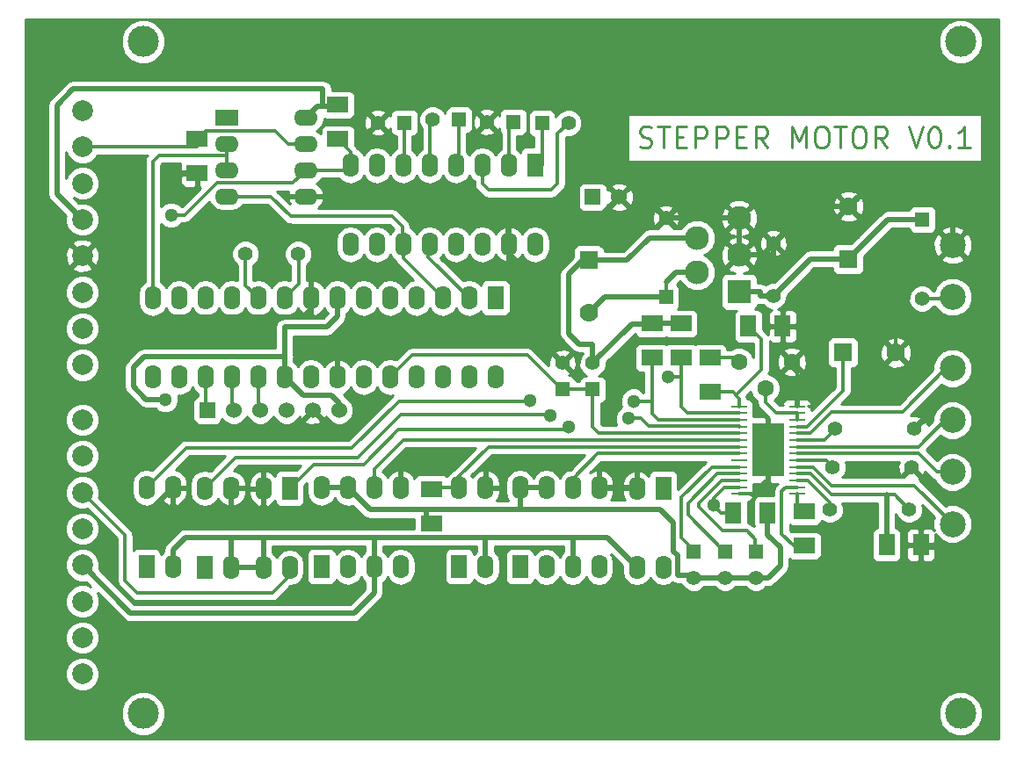
<source format=gtl>
G04 (created by PCBNEW (2013-may-18)-stable) date  7.03.2015 (сб) 20,10,59 EET*
%MOIN*%
G04 Gerber Fmt 3.4, Leading zero omitted, Abs format*
%FSLAX34Y34*%
G01*
G70*
G90*
G04 APERTURE LIST*
%ADD10C,0.00590551*%
%ADD11C,0.00984252*%
%ADD12R,0.08X0.06*%
%ADD13R,0.06X0.08*%
%ADD14R,0.055X0.055*%
%ADD15C,0.055*%
%ADD16R,0.06X0.06*%
%ADD17C,0.06*%
%ADD18C,0.056*%
%ADD19R,0.062X0.09*%
%ADD20O,0.062X0.09*%
%ADD21R,0.07X0.07*%
%ADD22C,0.07*%
%ADD23C,0.0905512*%
%ADD24R,0.0905512X0.0905512*%
%ADD25C,0.0984252*%
%ADD26R,0.09X0.062*%
%ADD27O,0.09X0.062*%
%ADD28C,0.0629921*%
%ADD29R,0.0610236X0.00984252*%
%ADD30R,0.122047X0.203937*%
%ADD31C,0.11811*%
%ADD32C,0.0787402*%
%ADD33C,0.0511811*%
%ADD34C,0.011811*%
%ADD35C,0.019685*%
%ADD36C,0.01*%
G04 APERTURE END LIST*
G54D10*
G54D11*
X104338Y-32481D02*
X104450Y-32518D01*
X104638Y-32518D01*
X104713Y-32481D01*
X104750Y-32443D01*
X104788Y-32368D01*
X104788Y-32293D01*
X104750Y-32218D01*
X104713Y-32181D01*
X104638Y-32143D01*
X104488Y-32106D01*
X104413Y-32068D01*
X104375Y-32031D01*
X104338Y-31956D01*
X104338Y-31881D01*
X104375Y-31806D01*
X104413Y-31768D01*
X104488Y-31731D01*
X104675Y-31731D01*
X104788Y-31768D01*
X105013Y-31731D02*
X105463Y-31731D01*
X105238Y-32518D02*
X105238Y-31731D01*
X105725Y-32106D02*
X105988Y-32106D01*
X106100Y-32518D02*
X105725Y-32518D01*
X105725Y-31731D01*
X106100Y-31731D01*
X106438Y-32518D02*
X106438Y-31731D01*
X106737Y-31731D01*
X106812Y-31768D01*
X106850Y-31806D01*
X106887Y-31881D01*
X106887Y-31993D01*
X106850Y-32068D01*
X106812Y-32106D01*
X106737Y-32143D01*
X106438Y-32143D01*
X107225Y-32518D02*
X107225Y-31731D01*
X107525Y-31731D01*
X107600Y-31768D01*
X107637Y-31806D01*
X107675Y-31881D01*
X107675Y-31993D01*
X107637Y-32068D01*
X107600Y-32106D01*
X107525Y-32143D01*
X107225Y-32143D01*
X108012Y-32106D02*
X108275Y-32106D01*
X108387Y-32518D02*
X108012Y-32518D01*
X108012Y-31731D01*
X108387Y-31731D01*
X109175Y-32518D02*
X108912Y-32143D01*
X108725Y-32518D02*
X108725Y-31731D01*
X109025Y-31731D01*
X109100Y-31768D01*
X109137Y-31806D01*
X109175Y-31881D01*
X109175Y-31993D01*
X109137Y-32068D01*
X109100Y-32106D01*
X109025Y-32143D01*
X108725Y-32143D01*
X110112Y-32518D02*
X110112Y-31731D01*
X110375Y-32293D01*
X110637Y-31731D01*
X110637Y-32518D01*
X111162Y-31731D02*
X111312Y-31731D01*
X111387Y-31768D01*
X111462Y-31843D01*
X111499Y-31993D01*
X111499Y-32256D01*
X111462Y-32406D01*
X111387Y-32481D01*
X111312Y-32518D01*
X111162Y-32518D01*
X111087Y-32481D01*
X111012Y-32406D01*
X110974Y-32256D01*
X110974Y-31993D01*
X111012Y-31843D01*
X111087Y-31768D01*
X111162Y-31731D01*
X111724Y-31731D02*
X112174Y-31731D01*
X111949Y-32518D02*
X111949Y-31731D01*
X112587Y-31731D02*
X112737Y-31731D01*
X112812Y-31768D01*
X112887Y-31843D01*
X112924Y-31993D01*
X112924Y-32256D01*
X112887Y-32406D01*
X112812Y-32481D01*
X112737Y-32518D01*
X112587Y-32518D01*
X112512Y-32481D01*
X112437Y-32406D01*
X112399Y-32256D01*
X112399Y-31993D01*
X112437Y-31843D01*
X112512Y-31768D01*
X112587Y-31731D01*
X113712Y-32518D02*
X113449Y-32143D01*
X113262Y-32518D02*
X113262Y-31731D01*
X113562Y-31731D01*
X113637Y-31768D01*
X113674Y-31806D01*
X113712Y-31881D01*
X113712Y-31993D01*
X113674Y-32068D01*
X113637Y-32106D01*
X113562Y-32143D01*
X113262Y-32143D01*
X114537Y-31731D02*
X114799Y-32518D01*
X115061Y-31731D01*
X115474Y-31731D02*
X115549Y-31731D01*
X115624Y-31768D01*
X115661Y-31806D01*
X115699Y-31881D01*
X115736Y-32031D01*
X115736Y-32218D01*
X115699Y-32368D01*
X115661Y-32443D01*
X115624Y-32481D01*
X115549Y-32518D01*
X115474Y-32518D01*
X115399Y-32481D01*
X115361Y-32443D01*
X115324Y-32368D01*
X115286Y-32218D01*
X115286Y-32031D01*
X115324Y-31881D01*
X115361Y-31806D01*
X115399Y-31768D01*
X115474Y-31731D01*
X116074Y-32443D02*
X116111Y-32481D01*
X116074Y-32518D01*
X116036Y-32481D01*
X116074Y-32443D01*
X116074Y-32518D01*
X116861Y-32518D02*
X116411Y-32518D01*
X116636Y-32518D02*
X116636Y-31731D01*
X116561Y-31843D01*
X116486Y-31918D01*
X116411Y-31956D01*
G54D12*
X96430Y-46770D03*
X96430Y-45470D03*
G54D13*
X109190Y-46380D03*
X107890Y-46380D03*
X108450Y-39300D03*
X109750Y-39300D03*
G54D12*
X104800Y-39200D03*
X104800Y-40500D03*
X107000Y-40500D03*
X107000Y-41800D03*
X110580Y-46330D03*
X110580Y-47630D03*
X105900Y-39200D03*
X105900Y-40500D03*
G54D14*
X101400Y-41690D03*
G54D15*
X101400Y-40690D03*
G54D14*
X106390Y-47850D03*
G54D15*
X106390Y-48850D03*
G54D14*
X107570Y-47850D03*
G54D15*
X107570Y-48850D03*
G54D14*
X102550Y-41700D03*
G54D15*
X102550Y-40700D03*
G54D14*
X108730Y-47850D03*
G54D15*
X108730Y-48850D03*
X111650Y-44650D03*
X114650Y-44650D03*
X114550Y-46250D03*
X111550Y-46250D03*
X111750Y-43200D03*
X114750Y-43200D03*
G54D16*
X87940Y-42490D03*
G54D17*
X88940Y-42490D03*
X89940Y-42490D03*
X90940Y-42490D03*
X91940Y-42490D03*
X92940Y-42490D03*
G54D18*
X91380Y-36560D03*
X89380Y-36560D03*
G54D19*
X92270Y-48430D03*
G54D20*
X93270Y-48430D03*
X94270Y-48430D03*
X95270Y-48430D03*
X95270Y-45430D03*
X94270Y-45430D03*
X93270Y-45430D03*
X92270Y-45430D03*
G54D19*
X99794Y-48432D03*
G54D20*
X100794Y-48432D03*
X101794Y-48432D03*
X102794Y-48432D03*
X102794Y-45432D03*
X101794Y-45432D03*
X100794Y-45432D03*
X99794Y-45432D03*
G54D19*
X100370Y-33190D03*
G54D20*
X99370Y-33190D03*
X98370Y-33190D03*
X97370Y-33190D03*
X96370Y-33190D03*
X95370Y-33190D03*
X94370Y-33190D03*
X93370Y-33190D03*
X93370Y-36190D03*
X94370Y-36190D03*
X95370Y-36190D03*
X96370Y-36190D03*
X97370Y-36190D03*
X98370Y-36190D03*
X99370Y-36190D03*
X100370Y-36190D03*
G54D14*
X115050Y-35250D03*
G54D15*
X115050Y-38250D03*
G54D14*
X105325Y-38200D03*
G54D15*
X105325Y-35200D03*
G54D21*
X112050Y-40300D03*
G54D22*
X114050Y-40300D03*
G54D21*
X112250Y-36750D03*
G54D22*
X112250Y-34750D03*
G54D21*
X102400Y-36800D03*
G54D22*
X102400Y-38800D03*
G54D15*
X109400Y-38150D03*
X109400Y-36150D03*
G54D16*
X102550Y-34400D03*
G54D17*
X103550Y-34400D03*
G54D14*
X97480Y-31460D03*
G54D15*
X96480Y-31460D03*
G54D14*
X100630Y-31590D03*
G54D15*
X101630Y-31590D03*
G54D14*
X99540Y-31550D03*
G54D15*
X98540Y-31550D03*
G54D14*
X95410Y-31570D03*
G54D15*
X94410Y-31570D03*
G54D23*
X108100Y-35200D03*
G54D24*
X108100Y-38000D03*
G54D23*
X108100Y-36600D03*
X106500Y-35950D03*
X106500Y-37250D03*
G54D25*
X116200Y-42865D03*
X116200Y-44834D03*
X116200Y-40897D03*
X116200Y-46802D03*
X116200Y-36215D03*
X116200Y-38184D03*
G54D26*
X88680Y-31370D03*
G54D27*
X88680Y-32370D03*
X88680Y-33370D03*
X88680Y-34370D03*
X91680Y-34370D03*
X91680Y-33370D03*
X91680Y-32370D03*
X91680Y-31370D03*
G54D19*
X97490Y-48430D03*
G54D20*
X98490Y-48430D03*
X98490Y-45430D03*
X97490Y-45430D03*
G54D19*
X87840Y-48450D03*
G54D20*
X88840Y-48450D03*
X88840Y-45450D03*
X87840Y-45450D03*
G54D19*
X85630Y-48430D03*
G54D20*
X86630Y-48430D03*
X86630Y-45430D03*
X85630Y-45430D03*
G54D19*
X105230Y-45450D03*
G54D20*
X104230Y-45450D03*
X104230Y-48450D03*
X105230Y-48450D03*
G54D19*
X91060Y-45460D03*
G54D20*
X90060Y-45460D03*
X90060Y-48460D03*
X91060Y-48460D03*
X97870Y-38230D03*
X96870Y-38230D03*
X95870Y-38230D03*
X94870Y-38230D03*
X93870Y-38230D03*
X92870Y-38230D03*
X91870Y-38230D03*
X90870Y-38230D03*
X89870Y-38230D03*
X88870Y-38230D03*
X87870Y-38230D03*
X86870Y-38230D03*
X85870Y-38230D03*
G54D19*
X98870Y-38230D03*
G54D20*
X85870Y-41230D03*
X86870Y-41230D03*
X87870Y-41230D03*
X88870Y-41230D03*
X89870Y-41230D03*
X90870Y-41230D03*
X91870Y-41230D03*
X92870Y-41230D03*
X93870Y-41230D03*
X94870Y-41230D03*
X95870Y-41230D03*
X96870Y-41230D03*
X97870Y-41230D03*
X98870Y-41230D03*
G54D28*
X109100Y-41650D03*
X108100Y-40650D03*
X110100Y-40650D03*
G54D29*
X108097Y-45151D03*
X108097Y-42592D03*
X108097Y-42848D03*
X108097Y-43104D03*
X108097Y-43360D03*
X108097Y-43616D03*
X108097Y-43872D03*
X108097Y-44127D03*
X108097Y-44383D03*
X108097Y-44639D03*
X108097Y-44895D03*
X110302Y-42336D03*
X110302Y-42592D03*
X108097Y-45663D03*
X108097Y-45407D03*
X110302Y-42848D03*
X110302Y-43104D03*
X110302Y-43360D03*
X110302Y-43616D03*
X110302Y-43872D03*
X110302Y-44127D03*
X110302Y-44383D03*
X108097Y-42336D03*
X110302Y-44639D03*
X110302Y-44895D03*
X110302Y-45663D03*
X110302Y-45407D03*
X110302Y-45151D03*
G54D30*
X109200Y-44000D03*
G54D13*
X113700Y-47600D03*
X115000Y-47600D03*
G54D12*
X87550Y-33490D03*
X87550Y-32190D03*
X92880Y-32200D03*
X92880Y-30900D03*
G54D31*
X116500Y-28500D03*
X85500Y-54000D03*
X85500Y-28500D03*
X116500Y-54000D03*
G54D32*
X83200Y-42855D03*
X83200Y-44233D03*
X83200Y-45611D03*
X83200Y-46988D03*
X83200Y-48366D03*
X83200Y-49744D03*
X83200Y-51122D03*
X83200Y-52500D03*
X83200Y-31115D03*
X83200Y-32493D03*
X83200Y-33871D03*
X83200Y-35248D03*
X83200Y-36626D03*
X83200Y-38004D03*
X83200Y-39382D03*
X83200Y-40760D03*
G54D33*
X86340Y-42080D03*
X103900Y-42800D03*
X101640Y-43120D03*
X107140Y-46100D03*
X86560Y-35080D03*
X105400Y-41220D03*
X100180Y-42120D03*
X104100Y-42140D03*
X100940Y-42700D03*
X86610Y-33530D03*
X93100Y-39830D03*
G54D34*
X108450Y-39300D02*
X108950Y-39800D01*
X108950Y-40950D02*
X107981Y-41918D01*
X108950Y-39800D02*
X108950Y-40950D01*
X107000Y-41800D02*
X107863Y-41800D01*
X108100Y-42336D02*
X108097Y-42336D01*
X108100Y-42036D02*
X108100Y-42336D01*
X107863Y-41800D02*
X107930Y-41866D01*
X107930Y-41866D02*
X107981Y-41918D01*
X107981Y-41918D02*
X108100Y-42036D01*
G54D35*
X113700Y-47600D02*
X113700Y-45700D01*
G54D34*
X114550Y-46250D02*
X114000Y-45700D01*
X110302Y-44900D02*
X110302Y-44895D01*
X110800Y-44900D02*
X110302Y-44900D01*
X111600Y-45700D02*
X110800Y-44900D01*
X114000Y-45700D02*
X113700Y-45700D01*
X113700Y-45700D02*
X111600Y-45700D01*
X115050Y-38250D02*
X116200Y-38250D01*
X116200Y-38250D02*
X116200Y-38184D01*
X110302Y-43104D02*
X110690Y-43104D01*
X110690Y-43104D02*
X112054Y-41740D01*
X112054Y-41740D02*
X112054Y-40300D01*
X112054Y-40300D02*
X112050Y-40300D01*
G54D35*
X102550Y-40700D02*
X104030Y-39220D01*
X104800Y-39220D02*
X104800Y-39200D01*
X104030Y-39220D02*
X104800Y-39220D01*
X83200Y-35248D02*
X82231Y-34280D01*
X92320Y-30300D02*
X92320Y-30940D01*
X82851Y-30300D02*
X92320Y-30300D01*
X82231Y-30920D02*
X82851Y-30300D01*
X82231Y-34280D02*
X82231Y-30920D01*
X85533Y-40460D02*
X90870Y-40460D01*
X85140Y-40853D02*
X85533Y-40460D01*
X85140Y-41600D02*
X85140Y-40853D01*
X85620Y-42080D02*
X85140Y-41600D01*
X86340Y-42080D02*
X85620Y-42080D01*
X90870Y-40460D02*
X90880Y-40460D01*
X90880Y-40460D02*
X90870Y-40460D01*
X99794Y-46240D02*
X105120Y-46240D01*
X106390Y-48740D02*
X106390Y-48850D01*
X105780Y-48740D02*
X106390Y-48740D01*
X105780Y-48000D02*
X105780Y-48740D01*
X105620Y-47840D02*
X105780Y-48000D01*
X105620Y-46740D02*
X105620Y-47840D01*
X105120Y-46240D02*
X105620Y-46740D01*
X109190Y-46380D02*
X109190Y-47220D01*
X109210Y-48850D02*
X108730Y-48850D01*
X109660Y-48400D02*
X109210Y-48850D01*
X109660Y-47690D02*
X109660Y-48400D01*
X109190Y-47220D02*
X109660Y-47690D01*
X107570Y-48850D02*
X106390Y-48850D01*
X108730Y-48850D02*
X107570Y-48850D01*
X92270Y-45430D02*
X93270Y-45430D01*
X99794Y-45432D02*
X99794Y-46240D01*
X99794Y-46240D02*
X99794Y-46260D01*
X99086Y-46260D02*
X99794Y-46260D01*
X96130Y-46260D02*
X99086Y-46260D01*
X90870Y-41230D02*
X90870Y-40460D01*
X90870Y-40460D02*
X90870Y-39330D01*
X92470Y-39330D02*
X90870Y-39330D01*
X92870Y-38930D02*
X92470Y-39330D01*
X92870Y-38230D02*
X92870Y-38930D01*
X91680Y-31370D02*
X92110Y-30940D01*
X92880Y-30940D02*
X92880Y-30900D01*
X92110Y-30940D02*
X92320Y-30940D01*
X92320Y-30940D02*
X92880Y-30940D01*
X101640Y-39140D02*
X101640Y-37330D01*
X102550Y-40700D02*
X102550Y-39970D01*
X101640Y-39140D02*
X101640Y-39576D01*
X101640Y-39576D02*
X102033Y-39970D01*
X102033Y-39970D02*
X102550Y-39970D01*
X102170Y-36800D02*
X102400Y-36800D01*
X101640Y-37330D02*
X102170Y-36800D01*
X90870Y-41230D02*
X91560Y-41920D01*
G54D34*
X92940Y-42210D02*
X92940Y-42490D01*
G54D35*
X92650Y-41920D02*
X92940Y-42210D01*
X91560Y-41920D02*
X92650Y-41920D01*
X99794Y-45432D02*
X100794Y-45432D01*
X93270Y-45430D02*
X94100Y-46260D01*
X94100Y-46260D02*
X96130Y-46260D01*
X96250Y-46770D02*
X96430Y-46770D01*
X96250Y-46260D02*
X96250Y-46770D01*
X96130Y-46260D02*
X96250Y-46260D01*
X104800Y-39200D02*
X105900Y-39200D01*
X106500Y-35950D02*
X104700Y-35950D01*
X104700Y-35950D02*
X103850Y-36800D01*
X103850Y-36800D02*
X102400Y-36800D01*
G54D34*
X94870Y-41230D02*
X95710Y-40390D01*
X101360Y-41690D02*
X101400Y-41690D01*
X100060Y-40390D02*
X101360Y-41690D01*
X95710Y-40390D02*
X100060Y-40390D01*
X101400Y-41690D02*
X102550Y-41690D01*
X102550Y-41690D02*
X102550Y-41700D01*
X102550Y-41700D02*
X102550Y-43113D01*
X108097Y-43350D02*
X108097Y-43360D01*
X102786Y-43350D02*
X108097Y-43350D01*
X102550Y-43113D02*
X102786Y-43350D01*
X108097Y-43616D02*
X95360Y-43616D01*
X94270Y-44706D02*
X94270Y-45430D01*
X95360Y-43616D02*
X94270Y-44706D01*
X108097Y-43872D02*
X98600Y-43872D01*
X97490Y-44982D02*
X97490Y-45430D01*
X98600Y-43872D02*
X97490Y-44982D01*
X97490Y-45430D02*
X96430Y-45430D01*
X96430Y-45430D02*
X96430Y-45470D01*
X91060Y-45460D02*
X91980Y-44540D01*
X108097Y-43100D02*
X108097Y-43104D01*
X104680Y-43100D02*
X108097Y-43100D01*
X104380Y-42800D02*
X104680Y-43100D01*
X103900Y-42800D02*
X104380Y-42800D01*
X101640Y-43220D02*
X101640Y-43120D01*
X95180Y-43220D02*
X101640Y-43220D01*
X93860Y-44540D02*
X95180Y-43220D01*
X91980Y-44540D02*
X93860Y-44540D01*
X108097Y-45407D02*
X107540Y-45407D01*
X107140Y-45807D02*
X107140Y-46100D01*
X107540Y-45407D02*
X107140Y-45807D01*
X107420Y-46380D02*
X107890Y-46380D01*
X107140Y-46100D02*
X107420Y-46380D01*
X108097Y-44639D02*
X107080Y-44639D01*
X106390Y-47790D02*
X106390Y-47850D01*
X105920Y-47320D02*
X106390Y-47790D01*
X105920Y-45799D02*
X105920Y-47320D01*
X107080Y-44639D02*
X105920Y-45799D01*
X106380Y-47850D02*
X106390Y-47850D01*
X108097Y-44895D02*
X107280Y-44895D01*
X107545Y-47850D02*
X107570Y-47850D01*
X106160Y-46464D02*
X107545Y-47850D01*
X106160Y-46015D02*
X106160Y-46464D01*
X107280Y-44895D02*
X106160Y-46015D01*
X108097Y-45151D02*
X107436Y-45151D01*
X108720Y-47850D02*
X108730Y-47850D01*
X108720Y-47380D02*
X108720Y-47850D01*
X108400Y-47060D02*
X108720Y-47380D01*
X107480Y-47060D02*
X108400Y-47060D01*
X106560Y-46140D02*
X107480Y-47060D01*
X106560Y-46027D02*
X106560Y-46140D01*
X107436Y-45151D02*
X106560Y-46027D01*
X88870Y-41230D02*
X88870Y-42490D01*
X88870Y-42490D02*
X88940Y-42490D01*
X87870Y-41230D02*
X87870Y-42490D01*
X87870Y-42490D02*
X87940Y-42490D01*
X85870Y-38230D02*
X85870Y-33046D01*
X88680Y-32810D02*
X88680Y-32800D01*
X86106Y-32810D02*
X88680Y-32810D01*
X85870Y-33046D02*
X86106Y-32810D01*
X88680Y-32370D02*
X88680Y-32800D01*
X88680Y-32800D02*
X88680Y-33370D01*
X110302Y-42592D02*
X110302Y-42848D01*
X110302Y-42592D02*
X109500Y-42592D01*
X109100Y-42192D02*
X109100Y-41650D01*
X109500Y-42592D02*
X109100Y-42192D01*
X91680Y-33370D02*
X91190Y-33860D01*
X87080Y-35080D02*
X86560Y-35080D01*
X88300Y-33860D02*
X87080Y-35080D01*
X91190Y-33860D02*
X88300Y-33860D01*
X92880Y-32200D02*
X93370Y-32690D01*
X93370Y-32690D02*
X93370Y-33190D01*
X91680Y-33370D02*
X93370Y-33370D01*
X93370Y-33370D02*
X93370Y-33190D01*
X85630Y-45430D02*
X87140Y-43920D01*
X105900Y-41220D02*
X105900Y-41200D01*
X105400Y-41220D02*
X105900Y-41220D01*
X100180Y-42140D02*
X100180Y-42120D01*
X95200Y-42140D02*
X100180Y-42140D01*
X93420Y-43920D02*
X95200Y-42140D01*
X87140Y-43920D02*
X93420Y-43920D01*
X105900Y-40500D02*
X105900Y-41200D01*
X105900Y-41200D02*
X105900Y-41330D01*
X105900Y-41330D02*
X105900Y-41480D01*
X105900Y-41480D02*
X105900Y-41910D01*
X105900Y-41910D02*
X105900Y-42363D01*
X108097Y-42600D02*
X108097Y-42592D01*
X106136Y-42600D02*
X108097Y-42600D01*
X105900Y-42363D02*
X106136Y-42600D01*
X83200Y-32493D02*
X87550Y-32493D01*
X87550Y-32493D02*
X87550Y-32190D01*
X87550Y-32190D02*
X87865Y-31875D01*
X90995Y-32370D02*
X91680Y-32370D01*
X90500Y-31875D02*
X90995Y-32370D01*
X87865Y-31875D02*
X90500Y-31875D01*
X97870Y-38230D02*
X96320Y-36680D01*
X96320Y-36190D02*
X96370Y-36190D01*
X96320Y-36680D02*
X96320Y-36190D01*
X89870Y-41230D02*
X89870Y-42490D01*
X89870Y-42490D02*
X89940Y-42490D01*
X87840Y-45450D02*
X89000Y-44290D01*
X104800Y-42140D02*
X104800Y-42200D01*
X104100Y-42140D02*
X104800Y-42140D01*
X100940Y-42640D02*
X100940Y-42700D01*
X95290Y-42640D02*
X100940Y-42640D01*
X95110Y-42820D02*
X95290Y-42640D01*
X93640Y-44290D02*
X95110Y-42820D01*
X89000Y-44290D02*
X93640Y-44290D01*
X104800Y-40500D02*
X104800Y-41980D01*
X104800Y-42270D02*
X104800Y-42400D01*
X104800Y-41980D02*
X104800Y-42200D01*
X104800Y-42200D02*
X104800Y-42270D01*
X104800Y-42400D02*
X104800Y-42613D01*
X104800Y-42613D02*
X105036Y-42850D01*
X105036Y-42850D02*
X108097Y-42850D01*
X108097Y-42850D02*
X108097Y-42848D01*
X108097Y-44127D02*
X102740Y-44127D01*
X101794Y-45073D02*
X101794Y-45432D01*
X102740Y-44127D02*
X101794Y-45073D01*
X88680Y-34370D02*
X90340Y-34370D01*
X95330Y-36190D02*
X95370Y-36190D01*
X95330Y-35506D02*
X95330Y-36190D01*
X94953Y-35130D02*
X95330Y-35506D01*
X91100Y-35130D02*
X94953Y-35130D01*
X90340Y-34370D02*
X91100Y-35130D01*
X96870Y-38230D02*
X95370Y-36730D01*
X95370Y-36730D02*
X95370Y-36190D01*
G54D35*
X83200Y-36626D02*
X85956Y-39383D01*
X100500Y-35010D02*
X99360Y-35010D01*
X99160Y-35210D02*
X99160Y-35190D01*
X99170Y-35200D02*
X99160Y-35210D01*
X99360Y-35010D02*
X99170Y-35200D01*
X103550Y-34400D02*
X102940Y-35010D01*
X102940Y-35010D02*
X100500Y-35010D01*
X86630Y-45430D02*
X85780Y-46280D01*
X85780Y-46280D02*
X85133Y-46280D01*
X85133Y-46280D02*
X84740Y-45886D01*
X84740Y-45886D02*
X84740Y-40600D01*
X84740Y-40600D02*
X85780Y-39560D01*
X85780Y-39560D02*
X85956Y-39383D01*
X85956Y-39383D02*
X86200Y-39140D01*
X86200Y-39140D02*
X86400Y-38940D01*
X86400Y-38940D02*
X91580Y-38940D01*
X91580Y-38940D02*
X91870Y-38650D01*
X91870Y-38650D02*
X91870Y-38230D01*
X93100Y-39830D02*
X99326Y-39830D01*
X99326Y-39830D02*
X99720Y-39436D01*
X99720Y-39436D02*
X99720Y-36900D01*
X99720Y-36900D02*
X99370Y-36550D01*
X99370Y-36550D02*
X99370Y-36190D01*
G54D34*
X114050Y-40300D02*
X114050Y-39300D01*
X114400Y-39300D02*
X114050Y-39300D01*
X114050Y-39300D02*
X109750Y-39300D01*
X114400Y-39300D02*
X117100Y-39300D01*
X108097Y-45663D02*
X108610Y-45663D01*
X109200Y-45073D02*
X109200Y-44000D01*
X108610Y-45663D02*
X109200Y-45073D01*
G54D35*
X86610Y-33490D02*
X86610Y-33530D01*
X87550Y-33490D02*
X86610Y-33490D01*
X102794Y-45432D02*
X104230Y-45432D01*
X104230Y-45432D02*
X104230Y-45450D01*
X108100Y-35200D02*
X108100Y-36600D01*
X105325Y-35200D02*
X108100Y-35200D01*
X91680Y-34370D02*
X98340Y-34370D01*
X98340Y-34370D02*
X99160Y-35190D01*
X99340Y-36190D02*
X99370Y-36190D01*
X99160Y-35190D02*
X99340Y-35370D01*
X99340Y-35370D02*
X99340Y-36190D01*
X92860Y-41230D02*
X92870Y-41230D01*
X92860Y-40070D02*
X92860Y-41230D01*
X93100Y-39830D02*
X92860Y-40070D01*
X114750Y-43200D02*
X115990Y-41960D01*
X115990Y-41960D02*
X117100Y-41960D01*
X114650Y-44650D02*
X115810Y-45810D01*
X115810Y-45810D02*
X117100Y-45810D01*
X116200Y-36215D02*
X117100Y-37115D01*
X117100Y-37115D02*
X117100Y-39300D01*
X117100Y-39300D02*
X117100Y-39370D01*
X115000Y-47690D02*
X115000Y-47600D01*
X115610Y-47690D02*
X115000Y-47690D01*
X116706Y-47690D02*
X115610Y-47690D01*
X117100Y-47296D02*
X116706Y-47690D01*
X117100Y-39370D02*
X117100Y-41960D01*
X117100Y-41960D02*
X117100Y-45810D01*
X117100Y-45810D02*
X117100Y-47296D01*
X112250Y-34750D02*
X112620Y-34380D01*
X112620Y-34380D02*
X115816Y-34380D01*
X115816Y-34380D02*
X116210Y-34773D01*
X116210Y-34773D02*
X116210Y-36215D01*
X116210Y-36215D02*
X116200Y-36215D01*
X109400Y-36150D02*
X110800Y-34750D01*
X110800Y-34750D02*
X112250Y-34750D01*
X108100Y-36600D02*
X109400Y-36600D01*
X109400Y-36600D02*
X109400Y-36150D01*
G54D34*
X110302Y-42336D02*
X110302Y-41500D01*
X110302Y-41500D02*
X110302Y-41100D01*
X110302Y-41100D02*
X110100Y-40897D01*
X110100Y-40897D02*
X110100Y-40650D01*
G54D35*
X83200Y-48366D02*
X85020Y-50186D01*
X94270Y-49416D02*
X94270Y-48430D01*
X93500Y-50186D02*
X94270Y-49416D01*
X85020Y-50186D02*
X93500Y-50186D01*
X88840Y-48450D02*
X90060Y-48450D01*
X90060Y-48450D02*
X90060Y-48460D01*
X101794Y-48432D02*
X101794Y-47320D01*
X98490Y-48430D02*
X98490Y-47320D01*
X94270Y-48430D02*
X94270Y-47320D01*
X90060Y-48460D02*
X90060Y-47320D01*
X88840Y-48450D02*
X88840Y-47320D01*
X104230Y-48450D02*
X103100Y-47320D01*
X103100Y-47320D02*
X101794Y-47320D01*
X101794Y-47320D02*
X98490Y-47320D01*
X86630Y-47790D02*
X86630Y-48430D01*
X87100Y-47320D02*
X86630Y-47790D01*
X98490Y-47320D02*
X94270Y-47320D01*
X94270Y-47320D02*
X90060Y-47320D01*
X90060Y-47320D02*
X88840Y-47320D01*
X88840Y-47320D02*
X87100Y-47320D01*
G54D34*
X83200Y-45611D02*
X84820Y-47231D01*
X91060Y-48760D02*
X91060Y-48460D01*
X90400Y-49420D02*
X91060Y-48760D01*
X85280Y-49420D02*
X90400Y-49420D01*
X84820Y-48960D02*
X85280Y-49420D01*
X84820Y-47231D02*
X84820Y-48960D01*
X95410Y-31570D02*
X95410Y-33190D01*
X95410Y-33190D02*
X95370Y-33190D01*
X99370Y-33190D02*
X99370Y-31550D01*
X99370Y-31550D02*
X99540Y-31550D01*
X89870Y-38230D02*
X89380Y-37740D01*
X89380Y-37740D02*
X89380Y-36560D01*
X90870Y-38230D02*
X91400Y-37700D01*
X91400Y-36560D02*
X91380Y-36560D01*
X91400Y-37700D02*
X91400Y-36560D01*
X101630Y-31590D02*
X101220Y-32000D01*
X98370Y-33893D02*
X98370Y-33190D01*
X98606Y-34130D02*
X98370Y-33893D01*
X100983Y-34130D02*
X98606Y-34130D01*
X101220Y-33893D02*
X100983Y-34130D01*
X101220Y-32000D02*
X101220Y-33893D01*
X110302Y-44127D02*
X114900Y-44127D01*
X115606Y-44834D02*
X116200Y-44834D01*
X114900Y-44127D02*
X115606Y-44834D01*
X110302Y-45407D02*
X109860Y-45407D01*
X110170Y-47630D02*
X110580Y-47630D01*
X109720Y-47180D02*
X110170Y-47630D01*
X109720Y-45547D02*
X109720Y-47180D01*
X109860Y-45407D02*
X109720Y-45547D01*
X110580Y-46330D02*
X110302Y-46052D01*
X110302Y-46052D02*
X110302Y-45663D01*
X110302Y-43360D02*
X110800Y-43360D01*
X115952Y-40897D02*
X116200Y-40897D01*
X114300Y-42550D02*
X115952Y-40897D01*
X111610Y-42550D02*
X114300Y-42550D01*
X110800Y-43360D02*
X111610Y-42550D01*
X110302Y-43872D02*
X114900Y-43872D01*
X115906Y-42865D02*
X116200Y-42865D01*
X114900Y-43872D02*
X115906Y-42865D01*
X110302Y-45151D02*
X110700Y-45151D01*
X111550Y-46001D02*
X111550Y-46250D01*
X111300Y-45751D02*
X111550Y-46001D01*
X110700Y-45151D02*
X111300Y-45751D01*
X110302Y-44639D02*
X110900Y-44639D01*
X116200Y-46800D02*
X116200Y-46802D01*
X114739Y-45339D02*
X116200Y-46800D01*
X111600Y-45339D02*
X114739Y-45339D01*
X110900Y-44639D02*
X111600Y-45339D01*
X100630Y-31590D02*
X100630Y-33190D01*
X100630Y-33190D02*
X100370Y-33190D01*
X110302Y-43616D02*
X111050Y-43616D01*
X111750Y-43216D02*
X111750Y-43200D01*
X111350Y-43616D02*
X111750Y-43216D01*
X111050Y-43616D02*
X111350Y-43616D01*
X107000Y-40500D02*
X108100Y-40500D01*
X108100Y-40500D02*
X108100Y-40650D01*
X110302Y-44383D02*
X111200Y-44383D01*
X111650Y-44633D02*
X111650Y-44650D01*
X111400Y-44383D02*
X111650Y-44633D01*
X111200Y-44383D02*
X111400Y-44383D01*
X96370Y-33190D02*
X96370Y-31460D01*
X96370Y-31460D02*
X96480Y-31460D01*
G54D35*
X102400Y-38800D02*
X103000Y-38200D01*
X103000Y-38200D02*
X105325Y-38200D01*
G54D34*
X105325Y-38200D02*
X105325Y-37633D01*
G54D35*
X106500Y-37240D02*
X106500Y-37250D01*
X105718Y-37240D02*
X106500Y-37240D01*
X105325Y-37633D02*
X105718Y-37240D01*
G54D34*
X105250Y-48450D02*
X105230Y-48450D01*
X105250Y-48450D02*
X105230Y-48450D01*
X97480Y-31460D02*
X97480Y-33190D01*
X97480Y-33190D02*
X97370Y-33190D01*
G54D35*
X109400Y-38150D02*
X110800Y-36750D01*
X110800Y-36750D02*
X112250Y-36750D01*
X108100Y-38000D02*
X108910Y-38000D01*
X108910Y-38150D02*
X109400Y-38150D01*
X108910Y-38000D02*
X108910Y-38150D01*
X112250Y-36750D02*
X113750Y-35250D01*
X113750Y-35250D02*
X115050Y-35250D01*
G54D10*
G36*
X87682Y-34040D02*
X87500Y-34222D01*
X87500Y-33977D01*
X87500Y-33540D01*
X86962Y-33540D01*
X86900Y-33602D01*
X86899Y-33839D01*
X86937Y-33931D01*
X87008Y-34001D01*
X87100Y-34039D01*
X87199Y-34040D01*
X87437Y-34040D01*
X87500Y-33977D01*
X87500Y-34222D01*
X86959Y-34763D01*
X86846Y-34651D01*
X86661Y-34574D01*
X86459Y-34574D01*
X86273Y-34650D01*
X86179Y-34745D01*
X86179Y-33174D01*
X86234Y-33119D01*
X86908Y-33119D01*
X86899Y-33140D01*
X86900Y-33377D01*
X86962Y-33440D01*
X87500Y-33440D01*
X87500Y-33432D01*
X87600Y-33432D01*
X87600Y-33440D01*
X87607Y-33440D01*
X87607Y-33540D01*
X87600Y-33540D01*
X87600Y-33977D01*
X87662Y-34040D01*
X87682Y-34040D01*
X87682Y-34040D01*
G37*
G54D36*
X87682Y-34040D02*
X87500Y-34222D01*
X87500Y-33977D01*
X87500Y-33540D01*
X86962Y-33540D01*
X86900Y-33602D01*
X86899Y-33839D01*
X86937Y-33931D01*
X87008Y-34001D01*
X87100Y-34039D01*
X87199Y-34040D01*
X87437Y-34040D01*
X87500Y-33977D01*
X87500Y-34222D01*
X86959Y-34763D01*
X86846Y-34651D01*
X86661Y-34574D01*
X86459Y-34574D01*
X86273Y-34650D01*
X86179Y-34745D01*
X86179Y-33174D01*
X86234Y-33119D01*
X86908Y-33119D01*
X86899Y-33140D01*
X86900Y-33377D01*
X86962Y-33440D01*
X87500Y-33440D01*
X87500Y-33432D01*
X87600Y-33432D01*
X87600Y-33440D01*
X87607Y-33440D01*
X87607Y-33540D01*
X87600Y-33540D01*
X87600Y-33977D01*
X87662Y-34040D01*
X87682Y-34040D01*
G54D10*
G36*
X98109Y-43925D02*
X97276Y-44758D01*
X97275Y-44758D01*
X97094Y-44880D01*
X97013Y-45000D01*
X96971Y-44958D01*
X96879Y-44920D01*
X96780Y-44919D01*
X95980Y-44919D01*
X95888Y-44957D01*
X95818Y-45028D01*
X95788Y-45099D01*
X95768Y-45029D01*
X95630Y-44858D01*
X95438Y-44753D01*
X95406Y-44746D01*
X95320Y-44795D01*
X95320Y-45380D01*
X95327Y-45380D01*
X95327Y-45480D01*
X95320Y-45480D01*
X95320Y-45487D01*
X95220Y-45487D01*
X95220Y-45480D01*
X95212Y-45480D01*
X95212Y-45380D01*
X95220Y-45380D01*
X95220Y-44795D01*
X95133Y-44746D01*
X95101Y-44753D01*
X94909Y-44858D01*
X94771Y-45029D01*
X94769Y-45035D01*
X94665Y-44880D01*
X94586Y-44827D01*
X95488Y-43925D01*
X98109Y-43925D01*
X98109Y-43925D01*
G37*
G54D36*
X98109Y-43925D02*
X97276Y-44758D01*
X97275Y-44758D01*
X97094Y-44880D01*
X97013Y-45000D01*
X96971Y-44958D01*
X96879Y-44920D01*
X96780Y-44919D01*
X95980Y-44919D01*
X95888Y-44957D01*
X95818Y-45028D01*
X95788Y-45099D01*
X95768Y-45029D01*
X95630Y-44858D01*
X95438Y-44753D01*
X95406Y-44746D01*
X95320Y-44795D01*
X95320Y-45380D01*
X95327Y-45380D01*
X95327Y-45480D01*
X95320Y-45480D01*
X95320Y-45487D01*
X95220Y-45487D01*
X95220Y-45480D01*
X95212Y-45480D01*
X95212Y-45380D01*
X95220Y-45380D01*
X95220Y-44795D01*
X95133Y-44746D01*
X95101Y-44753D01*
X94909Y-44858D01*
X94771Y-45029D01*
X94769Y-45035D01*
X94665Y-44880D01*
X94586Y-44827D01*
X95488Y-43925D01*
X98109Y-43925D01*
G54D10*
G36*
X102249Y-44181D02*
X101692Y-44738D01*
X101579Y-44760D01*
X101398Y-44882D01*
X101294Y-45037D01*
X101189Y-44882D01*
X101008Y-44760D01*
X100794Y-44718D01*
X100579Y-44760D01*
X100398Y-44882D01*
X100294Y-45037D01*
X100189Y-44882D01*
X100008Y-44760D01*
X99794Y-44718D01*
X99579Y-44760D01*
X99398Y-44882D01*
X99276Y-45063D01*
X99234Y-45278D01*
X99234Y-45585D01*
X99276Y-45800D01*
X99351Y-45911D01*
X99086Y-45911D01*
X98922Y-45911D01*
X98988Y-45830D01*
X99050Y-45620D01*
X99050Y-45480D01*
X99050Y-45380D01*
X99050Y-45240D01*
X98988Y-45029D01*
X98850Y-44858D01*
X98658Y-44753D01*
X98626Y-44746D01*
X98540Y-44795D01*
X98540Y-45380D01*
X99050Y-45380D01*
X99050Y-45480D01*
X98540Y-45480D01*
X98540Y-45487D01*
X98440Y-45487D01*
X98440Y-45480D01*
X98432Y-45480D01*
X98432Y-45380D01*
X98440Y-45380D01*
X98440Y-44795D01*
X98353Y-44746D01*
X98321Y-44753D01*
X98129Y-44858D01*
X97991Y-45029D01*
X97989Y-45035D01*
X97943Y-44965D01*
X98728Y-44181D01*
X102249Y-44181D01*
X102249Y-44181D01*
G37*
G54D36*
X102249Y-44181D02*
X101692Y-44738D01*
X101579Y-44760D01*
X101398Y-44882D01*
X101294Y-45037D01*
X101189Y-44882D01*
X101008Y-44760D01*
X100794Y-44718D01*
X100579Y-44760D01*
X100398Y-44882D01*
X100294Y-45037D01*
X100189Y-44882D01*
X100008Y-44760D01*
X99794Y-44718D01*
X99579Y-44760D01*
X99398Y-44882D01*
X99276Y-45063D01*
X99234Y-45278D01*
X99234Y-45585D01*
X99276Y-45800D01*
X99351Y-45911D01*
X99086Y-45911D01*
X98922Y-45911D01*
X98988Y-45830D01*
X99050Y-45620D01*
X99050Y-45480D01*
X99050Y-45380D01*
X99050Y-45240D01*
X98988Y-45029D01*
X98850Y-44858D01*
X98658Y-44753D01*
X98626Y-44746D01*
X98540Y-44795D01*
X98540Y-45380D01*
X99050Y-45380D01*
X99050Y-45480D01*
X98540Y-45480D01*
X98540Y-45487D01*
X98440Y-45487D01*
X98440Y-45480D01*
X98432Y-45480D01*
X98432Y-45380D01*
X98440Y-45380D01*
X98440Y-44795D01*
X98353Y-44746D01*
X98321Y-44753D01*
X98129Y-44858D01*
X97991Y-45029D01*
X97989Y-45035D01*
X97943Y-44965D01*
X98728Y-44181D01*
X102249Y-44181D01*
G54D10*
G36*
X106845Y-44437D02*
X105790Y-45492D01*
X105790Y-44950D01*
X105752Y-44858D01*
X105681Y-44788D01*
X105589Y-44750D01*
X105490Y-44749D01*
X104870Y-44749D01*
X104778Y-44787D01*
X104708Y-44858D01*
X104670Y-44950D01*
X104670Y-44977D01*
X104590Y-44878D01*
X104398Y-44773D01*
X104366Y-44766D01*
X104280Y-44815D01*
X104280Y-45400D01*
X104287Y-45400D01*
X104287Y-45500D01*
X104280Y-45500D01*
X104280Y-45507D01*
X104180Y-45507D01*
X104180Y-45500D01*
X104180Y-45400D01*
X104180Y-44815D01*
X104093Y-44766D01*
X104061Y-44773D01*
X103869Y-44878D01*
X103731Y-45049D01*
X103670Y-45260D01*
X103670Y-45400D01*
X104180Y-45400D01*
X104180Y-45500D01*
X103670Y-45500D01*
X103670Y-45640D01*
X103731Y-45850D01*
X103764Y-45891D01*
X103244Y-45891D01*
X103292Y-45832D01*
X103354Y-45622D01*
X103354Y-45482D01*
X103354Y-45382D01*
X103354Y-45242D01*
X103292Y-45031D01*
X103154Y-44860D01*
X102962Y-44755D01*
X102930Y-44748D01*
X102844Y-44797D01*
X102844Y-45382D01*
X103354Y-45382D01*
X103354Y-45482D01*
X102844Y-45482D01*
X102844Y-45489D01*
X102744Y-45489D01*
X102744Y-45482D01*
X102736Y-45482D01*
X102736Y-45382D01*
X102744Y-45382D01*
X102744Y-44797D01*
X102657Y-44748D01*
X102625Y-44755D01*
X102457Y-44847D01*
X102868Y-44437D01*
X106845Y-44437D01*
X106845Y-44437D01*
G37*
G54D36*
X106845Y-44437D02*
X105790Y-45492D01*
X105790Y-44950D01*
X105752Y-44858D01*
X105681Y-44788D01*
X105589Y-44750D01*
X105490Y-44749D01*
X104870Y-44749D01*
X104778Y-44787D01*
X104708Y-44858D01*
X104670Y-44950D01*
X104670Y-44977D01*
X104590Y-44878D01*
X104398Y-44773D01*
X104366Y-44766D01*
X104280Y-44815D01*
X104280Y-45400D01*
X104287Y-45400D01*
X104287Y-45500D01*
X104280Y-45500D01*
X104280Y-45507D01*
X104180Y-45507D01*
X104180Y-45500D01*
X104180Y-45400D01*
X104180Y-44815D01*
X104093Y-44766D01*
X104061Y-44773D01*
X103869Y-44878D01*
X103731Y-45049D01*
X103670Y-45260D01*
X103670Y-45400D01*
X104180Y-45400D01*
X104180Y-45500D01*
X103670Y-45500D01*
X103670Y-45640D01*
X103731Y-45850D01*
X103764Y-45891D01*
X103244Y-45891D01*
X103292Y-45832D01*
X103354Y-45622D01*
X103354Y-45482D01*
X103354Y-45382D01*
X103354Y-45242D01*
X103292Y-45031D01*
X103154Y-44860D01*
X102962Y-44755D01*
X102930Y-44748D01*
X102844Y-44797D01*
X102844Y-45382D01*
X103354Y-45382D01*
X103354Y-45482D01*
X102844Y-45482D01*
X102844Y-45489D01*
X102744Y-45489D01*
X102744Y-45482D01*
X102736Y-45482D01*
X102736Y-45382D01*
X102744Y-45382D01*
X102744Y-44797D01*
X102657Y-44748D01*
X102625Y-44755D01*
X102457Y-44847D01*
X102868Y-44437D01*
X106845Y-44437D01*
G54D10*
G36*
X109560Y-45269D02*
X109501Y-45328D01*
X109434Y-45429D01*
X109410Y-45547D01*
X109410Y-45729D01*
X108840Y-45729D01*
X108748Y-45767D01*
X108678Y-45838D01*
X108640Y-45930D01*
X108639Y-46029D01*
X108639Y-46829D01*
X108663Y-46886D01*
X108618Y-46841D01*
X108518Y-46774D01*
X108440Y-46758D01*
X108440Y-46730D01*
X108440Y-45962D01*
X108452Y-45962D01*
X108544Y-45924D01*
X108614Y-45854D01*
X108652Y-45762D01*
X108652Y-45750D01*
X108590Y-45687D01*
X108497Y-45687D01*
X108544Y-45668D01*
X108574Y-45638D01*
X108590Y-45638D01*
X108652Y-45576D01*
X108652Y-45564D01*
X108640Y-45535D01*
X108652Y-45506D01*
X108652Y-45407D01*
X108652Y-45308D01*
X108640Y-45279D01*
X108644Y-45269D01*
X109087Y-45269D01*
X109150Y-45207D01*
X109150Y-44050D01*
X109142Y-44050D01*
X109142Y-43950D01*
X109150Y-43950D01*
X109150Y-42792D01*
X109087Y-42730D01*
X108644Y-42730D01*
X108640Y-42720D01*
X108652Y-42691D01*
X108652Y-42592D01*
X108652Y-42493D01*
X108640Y-42464D01*
X108652Y-42435D01*
X108652Y-42336D01*
X108652Y-42237D01*
X108614Y-42145D01*
X108544Y-42075D01*
X108452Y-42037D01*
X108409Y-42037D01*
X108409Y-42036D01*
X108391Y-41945D01*
X108546Y-41790D01*
X108620Y-41969D01*
X108779Y-42128D01*
X108790Y-42133D01*
X108790Y-42192D01*
X108814Y-42310D01*
X108881Y-42411D01*
X109256Y-42786D01*
X109250Y-42792D01*
X109250Y-43950D01*
X109257Y-43950D01*
X109257Y-44050D01*
X109250Y-44050D01*
X109250Y-45207D01*
X109312Y-45269D01*
X109560Y-45269D01*
X109560Y-45269D01*
G37*
G54D36*
X109560Y-45269D02*
X109501Y-45328D01*
X109434Y-45429D01*
X109410Y-45547D01*
X109410Y-45729D01*
X108840Y-45729D01*
X108748Y-45767D01*
X108678Y-45838D01*
X108640Y-45930D01*
X108639Y-46029D01*
X108639Y-46829D01*
X108663Y-46886D01*
X108618Y-46841D01*
X108518Y-46774D01*
X108440Y-46758D01*
X108440Y-46730D01*
X108440Y-45962D01*
X108452Y-45962D01*
X108544Y-45924D01*
X108614Y-45854D01*
X108652Y-45762D01*
X108652Y-45750D01*
X108590Y-45687D01*
X108497Y-45687D01*
X108544Y-45668D01*
X108574Y-45638D01*
X108590Y-45638D01*
X108652Y-45576D01*
X108652Y-45564D01*
X108640Y-45535D01*
X108652Y-45506D01*
X108652Y-45407D01*
X108652Y-45308D01*
X108640Y-45279D01*
X108644Y-45269D01*
X109087Y-45269D01*
X109150Y-45207D01*
X109150Y-44050D01*
X109142Y-44050D01*
X109142Y-43950D01*
X109150Y-43950D01*
X109150Y-42792D01*
X109087Y-42730D01*
X108644Y-42730D01*
X108640Y-42720D01*
X108652Y-42691D01*
X108652Y-42592D01*
X108652Y-42493D01*
X108640Y-42464D01*
X108652Y-42435D01*
X108652Y-42336D01*
X108652Y-42237D01*
X108614Y-42145D01*
X108544Y-42075D01*
X108452Y-42037D01*
X108409Y-42037D01*
X108409Y-42036D01*
X108391Y-41945D01*
X108546Y-41790D01*
X108620Y-41969D01*
X108779Y-42128D01*
X108790Y-42133D01*
X108790Y-42192D01*
X108814Y-42310D01*
X108881Y-42411D01*
X109256Y-42786D01*
X109250Y-42792D01*
X109250Y-43950D01*
X109257Y-43950D01*
X109257Y-44050D01*
X109250Y-44050D01*
X109250Y-45207D01*
X109312Y-45269D01*
X109560Y-45269D01*
G54D10*
G36*
X117950Y-54950D02*
X117340Y-54950D01*
X117340Y-53833D01*
X117340Y-28333D01*
X117213Y-28024D01*
X116976Y-27787D01*
X116667Y-27659D01*
X116333Y-27659D01*
X116024Y-27787D01*
X115787Y-28023D01*
X115659Y-28332D01*
X115659Y-28666D01*
X115787Y-28975D01*
X116023Y-29212D01*
X116332Y-29340D01*
X116666Y-29340D01*
X116975Y-29213D01*
X117212Y-28976D01*
X117340Y-28667D01*
X117340Y-28333D01*
X117340Y-53833D01*
X117310Y-53761D01*
X117310Y-33050D01*
X117310Y-31251D01*
X103889Y-31251D01*
X103889Y-33050D01*
X117310Y-33050D01*
X117310Y-53761D01*
X117213Y-53524D01*
X116976Y-53287D01*
X116945Y-53274D01*
X116945Y-36343D01*
X116937Y-36048D01*
X116840Y-35812D01*
X116724Y-35761D01*
X116654Y-35832D01*
X116654Y-35690D01*
X116603Y-35575D01*
X116327Y-35469D01*
X116032Y-35477D01*
X115796Y-35575D01*
X115745Y-35690D01*
X116200Y-36145D01*
X116654Y-35690D01*
X116654Y-35832D01*
X116270Y-36215D01*
X116724Y-36669D01*
X116840Y-36619D01*
X116945Y-36343D01*
X116945Y-53274D01*
X116942Y-53273D01*
X116942Y-46655D01*
X116829Y-46382D01*
X116620Y-46173D01*
X116348Y-46060D01*
X116053Y-46060D01*
X115943Y-46105D01*
X114958Y-45121D01*
X114925Y-45099D01*
X114947Y-45017D01*
X114650Y-44720D01*
X114352Y-45017D01*
X114356Y-45030D01*
X112011Y-45030D01*
X112094Y-44947D01*
X112174Y-44754D01*
X112175Y-44546D01*
X112130Y-44437D01*
X114168Y-44437D01*
X114120Y-44574D01*
X114131Y-44782D01*
X114189Y-44922D01*
X114282Y-44947D01*
X114579Y-44650D01*
X114573Y-44644D01*
X114644Y-44573D01*
X114650Y-44579D01*
X114655Y-44573D01*
X114726Y-44644D01*
X114720Y-44650D01*
X115017Y-44947D01*
X115110Y-44922D01*
X115148Y-44813D01*
X115387Y-45052D01*
X115488Y-45119D01*
X115488Y-45119D01*
X115517Y-45125D01*
X115570Y-45254D01*
X115779Y-45463D01*
X116051Y-45576D01*
X116346Y-45576D01*
X116619Y-45463D01*
X116828Y-45255D01*
X116941Y-44982D01*
X116942Y-44687D01*
X116829Y-44414D01*
X116620Y-44205D01*
X116348Y-44092D01*
X116053Y-44091D01*
X115780Y-44204D01*
X115596Y-44387D01*
X115209Y-43999D01*
X115746Y-43462D01*
X115779Y-43494D01*
X116051Y-43607D01*
X116346Y-43608D01*
X116619Y-43495D01*
X116828Y-43286D01*
X116941Y-43014D01*
X116942Y-42718D01*
X116829Y-42445D01*
X116620Y-42236D01*
X116348Y-42123D01*
X116053Y-42123D01*
X115780Y-42236D01*
X115571Y-42444D01*
X115458Y-42717D01*
X115457Y-42877D01*
X115268Y-43066D01*
X115210Y-42927D01*
X115117Y-42902D01*
X114820Y-43200D01*
X114826Y-43205D01*
X114755Y-43276D01*
X114750Y-43270D01*
X114744Y-43276D01*
X114679Y-43211D01*
X114673Y-43205D01*
X114679Y-43200D01*
X114673Y-43194D01*
X114744Y-43123D01*
X114750Y-43129D01*
X115047Y-42832D01*
X115022Y-42739D01*
X114825Y-42670D01*
X114617Y-42681D01*
X114597Y-42689D01*
X115770Y-41517D01*
X115779Y-41526D01*
X116051Y-41639D01*
X116346Y-41639D01*
X116619Y-41526D01*
X116828Y-41318D01*
X116941Y-41045D01*
X116942Y-40750D01*
X116942Y-38037D01*
X116829Y-37764D01*
X116654Y-37588D01*
X116654Y-36740D01*
X116200Y-36286D01*
X116129Y-36357D01*
X116129Y-36215D01*
X115675Y-35761D01*
X115559Y-35812D01*
X115454Y-36088D01*
X115462Y-36383D01*
X115559Y-36619D01*
X115675Y-36669D01*
X116129Y-36215D01*
X116129Y-36357D01*
X115745Y-36740D01*
X115796Y-36855D01*
X116072Y-36961D01*
X116367Y-36953D01*
X116603Y-36855D01*
X116654Y-36740D01*
X116654Y-37588D01*
X116620Y-37555D01*
X116348Y-37442D01*
X116053Y-37441D01*
X115780Y-37554D01*
X115571Y-37763D01*
X115497Y-37940D01*
X115483Y-37940D01*
X115347Y-37805D01*
X115154Y-37725D01*
X114946Y-37724D01*
X114753Y-37804D01*
X114605Y-37952D01*
X114525Y-38145D01*
X114524Y-38353D01*
X114604Y-38547D01*
X114752Y-38694D01*
X114945Y-38774D01*
X115153Y-38775D01*
X115347Y-38695D01*
X115483Y-38559D01*
X115551Y-38559D01*
X115570Y-38604D01*
X115779Y-38813D01*
X116051Y-38926D01*
X116346Y-38926D01*
X116619Y-38813D01*
X116828Y-38605D01*
X116941Y-38332D01*
X116942Y-38037D01*
X116942Y-40750D01*
X116829Y-40477D01*
X116620Y-40268D01*
X116348Y-40155D01*
X116053Y-40154D01*
X115780Y-40267D01*
X115571Y-40476D01*
X115458Y-40748D01*
X115457Y-40955D01*
X114654Y-41758D01*
X114654Y-40393D01*
X114644Y-40155D01*
X114572Y-39982D01*
X114472Y-39948D01*
X114401Y-40019D01*
X114401Y-39877D01*
X114367Y-39777D01*
X114143Y-39695D01*
X113905Y-39705D01*
X113732Y-39777D01*
X113698Y-39877D01*
X114050Y-40229D01*
X114401Y-39877D01*
X114401Y-40019D01*
X114120Y-40300D01*
X114472Y-40651D01*
X114572Y-40617D01*
X114654Y-40393D01*
X114654Y-41758D01*
X114401Y-42011D01*
X114401Y-40722D01*
X114050Y-40370D01*
X113979Y-40441D01*
X113979Y-40300D01*
X113627Y-39948D01*
X113527Y-39982D01*
X113445Y-40206D01*
X113455Y-40444D01*
X113527Y-40617D01*
X113627Y-40651D01*
X113979Y-40300D01*
X113979Y-40441D01*
X113698Y-40722D01*
X113732Y-40822D01*
X113956Y-40904D01*
X114194Y-40894D01*
X114367Y-40822D01*
X114401Y-40722D01*
X114401Y-42011D01*
X114171Y-42240D01*
X111990Y-42240D01*
X112272Y-41958D01*
X112272Y-41958D01*
X112272Y-41958D01*
X112339Y-41858D01*
X112339Y-41858D01*
X112363Y-41740D01*
X112363Y-40900D01*
X112449Y-40900D01*
X112541Y-40862D01*
X112611Y-40791D01*
X112649Y-40699D01*
X112650Y-40600D01*
X112650Y-39900D01*
X112612Y-39808D01*
X112541Y-39738D01*
X112449Y-39700D01*
X112350Y-39699D01*
X111650Y-39699D01*
X111558Y-39737D01*
X111488Y-39808D01*
X111450Y-39900D01*
X111449Y-39999D01*
X111449Y-40699D01*
X111487Y-40791D01*
X111558Y-40861D01*
X111650Y-40899D01*
X111745Y-40900D01*
X111745Y-41611D01*
X110857Y-42499D01*
X110857Y-42493D01*
X110845Y-42464D01*
X110857Y-42435D01*
X110857Y-42423D01*
X110794Y-42361D01*
X110778Y-42361D01*
X110749Y-42331D01*
X110702Y-42312D01*
X110794Y-42312D01*
X110857Y-42249D01*
X110857Y-42237D01*
X110819Y-42145D01*
X110749Y-42075D01*
X110669Y-42042D01*
X110669Y-40735D01*
X110658Y-40510D01*
X110593Y-40353D01*
X110496Y-40323D01*
X110426Y-40394D01*
X110426Y-40253D01*
X110396Y-40156D01*
X110300Y-40121D01*
X110300Y-39650D01*
X110300Y-38949D01*
X110299Y-38850D01*
X110261Y-38758D01*
X110191Y-38687D01*
X110099Y-38649D01*
X109862Y-38650D01*
X109800Y-38712D01*
X109800Y-39250D01*
X110237Y-39250D01*
X110300Y-39187D01*
X110300Y-38949D01*
X110300Y-39650D01*
X110300Y-39412D01*
X110237Y-39350D01*
X109800Y-39350D01*
X109800Y-39887D01*
X109862Y-39950D01*
X110099Y-39950D01*
X110191Y-39912D01*
X110261Y-39841D01*
X110299Y-39749D01*
X110300Y-39650D01*
X110300Y-40121D01*
X110185Y-40080D01*
X109960Y-40091D01*
X109803Y-40156D01*
X109773Y-40253D01*
X110100Y-40579D01*
X110426Y-40253D01*
X110426Y-40394D01*
X110170Y-40650D01*
X110496Y-40976D01*
X110593Y-40946D01*
X110669Y-40735D01*
X110669Y-42042D01*
X110657Y-42037D01*
X110557Y-42037D01*
X110426Y-42037D01*
X110426Y-41046D01*
X110100Y-40720D01*
X110029Y-40791D01*
X110029Y-40650D01*
X109703Y-40323D01*
X109606Y-40353D01*
X109530Y-40564D01*
X109541Y-40789D01*
X109606Y-40946D01*
X109703Y-40976D01*
X110029Y-40650D01*
X110029Y-40791D01*
X109773Y-41046D01*
X109803Y-41143D01*
X110014Y-41219D01*
X110239Y-41208D01*
X110396Y-41143D01*
X110426Y-41046D01*
X110426Y-42037D01*
X110414Y-42037D01*
X110352Y-42099D01*
X110352Y-42293D01*
X110351Y-42293D01*
X110302Y-42283D01*
X110252Y-42283D01*
X110252Y-42099D01*
X110189Y-42037D01*
X110046Y-42037D01*
X109947Y-42037D01*
X109855Y-42075D01*
X109785Y-42145D01*
X109747Y-42237D01*
X109747Y-42249D01*
X109781Y-42283D01*
X109628Y-42283D01*
X109446Y-42102D01*
X109578Y-41970D01*
X109664Y-41762D01*
X109665Y-41538D01*
X109579Y-41330D01*
X109420Y-41171D01*
X109221Y-41088D01*
X109235Y-41068D01*
X109235Y-41068D01*
X109259Y-40950D01*
X109259Y-39862D01*
X109308Y-39912D01*
X109400Y-39950D01*
X109637Y-39950D01*
X109700Y-39887D01*
X109700Y-39350D01*
X109262Y-39350D01*
X109200Y-39412D01*
X109199Y-39628D01*
X109168Y-39581D01*
X109000Y-39412D01*
X109000Y-38850D01*
X108962Y-38758D01*
X108891Y-38688D01*
X108799Y-38650D01*
X108709Y-38649D01*
X108764Y-38594D01*
X108802Y-38502D01*
X108802Y-38477D01*
X108910Y-38498D01*
X109006Y-38498D01*
X109102Y-38594D01*
X109295Y-38674D01*
X109340Y-38674D01*
X109308Y-38687D01*
X109238Y-38758D01*
X109200Y-38850D01*
X109199Y-38949D01*
X109200Y-39187D01*
X109262Y-39250D01*
X109700Y-39250D01*
X109700Y-38712D01*
X109637Y-38650D01*
X109564Y-38649D01*
X109697Y-38595D01*
X109844Y-38447D01*
X109924Y-38254D01*
X109925Y-38117D01*
X110944Y-37098D01*
X111649Y-37098D01*
X111649Y-37149D01*
X111687Y-37241D01*
X111758Y-37311D01*
X111850Y-37349D01*
X111949Y-37350D01*
X112649Y-37350D01*
X112741Y-37312D01*
X112811Y-37241D01*
X112849Y-37149D01*
X112850Y-37050D01*
X112850Y-36642D01*
X113894Y-35598D01*
X114534Y-35598D01*
X114562Y-35666D01*
X114633Y-35736D01*
X114725Y-35774D01*
X114824Y-35775D01*
X115374Y-35775D01*
X115466Y-35737D01*
X115536Y-35666D01*
X115574Y-35574D01*
X115575Y-35475D01*
X115575Y-34925D01*
X115537Y-34833D01*
X115466Y-34763D01*
X115374Y-34725D01*
X115275Y-34724D01*
X114725Y-34724D01*
X114633Y-34762D01*
X114563Y-34833D01*
X114534Y-34901D01*
X113750Y-34901D01*
X113616Y-34928D01*
X113503Y-35003D01*
X113503Y-35003D01*
X112854Y-35652D01*
X112854Y-34843D01*
X112844Y-34605D01*
X112772Y-34432D01*
X112672Y-34398D01*
X112601Y-34469D01*
X112601Y-34327D01*
X112567Y-34227D01*
X112343Y-34145D01*
X112105Y-34155D01*
X111932Y-34227D01*
X111898Y-34327D01*
X112250Y-34679D01*
X112601Y-34327D01*
X112601Y-34469D01*
X112320Y-34750D01*
X112672Y-35101D01*
X112772Y-35067D01*
X112854Y-34843D01*
X112854Y-35652D01*
X112601Y-35905D01*
X112601Y-35172D01*
X112250Y-34820D01*
X112179Y-34891D01*
X112179Y-34750D01*
X111827Y-34398D01*
X111727Y-34432D01*
X111645Y-34656D01*
X111655Y-34894D01*
X111727Y-35067D01*
X111827Y-35101D01*
X112179Y-34750D01*
X112179Y-34891D01*
X111898Y-35172D01*
X111932Y-35272D01*
X112156Y-35354D01*
X112394Y-35344D01*
X112567Y-35272D01*
X112601Y-35172D01*
X112601Y-35905D01*
X112357Y-36149D01*
X111850Y-36149D01*
X111758Y-36187D01*
X111688Y-36258D01*
X111650Y-36350D01*
X111649Y-36401D01*
X110800Y-36401D01*
X110666Y-36428D01*
X110553Y-36503D01*
X110553Y-36503D01*
X109929Y-37127D01*
X109929Y-36225D01*
X109918Y-36017D01*
X109860Y-35877D01*
X109767Y-35852D01*
X109697Y-35923D01*
X109697Y-35782D01*
X109672Y-35689D01*
X109475Y-35620D01*
X109267Y-35631D01*
X109127Y-35689D01*
X109102Y-35782D01*
X109400Y-36079D01*
X109697Y-35782D01*
X109697Y-35923D01*
X109470Y-36150D01*
X109767Y-36447D01*
X109860Y-36422D01*
X109929Y-36225D01*
X109929Y-37127D01*
X109697Y-37360D01*
X109697Y-36517D01*
X109400Y-36220D01*
X109329Y-36291D01*
X109329Y-36150D01*
X109032Y-35852D01*
X108939Y-35877D01*
X108870Y-36074D01*
X108881Y-36282D01*
X108939Y-36422D01*
X109032Y-36447D01*
X109329Y-36150D01*
X109329Y-36291D01*
X109102Y-36517D01*
X109127Y-36610D01*
X109324Y-36679D01*
X109532Y-36668D01*
X109672Y-36610D01*
X109697Y-36517D01*
X109697Y-37360D01*
X109432Y-37625D01*
X109296Y-37624D01*
X109103Y-37704D01*
X109095Y-37712D01*
X109043Y-37678D01*
X108910Y-37651D01*
X108806Y-37651D01*
X108806Y-36718D01*
X108806Y-35318D01*
X108798Y-35038D01*
X108707Y-34820D01*
X108596Y-34774D01*
X108525Y-34844D01*
X108525Y-34703D01*
X108479Y-34592D01*
X108218Y-34493D01*
X107938Y-34501D01*
X107720Y-34592D01*
X107674Y-34703D01*
X108100Y-35129D01*
X108525Y-34703D01*
X108525Y-34844D01*
X108170Y-35200D01*
X108596Y-35625D01*
X108707Y-35579D01*
X108806Y-35318D01*
X108806Y-36718D01*
X108798Y-36438D01*
X108707Y-36220D01*
X108596Y-36174D01*
X108525Y-36244D01*
X108525Y-36103D01*
X108479Y-35992D01*
X108233Y-35899D01*
X108261Y-35898D01*
X108479Y-35807D01*
X108525Y-35696D01*
X108100Y-35270D01*
X108029Y-35341D01*
X108029Y-35200D01*
X107603Y-34774D01*
X107492Y-34820D01*
X107393Y-35081D01*
X107401Y-35361D01*
X107492Y-35579D01*
X107603Y-35625D01*
X108029Y-35200D01*
X108029Y-35341D01*
X107674Y-35696D01*
X107720Y-35807D01*
X107966Y-35900D01*
X107938Y-35901D01*
X107720Y-35992D01*
X107674Y-36103D01*
X108100Y-36529D01*
X108525Y-36103D01*
X108525Y-36244D01*
X108170Y-36600D01*
X108596Y-37025D01*
X108707Y-36979D01*
X108806Y-36718D01*
X108806Y-37651D01*
X108802Y-37651D01*
X108802Y-37497D01*
X108764Y-37405D01*
X108694Y-37335D01*
X108602Y-37297D01*
X108503Y-37297D01*
X108263Y-37297D01*
X108479Y-37207D01*
X108525Y-37096D01*
X108100Y-36670D01*
X108029Y-36741D01*
X108029Y-36600D01*
X107603Y-36174D01*
X107492Y-36220D01*
X107393Y-36481D01*
X107401Y-36761D01*
X107492Y-36979D01*
X107603Y-37025D01*
X108029Y-36600D01*
X108029Y-36741D01*
X107674Y-37096D01*
X107720Y-37207D01*
X107956Y-37297D01*
X107597Y-37297D01*
X107505Y-37335D01*
X107435Y-37405D01*
X107397Y-37497D01*
X107397Y-37596D01*
X107397Y-38502D01*
X107435Y-38594D01*
X107505Y-38664D01*
X107597Y-38702D01*
X107696Y-38702D01*
X107993Y-38702D01*
X107938Y-38758D01*
X107900Y-38850D01*
X107899Y-38949D01*
X107899Y-39749D01*
X107937Y-39841D01*
X108008Y-39911D01*
X108100Y-39949D01*
X108199Y-39950D01*
X108640Y-39950D01*
X108640Y-40479D01*
X108579Y-40330D01*
X108420Y-40171D01*
X108212Y-40085D01*
X107988Y-40084D01*
X107780Y-40170D01*
X107760Y-40190D01*
X107650Y-40190D01*
X107650Y-40150D01*
X107612Y-40058D01*
X107541Y-39988D01*
X107449Y-39950D01*
X107350Y-39949D01*
X106550Y-39949D01*
X106458Y-39987D01*
X106450Y-39996D01*
X106441Y-39988D01*
X106349Y-39950D01*
X106250Y-39949D01*
X105450Y-39949D01*
X105358Y-39987D01*
X105350Y-39996D01*
X105341Y-39988D01*
X105249Y-39950D01*
X105150Y-39949D01*
X104350Y-39949D01*
X104258Y-39987D01*
X104188Y-40058D01*
X104150Y-40150D01*
X104149Y-40249D01*
X104149Y-40849D01*
X104187Y-40941D01*
X104258Y-41011D01*
X104350Y-41049D01*
X104449Y-41050D01*
X104490Y-41050D01*
X104490Y-41815D01*
X104386Y-41711D01*
X104201Y-41634D01*
X103999Y-41634D01*
X103813Y-41710D01*
X103671Y-41853D01*
X103594Y-42038D01*
X103594Y-42240D01*
X103643Y-42358D01*
X103613Y-42370D01*
X103471Y-42513D01*
X103394Y-42698D01*
X103394Y-42900D01*
X103452Y-43040D01*
X102914Y-43040D01*
X102859Y-42985D01*
X102859Y-42225D01*
X102874Y-42225D01*
X102966Y-42187D01*
X103036Y-42116D01*
X103074Y-42024D01*
X103075Y-41925D01*
X103075Y-41375D01*
X103037Y-41283D01*
X102966Y-41213D01*
X102874Y-41175D01*
X102775Y-41174D01*
X102775Y-41174D01*
X102847Y-41145D01*
X102994Y-40997D01*
X103074Y-40804D01*
X103075Y-40667D01*
X104162Y-39580D01*
X104187Y-39641D01*
X104258Y-39711D01*
X104350Y-39749D01*
X104449Y-39750D01*
X105249Y-39750D01*
X105341Y-39712D01*
X105349Y-39703D01*
X105358Y-39711D01*
X105450Y-39749D01*
X105549Y-39750D01*
X106349Y-39750D01*
X106441Y-39712D01*
X106511Y-39641D01*
X106549Y-39549D01*
X106550Y-39450D01*
X106550Y-38850D01*
X106512Y-38758D01*
X106441Y-38688D01*
X106349Y-38650D01*
X106250Y-38649D01*
X105778Y-38649D01*
X105811Y-38616D01*
X105849Y-38524D01*
X105850Y-38425D01*
X105850Y-37875D01*
X105812Y-37783D01*
X105741Y-37713D01*
X105739Y-37712D01*
X105863Y-37588D01*
X105879Y-37588D01*
X105903Y-37647D01*
X106101Y-37845D01*
X106359Y-37952D01*
X106639Y-37952D01*
X106897Y-37846D01*
X107095Y-37648D01*
X107202Y-37390D01*
X107202Y-37110D01*
X107096Y-36852D01*
X106898Y-36654D01*
X106767Y-36599D01*
X106897Y-36546D01*
X107095Y-36348D01*
X107202Y-36090D01*
X107202Y-35810D01*
X107096Y-35552D01*
X106898Y-35354D01*
X106640Y-35247D01*
X106360Y-35247D01*
X106102Y-35353D01*
X105904Y-35551D01*
X105883Y-35601D01*
X105854Y-35601D01*
X105854Y-35275D01*
X105843Y-35067D01*
X105785Y-34927D01*
X105692Y-34902D01*
X105622Y-34973D01*
X105622Y-34832D01*
X105597Y-34739D01*
X105400Y-34670D01*
X105192Y-34681D01*
X105052Y-34739D01*
X105027Y-34832D01*
X105325Y-35129D01*
X105622Y-34832D01*
X105622Y-34973D01*
X105395Y-35200D01*
X105692Y-35497D01*
X105785Y-35472D01*
X105854Y-35275D01*
X105854Y-35601D01*
X105613Y-35601D01*
X105622Y-35567D01*
X105325Y-35270D01*
X105254Y-35341D01*
X105254Y-35200D01*
X104957Y-34902D01*
X104864Y-34927D01*
X104795Y-35124D01*
X104806Y-35332D01*
X104864Y-35472D01*
X104957Y-35497D01*
X105254Y-35200D01*
X105254Y-35341D01*
X105027Y-35567D01*
X105036Y-35601D01*
X104700Y-35601D01*
X104700Y-35601D01*
X104566Y-35628D01*
X104453Y-35703D01*
X104453Y-35703D01*
X104104Y-36052D01*
X104104Y-34481D01*
X104093Y-34263D01*
X104031Y-34112D01*
X103935Y-34084D01*
X103865Y-34155D01*
X103865Y-34014D01*
X103837Y-33918D01*
X103631Y-33845D01*
X103413Y-33856D01*
X103262Y-33918D01*
X103234Y-34014D01*
X103550Y-34329D01*
X103865Y-34014D01*
X103865Y-34155D01*
X103620Y-34400D01*
X103935Y-34715D01*
X104031Y-34687D01*
X104104Y-34481D01*
X104104Y-36052D01*
X103865Y-36292D01*
X103865Y-34785D01*
X103550Y-34470D01*
X103479Y-34541D01*
X103479Y-34400D01*
X103164Y-34084D01*
X103100Y-34103D01*
X103100Y-34050D01*
X103062Y-33958D01*
X102991Y-33888D01*
X102899Y-33850D01*
X102800Y-33849D01*
X102200Y-33849D01*
X102108Y-33887D01*
X102038Y-33958D01*
X102000Y-34050D01*
X101999Y-34149D01*
X101999Y-34749D01*
X102037Y-34841D01*
X102108Y-34911D01*
X102200Y-34949D01*
X102299Y-34950D01*
X102899Y-34950D01*
X102991Y-34912D01*
X103061Y-34841D01*
X103099Y-34749D01*
X103100Y-34696D01*
X103164Y-34715D01*
X103479Y-34400D01*
X103479Y-34541D01*
X103234Y-34785D01*
X103262Y-34881D01*
X103468Y-34954D01*
X103686Y-34943D01*
X103837Y-34881D01*
X103865Y-34785D01*
X103865Y-36292D01*
X103705Y-36451D01*
X103000Y-36451D01*
X103000Y-36400D01*
X102962Y-36308D01*
X102891Y-36238D01*
X102799Y-36200D01*
X102700Y-36199D01*
X102000Y-36199D01*
X101908Y-36237D01*
X101838Y-36308D01*
X101800Y-36400D01*
X101799Y-36499D01*
X101799Y-36677D01*
X101393Y-37083D01*
X101318Y-37196D01*
X101313Y-37218D01*
X101291Y-37330D01*
X101291Y-37330D01*
X101291Y-39140D01*
X101291Y-39576D01*
X101291Y-39576D01*
X101313Y-39687D01*
X101318Y-39709D01*
X101393Y-39822D01*
X101787Y-40216D01*
X101787Y-40216D01*
X101900Y-40291D01*
X102033Y-40318D01*
X102189Y-40318D01*
X102105Y-40402D01*
X102025Y-40595D01*
X102024Y-40803D01*
X102104Y-40997D01*
X102252Y-41144D01*
X102324Y-41174D01*
X102225Y-41174D01*
X102133Y-41212D01*
X102063Y-41283D01*
X102025Y-41375D01*
X102025Y-41380D01*
X101929Y-41380D01*
X101929Y-40765D01*
X101918Y-40557D01*
X101860Y-40417D01*
X101767Y-40392D01*
X101697Y-40463D01*
X101697Y-40322D01*
X101672Y-40229D01*
X101475Y-40160D01*
X101267Y-40171D01*
X101127Y-40229D01*
X101102Y-40322D01*
X101400Y-40619D01*
X101697Y-40322D01*
X101697Y-40463D01*
X101470Y-40690D01*
X101767Y-40987D01*
X101860Y-40962D01*
X101929Y-40765D01*
X101929Y-41380D01*
X101925Y-41380D01*
X101925Y-41365D01*
X101887Y-41273D01*
X101816Y-41203D01*
X101724Y-41165D01*
X101637Y-41164D01*
X101672Y-41150D01*
X101697Y-41057D01*
X101400Y-40760D01*
X101394Y-40766D01*
X101323Y-40695D01*
X101329Y-40690D01*
X101032Y-40392D01*
X100939Y-40417D01*
X100930Y-40444D01*
X100930Y-36343D01*
X100930Y-36036D01*
X100887Y-35821D01*
X100765Y-35640D01*
X100584Y-35518D01*
X100370Y-35476D01*
X100155Y-35518D01*
X99974Y-35640D01*
X99870Y-35795D01*
X99868Y-35789D01*
X99730Y-35618D01*
X99538Y-35513D01*
X99506Y-35506D01*
X99420Y-35555D01*
X99420Y-36140D01*
X99427Y-36140D01*
X99427Y-36240D01*
X99420Y-36240D01*
X99420Y-36824D01*
X99506Y-36873D01*
X99538Y-36866D01*
X99730Y-36761D01*
X99868Y-36590D01*
X99870Y-36584D01*
X99974Y-36739D01*
X100155Y-36861D01*
X100370Y-36903D01*
X100584Y-36861D01*
X100765Y-36739D01*
X100887Y-36558D01*
X100930Y-36343D01*
X100930Y-40444D01*
X100870Y-40614D01*
X100878Y-40771D01*
X100278Y-40171D01*
X100178Y-40104D01*
X100060Y-40080D01*
X95710Y-40080D01*
X95591Y-40104D01*
X95491Y-40171D01*
X95096Y-40566D01*
X95084Y-40558D01*
X94870Y-40516D01*
X94655Y-40558D01*
X94474Y-40680D01*
X94370Y-40835D01*
X94265Y-40680D01*
X94084Y-40558D01*
X93870Y-40516D01*
X93655Y-40558D01*
X93474Y-40680D01*
X93370Y-40835D01*
X93368Y-40829D01*
X93230Y-40658D01*
X93038Y-40553D01*
X93006Y-40546D01*
X92920Y-40595D01*
X92920Y-41180D01*
X92927Y-41180D01*
X92927Y-41280D01*
X92920Y-41280D01*
X92920Y-41287D01*
X92820Y-41287D01*
X92820Y-41280D01*
X92812Y-41280D01*
X92812Y-41180D01*
X92820Y-41180D01*
X92820Y-40595D01*
X92733Y-40546D01*
X92701Y-40553D01*
X92509Y-40658D01*
X92371Y-40829D01*
X92369Y-40835D01*
X92265Y-40680D01*
X92084Y-40558D01*
X91870Y-40516D01*
X91655Y-40558D01*
X91474Y-40680D01*
X91370Y-40835D01*
X91265Y-40680D01*
X91218Y-40648D01*
X91218Y-40510D01*
X91228Y-40460D01*
X91218Y-40409D01*
X91218Y-39678D01*
X92469Y-39678D01*
X92470Y-39678D01*
X92470Y-39678D01*
X92581Y-39656D01*
X92603Y-39651D01*
X92603Y-39651D01*
X92716Y-39576D01*
X93116Y-39176D01*
X93116Y-39176D01*
X93116Y-39176D01*
X93191Y-39063D01*
X93218Y-38930D01*
X93218Y-38930D01*
X93218Y-38930D01*
X93218Y-38811D01*
X93265Y-38779D01*
X93370Y-38624D01*
X93474Y-38779D01*
X93655Y-38901D01*
X93870Y-38943D01*
X94084Y-38901D01*
X94265Y-38779D01*
X94370Y-38624D01*
X94474Y-38779D01*
X94655Y-38901D01*
X94870Y-38943D01*
X95084Y-38901D01*
X95265Y-38779D01*
X95370Y-38624D01*
X95474Y-38779D01*
X95655Y-38901D01*
X95870Y-38943D01*
X96084Y-38901D01*
X96265Y-38779D01*
X96370Y-38624D01*
X96474Y-38779D01*
X96655Y-38901D01*
X96870Y-38943D01*
X97084Y-38901D01*
X97265Y-38779D01*
X97370Y-38624D01*
X97474Y-38779D01*
X97655Y-38901D01*
X97870Y-38943D01*
X98084Y-38901D01*
X98265Y-38779D01*
X98309Y-38713D01*
X98309Y-38729D01*
X98347Y-38821D01*
X98418Y-38891D01*
X98510Y-38929D01*
X98609Y-38930D01*
X99229Y-38930D01*
X99321Y-38892D01*
X99391Y-38821D01*
X99429Y-38729D01*
X99430Y-38630D01*
X99430Y-37730D01*
X99392Y-37638D01*
X99321Y-37568D01*
X99229Y-37530D01*
X99130Y-37529D01*
X98510Y-37529D01*
X98418Y-37567D01*
X98348Y-37638D01*
X98310Y-37730D01*
X98310Y-37746D01*
X98265Y-37680D01*
X98084Y-37558D01*
X97870Y-37516D01*
X97655Y-37558D01*
X97643Y-37566D01*
X96786Y-36709D01*
X96870Y-36584D01*
X96974Y-36739D01*
X97155Y-36861D01*
X97370Y-36903D01*
X97584Y-36861D01*
X97765Y-36739D01*
X97870Y-36584D01*
X97974Y-36739D01*
X98155Y-36861D01*
X98370Y-36903D01*
X98584Y-36861D01*
X98765Y-36739D01*
X98869Y-36584D01*
X98871Y-36590D01*
X99009Y-36761D01*
X99201Y-36866D01*
X99233Y-36873D01*
X99320Y-36824D01*
X99320Y-36240D01*
X99312Y-36240D01*
X99312Y-36140D01*
X99320Y-36140D01*
X99320Y-35555D01*
X99233Y-35506D01*
X99201Y-35513D01*
X99009Y-35618D01*
X98871Y-35789D01*
X98869Y-35795D01*
X98765Y-35640D01*
X98584Y-35518D01*
X98370Y-35476D01*
X98155Y-35518D01*
X97974Y-35640D01*
X97870Y-35795D01*
X97765Y-35640D01*
X97584Y-35518D01*
X97370Y-35476D01*
X97155Y-35518D01*
X96974Y-35640D01*
X96870Y-35795D01*
X96765Y-35640D01*
X96584Y-35518D01*
X96370Y-35476D01*
X96155Y-35518D01*
X95974Y-35640D01*
X95870Y-35795D01*
X95765Y-35640D01*
X95639Y-35555D01*
X95639Y-35506D01*
X95615Y-35387D01*
X95615Y-35387D01*
X95548Y-35287D01*
X95548Y-35287D01*
X95172Y-34911D01*
X95072Y-34844D01*
X94953Y-34820D01*
X92139Y-34820D01*
X92251Y-34730D01*
X92356Y-34538D01*
X92363Y-34506D01*
X92314Y-34420D01*
X91730Y-34420D01*
X91730Y-34427D01*
X91630Y-34427D01*
X91630Y-34420D01*
X91045Y-34420D01*
X90996Y-34506D01*
X91003Y-34538D01*
X91073Y-34666D01*
X90576Y-34169D01*
X91021Y-34169D01*
X91003Y-34201D01*
X90996Y-34233D01*
X91045Y-34320D01*
X91630Y-34320D01*
X91630Y-34312D01*
X91730Y-34312D01*
X91730Y-34320D01*
X92314Y-34320D01*
X92363Y-34233D01*
X92356Y-34201D01*
X92251Y-34009D01*
X92080Y-33871D01*
X92074Y-33869D01*
X92229Y-33765D01*
X92287Y-33679D01*
X92933Y-33679D01*
X92974Y-33739D01*
X93155Y-33861D01*
X93370Y-33903D01*
X93584Y-33861D01*
X93765Y-33739D01*
X93870Y-33584D01*
X93974Y-33739D01*
X94155Y-33861D01*
X94370Y-33903D01*
X94584Y-33861D01*
X94765Y-33739D01*
X94870Y-33584D01*
X94974Y-33739D01*
X95155Y-33861D01*
X95370Y-33903D01*
X95584Y-33861D01*
X95765Y-33739D01*
X95870Y-33584D01*
X95974Y-33739D01*
X96155Y-33861D01*
X96370Y-33903D01*
X96584Y-33861D01*
X96765Y-33739D01*
X96870Y-33584D01*
X96974Y-33739D01*
X97155Y-33861D01*
X97370Y-33903D01*
X97584Y-33861D01*
X97765Y-33739D01*
X97870Y-33584D01*
X97974Y-33739D01*
X98060Y-33797D01*
X98060Y-33893D01*
X98084Y-34012D01*
X98151Y-34112D01*
X98387Y-34348D01*
X98487Y-34415D01*
X98487Y-34415D01*
X98606Y-34439D01*
X100983Y-34439D01*
X101102Y-34415D01*
X101102Y-34415D01*
X101202Y-34348D01*
X101438Y-34112D01*
X101505Y-34012D01*
X101505Y-34012D01*
X101529Y-33893D01*
X101529Y-32128D01*
X101542Y-32114D01*
X101733Y-32115D01*
X101927Y-32035D01*
X102074Y-31887D01*
X102154Y-31694D01*
X102155Y-31486D01*
X102075Y-31293D01*
X101927Y-31145D01*
X101734Y-31065D01*
X101526Y-31064D01*
X101333Y-31144D01*
X101185Y-31292D01*
X101155Y-31364D01*
X101155Y-31265D01*
X101117Y-31173D01*
X101046Y-31103D01*
X100954Y-31065D01*
X100855Y-31064D01*
X100305Y-31064D01*
X100213Y-31102D01*
X100143Y-31173D01*
X100105Y-31265D01*
X100104Y-31364D01*
X100104Y-31914D01*
X100142Y-32006D01*
X100213Y-32076D01*
X100305Y-32114D01*
X100320Y-32114D01*
X100320Y-32489D01*
X100010Y-32489D01*
X99918Y-32527D01*
X99848Y-32598D01*
X99810Y-32690D01*
X99810Y-32706D01*
X99765Y-32640D01*
X99679Y-32582D01*
X99679Y-32075D01*
X99864Y-32075D01*
X99956Y-32037D01*
X100026Y-31966D01*
X100064Y-31874D01*
X100065Y-31775D01*
X100065Y-31225D01*
X100027Y-31133D01*
X99956Y-31063D01*
X99864Y-31025D01*
X99765Y-31024D01*
X99215Y-31024D01*
X99123Y-31062D01*
X99053Y-31133D01*
X99015Y-31225D01*
X99014Y-31312D01*
X99000Y-31277D01*
X98907Y-31252D01*
X98837Y-31323D01*
X98837Y-31182D01*
X98812Y-31089D01*
X98615Y-31020D01*
X98407Y-31031D01*
X98267Y-31089D01*
X98242Y-31182D01*
X98540Y-31479D01*
X98837Y-31182D01*
X98837Y-31323D01*
X98610Y-31550D01*
X98907Y-31847D01*
X99000Y-31822D01*
X99014Y-31781D01*
X99014Y-31874D01*
X99052Y-31966D01*
X99060Y-31974D01*
X99060Y-32582D01*
X98974Y-32640D01*
X98870Y-32795D01*
X98837Y-32746D01*
X98837Y-31917D01*
X98540Y-31620D01*
X98469Y-31691D01*
X98469Y-31550D01*
X98172Y-31252D01*
X98079Y-31277D01*
X98010Y-31474D01*
X98021Y-31682D01*
X98079Y-31822D01*
X98172Y-31847D01*
X98469Y-31550D01*
X98469Y-31691D01*
X98242Y-31917D01*
X98267Y-32010D01*
X98464Y-32079D01*
X98672Y-32068D01*
X98812Y-32010D01*
X98837Y-31917D01*
X98837Y-32746D01*
X98765Y-32640D01*
X98584Y-32518D01*
X98370Y-32476D01*
X98155Y-32518D01*
X97974Y-32640D01*
X97870Y-32795D01*
X97789Y-32674D01*
X97789Y-31985D01*
X97804Y-31985D01*
X97896Y-31947D01*
X97966Y-31876D01*
X98004Y-31784D01*
X98005Y-31685D01*
X98005Y-31135D01*
X97967Y-31043D01*
X97896Y-30973D01*
X97804Y-30935D01*
X97705Y-30934D01*
X97155Y-30934D01*
X97063Y-30972D01*
X96993Y-31043D01*
X96955Y-31135D01*
X96954Y-31234D01*
X96954Y-31234D01*
X96925Y-31163D01*
X96777Y-31015D01*
X96584Y-30935D01*
X96376Y-30934D01*
X96183Y-31014D01*
X96035Y-31162D01*
X95955Y-31355D01*
X95954Y-31563D01*
X96034Y-31757D01*
X96060Y-31783D01*
X96060Y-32582D01*
X95974Y-32640D01*
X95870Y-32795D01*
X95765Y-32640D01*
X95719Y-32608D01*
X95719Y-32095D01*
X95734Y-32095D01*
X95826Y-32057D01*
X95896Y-31986D01*
X95934Y-31894D01*
X95935Y-31795D01*
X95935Y-31245D01*
X95897Y-31153D01*
X95826Y-31083D01*
X95734Y-31045D01*
X95635Y-31044D01*
X95085Y-31044D01*
X94993Y-31082D01*
X94923Y-31153D01*
X94885Y-31245D01*
X94884Y-31332D01*
X94870Y-31297D01*
X94777Y-31272D01*
X94707Y-31343D01*
X94707Y-31202D01*
X94682Y-31109D01*
X94485Y-31040D01*
X94277Y-31051D01*
X94137Y-31109D01*
X94112Y-31202D01*
X94410Y-31499D01*
X94707Y-31202D01*
X94707Y-31343D01*
X94480Y-31570D01*
X94777Y-31867D01*
X94870Y-31842D01*
X94884Y-31801D01*
X94884Y-31894D01*
X94922Y-31986D01*
X94993Y-32056D01*
X95085Y-32094D01*
X95100Y-32094D01*
X95100Y-32555D01*
X94974Y-32640D01*
X94870Y-32795D01*
X94765Y-32640D01*
X94707Y-32600D01*
X94707Y-31937D01*
X94410Y-31640D01*
X94339Y-31711D01*
X94339Y-31570D01*
X94042Y-31272D01*
X93949Y-31297D01*
X93880Y-31494D01*
X93891Y-31702D01*
X93949Y-31842D01*
X94042Y-31867D01*
X94339Y-31570D01*
X94339Y-31711D01*
X94112Y-31937D01*
X94137Y-32030D01*
X94334Y-32099D01*
X94542Y-32088D01*
X94682Y-32030D01*
X94707Y-31937D01*
X94707Y-32600D01*
X94584Y-32518D01*
X94370Y-32476D01*
X94155Y-32518D01*
X93974Y-32640D01*
X93870Y-32795D01*
X93765Y-32640D01*
X93649Y-32562D01*
X93649Y-32562D01*
X93588Y-32471D01*
X93530Y-32412D01*
X93530Y-31850D01*
X93492Y-31758D01*
X93421Y-31688D01*
X93329Y-31650D01*
X93230Y-31649D01*
X92430Y-31649D01*
X92338Y-31687D01*
X92268Y-31758D01*
X92230Y-31850D01*
X92229Y-31949D01*
X92229Y-31974D01*
X92229Y-31974D01*
X92074Y-31869D01*
X92229Y-31765D01*
X92351Y-31584D01*
X92381Y-31429D01*
X92430Y-31449D01*
X92529Y-31450D01*
X93329Y-31450D01*
X93421Y-31412D01*
X93491Y-31341D01*
X93529Y-31249D01*
X93530Y-31150D01*
X93530Y-30550D01*
X93492Y-30458D01*
X93421Y-30388D01*
X93329Y-30350D01*
X93230Y-30349D01*
X92668Y-30349D01*
X92668Y-30300D01*
X92641Y-30166D01*
X92566Y-30053D01*
X92453Y-29978D01*
X92320Y-29951D01*
X86340Y-29951D01*
X86340Y-28333D01*
X86213Y-28024D01*
X85976Y-27787D01*
X85667Y-27659D01*
X85333Y-27659D01*
X85024Y-27787D01*
X84787Y-28023D01*
X84659Y-28332D01*
X84659Y-28666D01*
X84787Y-28975D01*
X85023Y-29212D01*
X85332Y-29340D01*
X85666Y-29340D01*
X85975Y-29213D01*
X86212Y-28976D01*
X86340Y-28667D01*
X86340Y-28333D01*
X86340Y-29951D01*
X82851Y-29951D01*
X82717Y-29978D01*
X82604Y-30053D01*
X82604Y-30053D01*
X81984Y-30673D01*
X81909Y-30786D01*
X81904Y-30808D01*
X81882Y-30920D01*
X81882Y-30920D01*
X81882Y-34279D01*
X81882Y-34280D01*
X81904Y-34391D01*
X81909Y-34413D01*
X81984Y-34526D01*
X82562Y-35104D01*
X82556Y-35120D01*
X82556Y-35376D01*
X82653Y-35613D01*
X82834Y-35794D01*
X83071Y-35892D01*
X83327Y-35892D01*
X83564Y-35794D01*
X83745Y-35614D01*
X83843Y-35377D01*
X83843Y-35121D01*
X83746Y-34884D01*
X83565Y-34703D01*
X83328Y-34605D01*
X83072Y-34605D01*
X83055Y-34612D01*
X82878Y-34434D01*
X83071Y-34514D01*
X83327Y-34514D01*
X83564Y-34417D01*
X83745Y-34236D01*
X83843Y-33999D01*
X83843Y-33743D01*
X83746Y-33506D01*
X83565Y-33325D01*
X83328Y-33227D01*
X83072Y-33227D01*
X82835Y-33325D01*
X82654Y-33505D01*
X82579Y-33686D01*
X82579Y-32676D01*
X82653Y-32857D01*
X82834Y-33038D01*
X83071Y-33136D01*
X83327Y-33136D01*
X83564Y-33039D01*
X83745Y-32858D01*
X83768Y-32802D01*
X85677Y-32802D01*
X85651Y-32827D01*
X85584Y-32927D01*
X85560Y-33046D01*
X85560Y-37622D01*
X85474Y-37680D01*
X85352Y-37861D01*
X85310Y-38076D01*
X85310Y-38383D01*
X85352Y-38598D01*
X85474Y-38779D01*
X85655Y-38901D01*
X85870Y-38943D01*
X86084Y-38901D01*
X86265Y-38779D01*
X86370Y-38624D01*
X86474Y-38779D01*
X86655Y-38901D01*
X86870Y-38943D01*
X87084Y-38901D01*
X87265Y-38779D01*
X87370Y-38624D01*
X87474Y-38779D01*
X87655Y-38901D01*
X87870Y-38943D01*
X88084Y-38901D01*
X88265Y-38779D01*
X88370Y-38624D01*
X88474Y-38779D01*
X88655Y-38901D01*
X88870Y-38943D01*
X89084Y-38901D01*
X89265Y-38779D01*
X89370Y-38624D01*
X89474Y-38779D01*
X89655Y-38901D01*
X89870Y-38943D01*
X90084Y-38901D01*
X90265Y-38779D01*
X90370Y-38624D01*
X90474Y-38779D01*
X90655Y-38901D01*
X90870Y-38943D01*
X91084Y-38901D01*
X91265Y-38779D01*
X91369Y-38624D01*
X91371Y-38630D01*
X91509Y-38801D01*
X91701Y-38906D01*
X91733Y-38913D01*
X91820Y-38864D01*
X91820Y-38280D01*
X91812Y-38280D01*
X91812Y-38180D01*
X91820Y-38180D01*
X91820Y-37595D01*
X91733Y-37546D01*
X91709Y-37551D01*
X91709Y-36980D01*
X91829Y-36860D01*
X91909Y-36665D01*
X91910Y-36455D01*
X91829Y-36260D01*
X91680Y-36110D01*
X91485Y-36030D01*
X91275Y-36029D01*
X91080Y-36110D01*
X90930Y-36259D01*
X90850Y-36454D01*
X90849Y-36664D01*
X90930Y-36859D01*
X91079Y-37009D01*
X91090Y-37013D01*
X91090Y-37563D01*
X91084Y-37558D01*
X90870Y-37516D01*
X90655Y-37558D01*
X90474Y-37680D01*
X90370Y-37835D01*
X90265Y-37680D01*
X90084Y-37558D01*
X89870Y-37516D01*
X89689Y-37552D01*
X89689Y-37000D01*
X89829Y-36860D01*
X89909Y-36665D01*
X89910Y-36455D01*
X89829Y-36260D01*
X89680Y-36110D01*
X89485Y-36030D01*
X89275Y-36029D01*
X89080Y-36110D01*
X88930Y-36259D01*
X88850Y-36454D01*
X88849Y-36664D01*
X88930Y-36859D01*
X89070Y-37000D01*
X89070Y-37556D01*
X88870Y-37516D01*
X88655Y-37558D01*
X88474Y-37680D01*
X88370Y-37835D01*
X88265Y-37680D01*
X88084Y-37558D01*
X87870Y-37516D01*
X87655Y-37558D01*
X87474Y-37680D01*
X87370Y-37835D01*
X87265Y-37680D01*
X87084Y-37558D01*
X86870Y-37516D01*
X86655Y-37558D01*
X86474Y-37680D01*
X86370Y-37835D01*
X86265Y-37680D01*
X86179Y-37622D01*
X86179Y-35414D01*
X86273Y-35508D01*
X86458Y-35585D01*
X86660Y-35585D01*
X86846Y-35509D01*
X86966Y-35389D01*
X87080Y-35389D01*
X87198Y-35365D01*
X87198Y-35365D01*
X87298Y-35298D01*
X88010Y-34586D01*
X88130Y-34765D01*
X88311Y-34887D01*
X88526Y-34930D01*
X88833Y-34930D01*
X89048Y-34887D01*
X89229Y-34765D01*
X89287Y-34679D01*
X90211Y-34679D01*
X90881Y-35348D01*
X90881Y-35348D01*
X90981Y-35415D01*
X90981Y-35415D01*
X91076Y-35434D01*
X91099Y-35439D01*
X91099Y-35439D01*
X91100Y-35439D01*
X94825Y-35439D01*
X95005Y-35619D01*
X94974Y-35640D01*
X94870Y-35795D01*
X94765Y-35640D01*
X94584Y-35518D01*
X94370Y-35476D01*
X94155Y-35518D01*
X93974Y-35640D01*
X93870Y-35795D01*
X93765Y-35640D01*
X93584Y-35518D01*
X93370Y-35476D01*
X93155Y-35518D01*
X92974Y-35640D01*
X92852Y-35821D01*
X92810Y-36036D01*
X92810Y-36343D01*
X92852Y-36558D01*
X92974Y-36739D01*
X93155Y-36861D01*
X93370Y-36903D01*
X93584Y-36861D01*
X93765Y-36739D01*
X93870Y-36584D01*
X93974Y-36739D01*
X94155Y-36861D01*
X94370Y-36903D01*
X94584Y-36861D01*
X94765Y-36739D01*
X94870Y-36584D01*
X94974Y-36739D01*
X95076Y-36808D01*
X95084Y-36848D01*
X95151Y-36948D01*
X95744Y-37541D01*
X95655Y-37558D01*
X95474Y-37680D01*
X95370Y-37835D01*
X95265Y-37680D01*
X95084Y-37558D01*
X94870Y-37516D01*
X94655Y-37558D01*
X94474Y-37680D01*
X94370Y-37835D01*
X94265Y-37680D01*
X94084Y-37558D01*
X93870Y-37516D01*
X93655Y-37558D01*
X93474Y-37680D01*
X93370Y-37835D01*
X93265Y-37680D01*
X93084Y-37558D01*
X92870Y-37516D01*
X92655Y-37558D01*
X92474Y-37680D01*
X92370Y-37835D01*
X92368Y-37829D01*
X92230Y-37658D01*
X92038Y-37553D01*
X92006Y-37546D01*
X91920Y-37595D01*
X91920Y-38180D01*
X91927Y-38180D01*
X91927Y-38280D01*
X91920Y-38280D01*
X91920Y-38864D01*
X92006Y-38913D01*
X92038Y-38906D01*
X92230Y-38801D01*
X92368Y-38630D01*
X92370Y-38624D01*
X92474Y-38779D01*
X92506Y-38801D01*
X92325Y-38981D01*
X90870Y-38981D01*
X90736Y-39008D01*
X90623Y-39083D01*
X90548Y-39196D01*
X90521Y-39330D01*
X90521Y-40111D01*
X85533Y-40111D01*
X85400Y-40138D01*
X85287Y-40213D01*
X85287Y-40213D01*
X84893Y-40607D01*
X84818Y-40720D01*
X84813Y-40742D01*
X84791Y-40853D01*
X84791Y-40853D01*
X84791Y-41599D01*
X84791Y-41600D01*
X84813Y-41711D01*
X84818Y-41733D01*
X84893Y-41846D01*
X85373Y-42326D01*
X85373Y-42326D01*
X85486Y-42401D01*
X85620Y-42428D01*
X85620Y-42428D01*
X85620Y-42428D01*
X85972Y-42428D01*
X86053Y-42508D01*
X86238Y-42585D01*
X86440Y-42585D01*
X86626Y-42509D01*
X86768Y-42366D01*
X86845Y-42181D01*
X86845Y-41979D01*
X86827Y-41935D01*
X86870Y-41943D01*
X87084Y-41901D01*
X87265Y-41779D01*
X87370Y-41624D01*
X87474Y-41779D01*
X87560Y-41837D01*
X87560Y-41952D01*
X87498Y-41977D01*
X87428Y-42048D01*
X87390Y-42140D01*
X87389Y-42239D01*
X87389Y-42839D01*
X87427Y-42931D01*
X87498Y-43001D01*
X87590Y-43039D01*
X87689Y-43040D01*
X88289Y-43040D01*
X88381Y-43002D01*
X88451Y-42931D01*
X88489Y-42839D01*
X88489Y-42817D01*
X88628Y-42955D01*
X88830Y-43039D01*
X89048Y-43040D01*
X89251Y-42956D01*
X89405Y-42801D01*
X89439Y-42720D01*
X89473Y-42801D01*
X89628Y-42955D01*
X89830Y-43039D01*
X90048Y-43040D01*
X90251Y-42956D01*
X90405Y-42801D01*
X90439Y-42720D01*
X90473Y-42801D01*
X90628Y-42955D01*
X90830Y-43039D01*
X91048Y-43040D01*
X91251Y-42956D01*
X91405Y-42801D01*
X91437Y-42726D01*
X91458Y-42777D01*
X91554Y-42805D01*
X91869Y-42490D01*
X91863Y-42484D01*
X91934Y-42413D01*
X91940Y-42419D01*
X91945Y-42413D01*
X92016Y-42484D01*
X92010Y-42490D01*
X92325Y-42805D01*
X92421Y-42777D01*
X92440Y-42722D01*
X92473Y-42801D01*
X92628Y-42955D01*
X92830Y-43039D01*
X93048Y-43040D01*
X93251Y-42956D01*
X93405Y-42801D01*
X93489Y-42599D01*
X93490Y-42381D01*
X93406Y-42178D01*
X93251Y-42024D01*
X93217Y-42009D01*
X93186Y-41963D01*
X93097Y-41874D01*
X93230Y-41801D01*
X93368Y-41630D01*
X93370Y-41624D01*
X93474Y-41779D01*
X93655Y-41901D01*
X93870Y-41943D01*
X94084Y-41901D01*
X94265Y-41779D01*
X94370Y-41624D01*
X94474Y-41779D01*
X94655Y-41901D01*
X94870Y-41943D01*
X94981Y-41921D01*
X93291Y-43610D01*
X92255Y-43610D01*
X92255Y-42875D01*
X91940Y-42560D01*
X91624Y-42875D01*
X91652Y-42971D01*
X91858Y-43044D01*
X92076Y-43033D01*
X92227Y-42971D01*
X92255Y-42875D01*
X92255Y-43610D01*
X87140Y-43610D01*
X87021Y-43634D01*
X86921Y-43701D01*
X86921Y-43701D01*
X85856Y-44766D01*
X85844Y-44758D01*
X85630Y-44716D01*
X85415Y-44758D01*
X85234Y-44880D01*
X85112Y-45061D01*
X85070Y-45276D01*
X85070Y-45583D01*
X85112Y-45798D01*
X85234Y-45979D01*
X85415Y-46101D01*
X85630Y-46143D01*
X85844Y-46101D01*
X86025Y-45979D01*
X86129Y-45824D01*
X86131Y-45830D01*
X86269Y-46001D01*
X86461Y-46106D01*
X86493Y-46113D01*
X86580Y-46064D01*
X86580Y-45480D01*
X86572Y-45480D01*
X86572Y-45380D01*
X86580Y-45380D01*
X86580Y-45372D01*
X86680Y-45372D01*
X86680Y-45380D01*
X87190Y-45380D01*
X87190Y-45240D01*
X87128Y-45029D01*
X86990Y-44858D01*
X86798Y-44753D01*
X86766Y-44746D01*
X86729Y-44767D01*
X87268Y-44229D01*
X88623Y-44229D01*
X88066Y-44786D01*
X88054Y-44778D01*
X87840Y-44736D01*
X87625Y-44778D01*
X87444Y-44900D01*
X87322Y-45081D01*
X87280Y-45296D01*
X87280Y-45603D01*
X87322Y-45818D01*
X87444Y-45999D01*
X87625Y-46121D01*
X87840Y-46163D01*
X88054Y-46121D01*
X88235Y-45999D01*
X88339Y-45844D01*
X88341Y-45850D01*
X88479Y-46021D01*
X88671Y-46126D01*
X88703Y-46133D01*
X88790Y-46084D01*
X88790Y-45500D01*
X88782Y-45500D01*
X88782Y-45400D01*
X88790Y-45400D01*
X88790Y-45392D01*
X88890Y-45392D01*
X88890Y-45400D01*
X89400Y-45400D01*
X89400Y-45260D01*
X89338Y-45049D01*
X89200Y-44878D01*
X89008Y-44773D01*
X88976Y-44766D01*
X88939Y-44787D01*
X89128Y-44599D01*
X91483Y-44599D01*
X91322Y-44759D01*
X91320Y-44759D01*
X90700Y-44759D01*
X90608Y-44797D01*
X90538Y-44868D01*
X90500Y-44960D01*
X90500Y-44987D01*
X90420Y-44888D01*
X90228Y-44783D01*
X90196Y-44776D01*
X90110Y-44825D01*
X90110Y-45410D01*
X90117Y-45410D01*
X90117Y-45510D01*
X90110Y-45510D01*
X90110Y-46094D01*
X90196Y-46143D01*
X90228Y-46136D01*
X90420Y-46031D01*
X90499Y-45932D01*
X90499Y-45959D01*
X90537Y-46051D01*
X90608Y-46121D01*
X90700Y-46159D01*
X90799Y-46160D01*
X91419Y-46160D01*
X91511Y-46122D01*
X91581Y-46051D01*
X91619Y-45959D01*
X91620Y-45860D01*
X91620Y-45337D01*
X91717Y-45239D01*
X91710Y-45276D01*
X91710Y-45583D01*
X91752Y-45798D01*
X91874Y-45979D01*
X92055Y-46101D01*
X92270Y-46143D01*
X92484Y-46101D01*
X92665Y-45979D01*
X92770Y-45824D01*
X92874Y-45979D01*
X93055Y-46101D01*
X93270Y-46143D01*
X93454Y-46107D01*
X93853Y-46506D01*
X93853Y-46506D01*
X93966Y-46581D01*
X93966Y-46581D01*
X93988Y-46586D01*
X94100Y-46608D01*
X94100Y-46608D01*
X94100Y-46608D01*
X95779Y-46608D01*
X95779Y-46971D01*
X94270Y-46971D01*
X90060Y-46971D01*
X90010Y-46971D01*
X90010Y-46094D01*
X90010Y-45510D01*
X90010Y-45410D01*
X90010Y-44825D01*
X89923Y-44776D01*
X89891Y-44783D01*
X89699Y-44888D01*
X89561Y-45059D01*
X89500Y-45270D01*
X89500Y-45410D01*
X90010Y-45410D01*
X90010Y-45510D01*
X89500Y-45510D01*
X89500Y-45650D01*
X89561Y-45860D01*
X89699Y-46031D01*
X89891Y-46136D01*
X89923Y-46143D01*
X90010Y-46094D01*
X90010Y-46971D01*
X89400Y-46971D01*
X89400Y-45640D01*
X89400Y-45500D01*
X88890Y-45500D01*
X88890Y-46084D01*
X88976Y-46133D01*
X89008Y-46126D01*
X89200Y-46021D01*
X89338Y-45850D01*
X89400Y-45640D01*
X89400Y-46971D01*
X88840Y-46971D01*
X87190Y-46971D01*
X87190Y-45620D01*
X87190Y-45480D01*
X86680Y-45480D01*
X86680Y-46064D01*
X86766Y-46113D01*
X86798Y-46106D01*
X86990Y-46001D01*
X87128Y-45830D01*
X87190Y-45620D01*
X87190Y-46971D01*
X87100Y-46971D01*
X87100Y-46971D01*
X86966Y-46998D01*
X86853Y-47073D01*
X86853Y-47073D01*
X86383Y-47543D01*
X86308Y-47656D01*
X86303Y-47678D01*
X86281Y-47790D01*
X86281Y-47790D01*
X86281Y-47848D01*
X86234Y-47880D01*
X86190Y-47946D01*
X86190Y-47930D01*
X86152Y-47838D01*
X86081Y-47768D01*
X85989Y-47730D01*
X85890Y-47729D01*
X85270Y-47729D01*
X85178Y-47767D01*
X85129Y-47817D01*
X85129Y-47231D01*
X85129Y-47231D01*
X85129Y-47231D01*
X85124Y-47207D01*
X85105Y-47112D01*
X85105Y-47112D01*
X85038Y-47012D01*
X85038Y-47012D01*
X83847Y-45821D01*
X83847Y-36731D01*
X83838Y-36475D01*
X83758Y-36282D01*
X83653Y-36243D01*
X83583Y-36314D01*
X83583Y-36173D01*
X83544Y-36068D01*
X83304Y-35978D01*
X83048Y-35988D01*
X82855Y-36068D01*
X82816Y-36173D01*
X83200Y-36556D01*
X83583Y-36173D01*
X83583Y-36314D01*
X83270Y-36626D01*
X83653Y-37009D01*
X83758Y-36971D01*
X83847Y-36731D01*
X83847Y-45821D01*
X83820Y-45794D01*
X83843Y-45739D01*
X83843Y-45483D01*
X83843Y-44105D01*
X83843Y-42727D01*
X83843Y-40633D01*
X83843Y-39255D01*
X83843Y-37877D01*
X83746Y-37640D01*
X83583Y-37477D01*
X83583Y-37080D01*
X83200Y-36697D01*
X83129Y-36768D01*
X83129Y-36626D01*
X82746Y-36243D01*
X82641Y-36282D01*
X82552Y-36522D01*
X82561Y-36778D01*
X82641Y-36971D01*
X82746Y-37009D01*
X83129Y-36626D01*
X83129Y-36768D01*
X82816Y-37080D01*
X82855Y-37185D01*
X83095Y-37274D01*
X83351Y-37265D01*
X83544Y-37185D01*
X83583Y-37080D01*
X83583Y-37477D01*
X83565Y-37459D01*
X83328Y-37361D01*
X83072Y-37361D01*
X82835Y-37458D01*
X82654Y-37639D01*
X82556Y-37876D01*
X82556Y-38132D01*
X82653Y-38369D01*
X82834Y-38550D01*
X83071Y-38648D01*
X83327Y-38648D01*
X83564Y-38550D01*
X83745Y-38369D01*
X83843Y-38133D01*
X83843Y-37877D01*
X83843Y-39255D01*
X83746Y-39018D01*
X83565Y-38837D01*
X83328Y-38739D01*
X83072Y-38739D01*
X82835Y-38836D01*
X82654Y-39017D01*
X82556Y-39254D01*
X82556Y-39510D01*
X82653Y-39746D01*
X82834Y-39928D01*
X83071Y-40026D01*
X83327Y-40026D01*
X83564Y-39928D01*
X83745Y-39747D01*
X83843Y-39511D01*
X83843Y-39255D01*
X83843Y-40633D01*
X83746Y-40396D01*
X83565Y-40215D01*
X83328Y-40117D01*
X83072Y-40116D01*
X82835Y-40214D01*
X82654Y-40395D01*
X82556Y-40632D01*
X82556Y-40888D01*
X82653Y-41124D01*
X82834Y-41306D01*
X83071Y-41404D01*
X83327Y-41404D01*
X83564Y-41306D01*
X83745Y-41125D01*
X83843Y-40889D01*
X83843Y-40633D01*
X83843Y-42727D01*
X83746Y-42490D01*
X83565Y-42309D01*
X83328Y-42211D01*
X83072Y-42211D01*
X82835Y-42309D01*
X82654Y-42490D01*
X82556Y-42726D01*
X82556Y-42982D01*
X82653Y-43219D01*
X82834Y-43400D01*
X83071Y-43498D01*
X83327Y-43498D01*
X83564Y-43401D01*
X83745Y-43220D01*
X83843Y-42983D01*
X83843Y-42727D01*
X83843Y-44105D01*
X83746Y-43868D01*
X83565Y-43687D01*
X83328Y-43589D01*
X83072Y-43589D01*
X82835Y-43687D01*
X82654Y-43867D01*
X82556Y-44104D01*
X82556Y-44360D01*
X82653Y-44597D01*
X82834Y-44778D01*
X83071Y-44876D01*
X83327Y-44876D01*
X83564Y-44779D01*
X83745Y-44598D01*
X83843Y-44361D01*
X83843Y-44105D01*
X83843Y-45483D01*
X83746Y-45246D01*
X83565Y-45065D01*
X83328Y-44967D01*
X83072Y-44967D01*
X82835Y-45065D01*
X82654Y-45245D01*
X82556Y-45482D01*
X82556Y-45738D01*
X82653Y-45975D01*
X82834Y-46156D01*
X83071Y-46254D01*
X83327Y-46254D01*
X83383Y-46231D01*
X84510Y-47359D01*
X84510Y-48960D01*
X84534Y-49078D01*
X84601Y-49178D01*
X85061Y-49638D01*
X85161Y-49705D01*
X85161Y-49705D01*
X85280Y-49729D01*
X90400Y-49729D01*
X90518Y-49705D01*
X90518Y-49705D01*
X90618Y-49638D01*
X91089Y-49167D01*
X91274Y-49131D01*
X91455Y-49009D01*
X91577Y-48828D01*
X91620Y-48613D01*
X91620Y-48306D01*
X91577Y-48091D01*
X91455Y-47910D01*
X91274Y-47788D01*
X91060Y-47746D01*
X90845Y-47788D01*
X90664Y-47910D01*
X90560Y-48065D01*
X90455Y-47910D01*
X90408Y-47878D01*
X90408Y-47668D01*
X93921Y-47668D01*
X93921Y-47848D01*
X93874Y-47880D01*
X93770Y-48035D01*
X93665Y-47880D01*
X93484Y-47758D01*
X93270Y-47716D01*
X93055Y-47758D01*
X92874Y-47880D01*
X92830Y-47946D01*
X92830Y-47930D01*
X92792Y-47838D01*
X92721Y-47768D01*
X92629Y-47730D01*
X92530Y-47729D01*
X91910Y-47729D01*
X91818Y-47767D01*
X91748Y-47838D01*
X91710Y-47930D01*
X91709Y-48029D01*
X91709Y-48929D01*
X91747Y-49021D01*
X91818Y-49091D01*
X91910Y-49129D01*
X92009Y-49130D01*
X92629Y-49130D01*
X92721Y-49092D01*
X92791Y-49021D01*
X92829Y-48929D01*
X92829Y-48913D01*
X92874Y-48979D01*
X93055Y-49101D01*
X93270Y-49143D01*
X93484Y-49101D01*
X93665Y-48979D01*
X93770Y-48824D01*
X93874Y-48979D01*
X93921Y-49011D01*
X93921Y-49272D01*
X93355Y-49838D01*
X85164Y-49838D01*
X83837Y-48511D01*
X83843Y-48495D01*
X83843Y-48239D01*
X83843Y-46861D01*
X83746Y-46624D01*
X83565Y-46443D01*
X83328Y-46345D01*
X83072Y-46345D01*
X82835Y-46442D01*
X82654Y-46623D01*
X82556Y-46860D01*
X82556Y-47116D01*
X82653Y-47353D01*
X82834Y-47534D01*
X83071Y-47632D01*
X83327Y-47632D01*
X83564Y-47534D01*
X83745Y-47354D01*
X83843Y-47117D01*
X83843Y-46861D01*
X83843Y-48239D01*
X83746Y-48002D01*
X83565Y-47821D01*
X83328Y-47723D01*
X83072Y-47723D01*
X82835Y-47820D01*
X82654Y-48001D01*
X82556Y-48238D01*
X82556Y-48494D01*
X82653Y-48731D01*
X82834Y-48912D01*
X83071Y-49010D01*
X83327Y-49010D01*
X83344Y-49003D01*
X83521Y-49181D01*
X83328Y-49101D01*
X83072Y-49101D01*
X82835Y-49198D01*
X82654Y-49379D01*
X82556Y-49616D01*
X82556Y-49872D01*
X82653Y-50109D01*
X82834Y-50290D01*
X83071Y-50388D01*
X83327Y-50388D01*
X83564Y-50290D01*
X83745Y-50109D01*
X83843Y-49873D01*
X83843Y-49617D01*
X83763Y-49423D01*
X84773Y-50433D01*
X84773Y-50433D01*
X84886Y-50508D01*
X85020Y-50535D01*
X93499Y-50535D01*
X93500Y-50535D01*
X93500Y-50535D01*
X93611Y-50513D01*
X93633Y-50508D01*
X93633Y-50508D01*
X93746Y-50433D01*
X94516Y-49663D01*
X94516Y-49663D01*
X94516Y-49663D01*
X94591Y-49550D01*
X94618Y-49416D01*
X94618Y-49416D01*
X94618Y-49416D01*
X94618Y-49011D01*
X94665Y-48979D01*
X94770Y-48824D01*
X94874Y-48979D01*
X95055Y-49101D01*
X95270Y-49143D01*
X95484Y-49101D01*
X95665Y-48979D01*
X95787Y-48798D01*
X95830Y-48583D01*
X95830Y-48276D01*
X95787Y-48061D01*
X95665Y-47880D01*
X95484Y-47758D01*
X95270Y-47716D01*
X95055Y-47758D01*
X94874Y-47880D01*
X94770Y-48035D01*
X94665Y-47880D01*
X94618Y-47848D01*
X94618Y-47668D01*
X98141Y-47668D01*
X98141Y-47848D01*
X98094Y-47880D01*
X98050Y-47946D01*
X98050Y-47930D01*
X98012Y-47838D01*
X97941Y-47768D01*
X97849Y-47730D01*
X97750Y-47729D01*
X97130Y-47729D01*
X97038Y-47767D01*
X96968Y-47838D01*
X96930Y-47930D01*
X96929Y-48029D01*
X96929Y-48929D01*
X96967Y-49021D01*
X97038Y-49091D01*
X97130Y-49129D01*
X97229Y-49130D01*
X97849Y-49130D01*
X97941Y-49092D01*
X98011Y-49021D01*
X98049Y-48929D01*
X98049Y-48913D01*
X98094Y-48979D01*
X98275Y-49101D01*
X98490Y-49143D01*
X98704Y-49101D01*
X98885Y-48979D01*
X99007Y-48798D01*
X99050Y-48583D01*
X99050Y-48276D01*
X99007Y-48061D01*
X98885Y-47880D01*
X98838Y-47848D01*
X98838Y-47668D01*
X101445Y-47668D01*
X101445Y-47850D01*
X101398Y-47882D01*
X101294Y-48037D01*
X101189Y-47882D01*
X101008Y-47760D01*
X100794Y-47718D01*
X100579Y-47760D01*
X100398Y-47882D01*
X100354Y-47948D01*
X100354Y-47932D01*
X100316Y-47840D01*
X100245Y-47770D01*
X100153Y-47732D01*
X100054Y-47731D01*
X99434Y-47731D01*
X99342Y-47769D01*
X99272Y-47840D01*
X99234Y-47932D01*
X99233Y-48031D01*
X99233Y-48931D01*
X99271Y-49023D01*
X99342Y-49093D01*
X99434Y-49131D01*
X99533Y-49132D01*
X100153Y-49132D01*
X100245Y-49094D01*
X100315Y-49023D01*
X100353Y-48931D01*
X100353Y-48915D01*
X100398Y-48981D01*
X100579Y-49103D01*
X100794Y-49145D01*
X101008Y-49103D01*
X101189Y-48981D01*
X101294Y-48826D01*
X101398Y-48981D01*
X101579Y-49103D01*
X101794Y-49145D01*
X102008Y-49103D01*
X102189Y-48981D01*
X102294Y-48826D01*
X102398Y-48981D01*
X102579Y-49103D01*
X102794Y-49145D01*
X103008Y-49103D01*
X103189Y-48981D01*
X103311Y-48800D01*
X103354Y-48585D01*
X103354Y-48278D01*
X103311Y-48063D01*
X103231Y-47943D01*
X103670Y-48382D01*
X103670Y-48603D01*
X103712Y-48818D01*
X103834Y-48999D01*
X104015Y-49121D01*
X104230Y-49163D01*
X104444Y-49121D01*
X104625Y-48999D01*
X104730Y-48844D01*
X104834Y-48999D01*
X105015Y-49121D01*
X105230Y-49163D01*
X105444Y-49121D01*
X105589Y-49023D01*
X105646Y-49061D01*
X105780Y-49088D01*
X105920Y-49088D01*
X105944Y-49147D01*
X106092Y-49294D01*
X106285Y-49374D01*
X106493Y-49375D01*
X106687Y-49295D01*
X106784Y-49198D01*
X107176Y-49198D01*
X107272Y-49294D01*
X107465Y-49374D01*
X107673Y-49375D01*
X107867Y-49295D01*
X107964Y-49198D01*
X108336Y-49198D01*
X108432Y-49294D01*
X108625Y-49374D01*
X108833Y-49375D01*
X109027Y-49295D01*
X109124Y-49198D01*
X109209Y-49198D01*
X109210Y-49198D01*
X109210Y-49198D01*
X109321Y-49176D01*
X109343Y-49171D01*
X109343Y-49171D01*
X109456Y-49096D01*
X109906Y-48646D01*
X109906Y-48646D01*
X109906Y-48646D01*
X109981Y-48533D01*
X110008Y-48400D01*
X110008Y-48400D01*
X110008Y-48399D01*
X110008Y-48111D01*
X110038Y-48141D01*
X110130Y-48179D01*
X110229Y-48180D01*
X111029Y-48180D01*
X111121Y-48142D01*
X111191Y-48071D01*
X111229Y-47979D01*
X111230Y-47880D01*
X111230Y-47280D01*
X111192Y-47188D01*
X111121Y-47118D01*
X111029Y-47080D01*
X110930Y-47079D01*
X110130Y-47079D01*
X110078Y-47101D01*
X110029Y-47051D01*
X110029Y-46832D01*
X110038Y-46841D01*
X110130Y-46879D01*
X110229Y-46880D01*
X111029Y-46880D01*
X111121Y-46842D01*
X111191Y-46771D01*
X111229Y-46679D01*
X111229Y-46672D01*
X111252Y-46694D01*
X111445Y-46774D01*
X111653Y-46775D01*
X111847Y-46695D01*
X111994Y-46547D01*
X112074Y-46354D01*
X112075Y-46146D01*
X112018Y-46009D01*
X113351Y-46009D01*
X113351Y-46949D01*
X113350Y-46949D01*
X113258Y-46987D01*
X113188Y-47058D01*
X113150Y-47150D01*
X113149Y-47249D01*
X113149Y-48049D01*
X113187Y-48141D01*
X113258Y-48211D01*
X113350Y-48249D01*
X113449Y-48250D01*
X114049Y-48250D01*
X114141Y-48212D01*
X114211Y-48141D01*
X114249Y-48049D01*
X114250Y-47950D01*
X114250Y-47150D01*
X114212Y-47058D01*
X114141Y-46988D01*
X114049Y-46950D01*
X114048Y-46950D01*
X114048Y-46410D01*
X114104Y-46547D01*
X114252Y-46694D01*
X114445Y-46774D01*
X114653Y-46775D01*
X114847Y-46695D01*
X114994Y-46547D01*
X115074Y-46354D01*
X115075Y-46146D01*
X115051Y-46088D01*
X115504Y-46541D01*
X115458Y-46654D01*
X115457Y-46949D01*
X115496Y-47042D01*
X115441Y-46987D01*
X115349Y-46949D01*
X115112Y-46950D01*
X115050Y-47012D01*
X115050Y-47550D01*
X115487Y-47550D01*
X115550Y-47487D01*
X115550Y-47249D01*
X115549Y-47172D01*
X115570Y-47222D01*
X115779Y-47431D01*
X116051Y-47544D01*
X116346Y-47545D01*
X116619Y-47432D01*
X116828Y-47223D01*
X116941Y-46951D01*
X116942Y-46655D01*
X116942Y-53273D01*
X116667Y-53159D01*
X116333Y-53159D01*
X116024Y-53287D01*
X115787Y-53523D01*
X115659Y-53832D01*
X115659Y-54166D01*
X115787Y-54475D01*
X116023Y-54712D01*
X116332Y-54840D01*
X116666Y-54840D01*
X116975Y-54713D01*
X117212Y-54476D01*
X117340Y-54167D01*
X117340Y-53833D01*
X117340Y-54950D01*
X115550Y-54950D01*
X115550Y-47950D01*
X115550Y-47712D01*
X115487Y-47650D01*
X115050Y-47650D01*
X115050Y-48187D01*
X115112Y-48250D01*
X115349Y-48250D01*
X115441Y-48212D01*
X115511Y-48141D01*
X115549Y-48049D01*
X115550Y-47950D01*
X115550Y-54950D01*
X114950Y-54950D01*
X114950Y-48187D01*
X114950Y-47650D01*
X114950Y-47550D01*
X114950Y-47012D01*
X114887Y-46950D01*
X114650Y-46949D01*
X114558Y-46987D01*
X114488Y-47058D01*
X114450Y-47150D01*
X114449Y-47249D01*
X114450Y-47487D01*
X114512Y-47550D01*
X114950Y-47550D01*
X114950Y-47650D01*
X114512Y-47650D01*
X114450Y-47712D01*
X114449Y-47950D01*
X114450Y-48049D01*
X114488Y-48141D01*
X114558Y-48212D01*
X114650Y-48250D01*
X114887Y-48250D01*
X114950Y-48187D01*
X114950Y-54950D01*
X86340Y-54950D01*
X86340Y-53833D01*
X86213Y-53524D01*
X85976Y-53287D01*
X85667Y-53159D01*
X85333Y-53159D01*
X85024Y-53287D01*
X84787Y-53523D01*
X84659Y-53832D01*
X84659Y-54166D01*
X84787Y-54475D01*
X85023Y-54712D01*
X85332Y-54840D01*
X85666Y-54840D01*
X85975Y-54713D01*
X86212Y-54476D01*
X86340Y-54167D01*
X86340Y-53833D01*
X86340Y-54950D01*
X83843Y-54950D01*
X83843Y-52373D01*
X83843Y-50995D01*
X83746Y-50758D01*
X83565Y-50577D01*
X83328Y-50479D01*
X83072Y-50479D01*
X82835Y-50576D01*
X82654Y-50757D01*
X82556Y-50994D01*
X82556Y-51250D01*
X82653Y-51486D01*
X82834Y-51668D01*
X83071Y-51766D01*
X83327Y-51766D01*
X83564Y-51668D01*
X83745Y-51487D01*
X83843Y-51251D01*
X83843Y-50995D01*
X83843Y-52373D01*
X83746Y-52136D01*
X83565Y-51955D01*
X83328Y-51857D01*
X83072Y-51856D01*
X82835Y-51954D01*
X82654Y-52135D01*
X82556Y-52372D01*
X82556Y-52628D01*
X82653Y-52864D01*
X82834Y-53046D01*
X83071Y-53144D01*
X83327Y-53144D01*
X83564Y-53046D01*
X83745Y-52865D01*
X83843Y-52629D01*
X83843Y-52373D01*
X83843Y-54950D01*
X81050Y-54950D01*
X81050Y-27650D01*
X117950Y-27650D01*
X117950Y-54950D01*
X117950Y-54950D01*
G37*
G54D36*
X117950Y-54950D02*
X117340Y-54950D01*
X117340Y-53833D01*
X117340Y-28333D01*
X117213Y-28024D01*
X116976Y-27787D01*
X116667Y-27659D01*
X116333Y-27659D01*
X116024Y-27787D01*
X115787Y-28023D01*
X115659Y-28332D01*
X115659Y-28666D01*
X115787Y-28975D01*
X116023Y-29212D01*
X116332Y-29340D01*
X116666Y-29340D01*
X116975Y-29213D01*
X117212Y-28976D01*
X117340Y-28667D01*
X117340Y-28333D01*
X117340Y-53833D01*
X117310Y-53761D01*
X117310Y-33050D01*
X117310Y-31251D01*
X103889Y-31251D01*
X103889Y-33050D01*
X117310Y-33050D01*
X117310Y-53761D01*
X117213Y-53524D01*
X116976Y-53287D01*
X116945Y-53274D01*
X116945Y-36343D01*
X116937Y-36048D01*
X116840Y-35812D01*
X116724Y-35761D01*
X116654Y-35832D01*
X116654Y-35690D01*
X116603Y-35575D01*
X116327Y-35469D01*
X116032Y-35477D01*
X115796Y-35575D01*
X115745Y-35690D01*
X116200Y-36145D01*
X116654Y-35690D01*
X116654Y-35832D01*
X116270Y-36215D01*
X116724Y-36669D01*
X116840Y-36619D01*
X116945Y-36343D01*
X116945Y-53274D01*
X116942Y-53273D01*
X116942Y-46655D01*
X116829Y-46382D01*
X116620Y-46173D01*
X116348Y-46060D01*
X116053Y-46060D01*
X115943Y-46105D01*
X114958Y-45121D01*
X114925Y-45099D01*
X114947Y-45017D01*
X114650Y-44720D01*
X114352Y-45017D01*
X114356Y-45030D01*
X112011Y-45030D01*
X112094Y-44947D01*
X112174Y-44754D01*
X112175Y-44546D01*
X112130Y-44437D01*
X114168Y-44437D01*
X114120Y-44574D01*
X114131Y-44782D01*
X114189Y-44922D01*
X114282Y-44947D01*
X114579Y-44650D01*
X114573Y-44644D01*
X114644Y-44573D01*
X114650Y-44579D01*
X114655Y-44573D01*
X114726Y-44644D01*
X114720Y-44650D01*
X115017Y-44947D01*
X115110Y-44922D01*
X115148Y-44813D01*
X115387Y-45052D01*
X115488Y-45119D01*
X115488Y-45119D01*
X115517Y-45125D01*
X115570Y-45254D01*
X115779Y-45463D01*
X116051Y-45576D01*
X116346Y-45576D01*
X116619Y-45463D01*
X116828Y-45255D01*
X116941Y-44982D01*
X116942Y-44687D01*
X116829Y-44414D01*
X116620Y-44205D01*
X116348Y-44092D01*
X116053Y-44091D01*
X115780Y-44204D01*
X115596Y-44387D01*
X115209Y-43999D01*
X115746Y-43462D01*
X115779Y-43494D01*
X116051Y-43607D01*
X116346Y-43608D01*
X116619Y-43495D01*
X116828Y-43286D01*
X116941Y-43014D01*
X116942Y-42718D01*
X116829Y-42445D01*
X116620Y-42236D01*
X116348Y-42123D01*
X116053Y-42123D01*
X115780Y-42236D01*
X115571Y-42444D01*
X115458Y-42717D01*
X115457Y-42877D01*
X115268Y-43066D01*
X115210Y-42927D01*
X115117Y-42902D01*
X114820Y-43200D01*
X114826Y-43205D01*
X114755Y-43276D01*
X114750Y-43270D01*
X114744Y-43276D01*
X114679Y-43211D01*
X114673Y-43205D01*
X114679Y-43200D01*
X114673Y-43194D01*
X114744Y-43123D01*
X114750Y-43129D01*
X115047Y-42832D01*
X115022Y-42739D01*
X114825Y-42670D01*
X114617Y-42681D01*
X114597Y-42689D01*
X115770Y-41517D01*
X115779Y-41526D01*
X116051Y-41639D01*
X116346Y-41639D01*
X116619Y-41526D01*
X116828Y-41318D01*
X116941Y-41045D01*
X116942Y-40750D01*
X116942Y-38037D01*
X116829Y-37764D01*
X116654Y-37588D01*
X116654Y-36740D01*
X116200Y-36286D01*
X116129Y-36357D01*
X116129Y-36215D01*
X115675Y-35761D01*
X115559Y-35812D01*
X115454Y-36088D01*
X115462Y-36383D01*
X115559Y-36619D01*
X115675Y-36669D01*
X116129Y-36215D01*
X116129Y-36357D01*
X115745Y-36740D01*
X115796Y-36855D01*
X116072Y-36961D01*
X116367Y-36953D01*
X116603Y-36855D01*
X116654Y-36740D01*
X116654Y-37588D01*
X116620Y-37555D01*
X116348Y-37442D01*
X116053Y-37441D01*
X115780Y-37554D01*
X115571Y-37763D01*
X115497Y-37940D01*
X115483Y-37940D01*
X115347Y-37805D01*
X115154Y-37725D01*
X114946Y-37724D01*
X114753Y-37804D01*
X114605Y-37952D01*
X114525Y-38145D01*
X114524Y-38353D01*
X114604Y-38547D01*
X114752Y-38694D01*
X114945Y-38774D01*
X115153Y-38775D01*
X115347Y-38695D01*
X115483Y-38559D01*
X115551Y-38559D01*
X115570Y-38604D01*
X115779Y-38813D01*
X116051Y-38926D01*
X116346Y-38926D01*
X116619Y-38813D01*
X116828Y-38605D01*
X116941Y-38332D01*
X116942Y-38037D01*
X116942Y-40750D01*
X116829Y-40477D01*
X116620Y-40268D01*
X116348Y-40155D01*
X116053Y-40154D01*
X115780Y-40267D01*
X115571Y-40476D01*
X115458Y-40748D01*
X115457Y-40955D01*
X114654Y-41758D01*
X114654Y-40393D01*
X114644Y-40155D01*
X114572Y-39982D01*
X114472Y-39948D01*
X114401Y-40019D01*
X114401Y-39877D01*
X114367Y-39777D01*
X114143Y-39695D01*
X113905Y-39705D01*
X113732Y-39777D01*
X113698Y-39877D01*
X114050Y-40229D01*
X114401Y-39877D01*
X114401Y-40019D01*
X114120Y-40300D01*
X114472Y-40651D01*
X114572Y-40617D01*
X114654Y-40393D01*
X114654Y-41758D01*
X114401Y-42011D01*
X114401Y-40722D01*
X114050Y-40370D01*
X113979Y-40441D01*
X113979Y-40300D01*
X113627Y-39948D01*
X113527Y-39982D01*
X113445Y-40206D01*
X113455Y-40444D01*
X113527Y-40617D01*
X113627Y-40651D01*
X113979Y-40300D01*
X113979Y-40441D01*
X113698Y-40722D01*
X113732Y-40822D01*
X113956Y-40904D01*
X114194Y-40894D01*
X114367Y-40822D01*
X114401Y-40722D01*
X114401Y-42011D01*
X114171Y-42240D01*
X111990Y-42240D01*
X112272Y-41958D01*
X112272Y-41958D01*
X112272Y-41958D01*
X112339Y-41858D01*
X112339Y-41858D01*
X112363Y-41740D01*
X112363Y-40900D01*
X112449Y-40900D01*
X112541Y-40862D01*
X112611Y-40791D01*
X112649Y-40699D01*
X112650Y-40600D01*
X112650Y-39900D01*
X112612Y-39808D01*
X112541Y-39738D01*
X112449Y-39700D01*
X112350Y-39699D01*
X111650Y-39699D01*
X111558Y-39737D01*
X111488Y-39808D01*
X111450Y-39900D01*
X111449Y-39999D01*
X111449Y-40699D01*
X111487Y-40791D01*
X111558Y-40861D01*
X111650Y-40899D01*
X111745Y-40900D01*
X111745Y-41611D01*
X110857Y-42499D01*
X110857Y-42493D01*
X110845Y-42464D01*
X110857Y-42435D01*
X110857Y-42423D01*
X110794Y-42361D01*
X110778Y-42361D01*
X110749Y-42331D01*
X110702Y-42312D01*
X110794Y-42312D01*
X110857Y-42249D01*
X110857Y-42237D01*
X110819Y-42145D01*
X110749Y-42075D01*
X110669Y-42042D01*
X110669Y-40735D01*
X110658Y-40510D01*
X110593Y-40353D01*
X110496Y-40323D01*
X110426Y-40394D01*
X110426Y-40253D01*
X110396Y-40156D01*
X110300Y-40121D01*
X110300Y-39650D01*
X110300Y-38949D01*
X110299Y-38850D01*
X110261Y-38758D01*
X110191Y-38687D01*
X110099Y-38649D01*
X109862Y-38650D01*
X109800Y-38712D01*
X109800Y-39250D01*
X110237Y-39250D01*
X110300Y-39187D01*
X110300Y-38949D01*
X110300Y-39650D01*
X110300Y-39412D01*
X110237Y-39350D01*
X109800Y-39350D01*
X109800Y-39887D01*
X109862Y-39950D01*
X110099Y-39950D01*
X110191Y-39912D01*
X110261Y-39841D01*
X110299Y-39749D01*
X110300Y-39650D01*
X110300Y-40121D01*
X110185Y-40080D01*
X109960Y-40091D01*
X109803Y-40156D01*
X109773Y-40253D01*
X110100Y-40579D01*
X110426Y-40253D01*
X110426Y-40394D01*
X110170Y-40650D01*
X110496Y-40976D01*
X110593Y-40946D01*
X110669Y-40735D01*
X110669Y-42042D01*
X110657Y-42037D01*
X110557Y-42037D01*
X110426Y-42037D01*
X110426Y-41046D01*
X110100Y-40720D01*
X110029Y-40791D01*
X110029Y-40650D01*
X109703Y-40323D01*
X109606Y-40353D01*
X109530Y-40564D01*
X109541Y-40789D01*
X109606Y-40946D01*
X109703Y-40976D01*
X110029Y-40650D01*
X110029Y-40791D01*
X109773Y-41046D01*
X109803Y-41143D01*
X110014Y-41219D01*
X110239Y-41208D01*
X110396Y-41143D01*
X110426Y-41046D01*
X110426Y-42037D01*
X110414Y-42037D01*
X110352Y-42099D01*
X110352Y-42293D01*
X110351Y-42293D01*
X110302Y-42283D01*
X110252Y-42283D01*
X110252Y-42099D01*
X110189Y-42037D01*
X110046Y-42037D01*
X109947Y-42037D01*
X109855Y-42075D01*
X109785Y-42145D01*
X109747Y-42237D01*
X109747Y-42249D01*
X109781Y-42283D01*
X109628Y-42283D01*
X109446Y-42102D01*
X109578Y-41970D01*
X109664Y-41762D01*
X109665Y-41538D01*
X109579Y-41330D01*
X109420Y-41171D01*
X109221Y-41088D01*
X109235Y-41068D01*
X109235Y-41068D01*
X109259Y-40950D01*
X109259Y-39862D01*
X109308Y-39912D01*
X109400Y-39950D01*
X109637Y-39950D01*
X109700Y-39887D01*
X109700Y-39350D01*
X109262Y-39350D01*
X109200Y-39412D01*
X109199Y-39628D01*
X109168Y-39581D01*
X109000Y-39412D01*
X109000Y-38850D01*
X108962Y-38758D01*
X108891Y-38688D01*
X108799Y-38650D01*
X108709Y-38649D01*
X108764Y-38594D01*
X108802Y-38502D01*
X108802Y-38477D01*
X108910Y-38498D01*
X109006Y-38498D01*
X109102Y-38594D01*
X109295Y-38674D01*
X109340Y-38674D01*
X109308Y-38687D01*
X109238Y-38758D01*
X109200Y-38850D01*
X109199Y-38949D01*
X109200Y-39187D01*
X109262Y-39250D01*
X109700Y-39250D01*
X109700Y-38712D01*
X109637Y-38650D01*
X109564Y-38649D01*
X109697Y-38595D01*
X109844Y-38447D01*
X109924Y-38254D01*
X109925Y-38117D01*
X110944Y-37098D01*
X111649Y-37098D01*
X111649Y-37149D01*
X111687Y-37241D01*
X111758Y-37311D01*
X111850Y-37349D01*
X111949Y-37350D01*
X112649Y-37350D01*
X112741Y-37312D01*
X112811Y-37241D01*
X112849Y-37149D01*
X112850Y-37050D01*
X112850Y-36642D01*
X113894Y-35598D01*
X114534Y-35598D01*
X114562Y-35666D01*
X114633Y-35736D01*
X114725Y-35774D01*
X114824Y-35775D01*
X115374Y-35775D01*
X115466Y-35737D01*
X115536Y-35666D01*
X115574Y-35574D01*
X115575Y-35475D01*
X115575Y-34925D01*
X115537Y-34833D01*
X115466Y-34763D01*
X115374Y-34725D01*
X115275Y-34724D01*
X114725Y-34724D01*
X114633Y-34762D01*
X114563Y-34833D01*
X114534Y-34901D01*
X113750Y-34901D01*
X113616Y-34928D01*
X113503Y-35003D01*
X113503Y-35003D01*
X112854Y-35652D01*
X112854Y-34843D01*
X112844Y-34605D01*
X112772Y-34432D01*
X112672Y-34398D01*
X112601Y-34469D01*
X112601Y-34327D01*
X112567Y-34227D01*
X112343Y-34145D01*
X112105Y-34155D01*
X111932Y-34227D01*
X111898Y-34327D01*
X112250Y-34679D01*
X112601Y-34327D01*
X112601Y-34469D01*
X112320Y-34750D01*
X112672Y-35101D01*
X112772Y-35067D01*
X112854Y-34843D01*
X112854Y-35652D01*
X112601Y-35905D01*
X112601Y-35172D01*
X112250Y-34820D01*
X112179Y-34891D01*
X112179Y-34750D01*
X111827Y-34398D01*
X111727Y-34432D01*
X111645Y-34656D01*
X111655Y-34894D01*
X111727Y-35067D01*
X111827Y-35101D01*
X112179Y-34750D01*
X112179Y-34891D01*
X111898Y-35172D01*
X111932Y-35272D01*
X112156Y-35354D01*
X112394Y-35344D01*
X112567Y-35272D01*
X112601Y-35172D01*
X112601Y-35905D01*
X112357Y-36149D01*
X111850Y-36149D01*
X111758Y-36187D01*
X111688Y-36258D01*
X111650Y-36350D01*
X111649Y-36401D01*
X110800Y-36401D01*
X110666Y-36428D01*
X110553Y-36503D01*
X110553Y-36503D01*
X109929Y-37127D01*
X109929Y-36225D01*
X109918Y-36017D01*
X109860Y-35877D01*
X109767Y-35852D01*
X109697Y-35923D01*
X109697Y-35782D01*
X109672Y-35689D01*
X109475Y-35620D01*
X109267Y-35631D01*
X109127Y-35689D01*
X109102Y-35782D01*
X109400Y-36079D01*
X109697Y-35782D01*
X109697Y-35923D01*
X109470Y-36150D01*
X109767Y-36447D01*
X109860Y-36422D01*
X109929Y-36225D01*
X109929Y-37127D01*
X109697Y-37360D01*
X109697Y-36517D01*
X109400Y-36220D01*
X109329Y-36291D01*
X109329Y-36150D01*
X109032Y-35852D01*
X108939Y-35877D01*
X108870Y-36074D01*
X108881Y-36282D01*
X108939Y-36422D01*
X109032Y-36447D01*
X109329Y-36150D01*
X109329Y-36291D01*
X109102Y-36517D01*
X109127Y-36610D01*
X109324Y-36679D01*
X109532Y-36668D01*
X109672Y-36610D01*
X109697Y-36517D01*
X109697Y-37360D01*
X109432Y-37625D01*
X109296Y-37624D01*
X109103Y-37704D01*
X109095Y-37712D01*
X109043Y-37678D01*
X108910Y-37651D01*
X108806Y-37651D01*
X108806Y-36718D01*
X108806Y-35318D01*
X108798Y-35038D01*
X108707Y-34820D01*
X108596Y-34774D01*
X108525Y-34844D01*
X108525Y-34703D01*
X108479Y-34592D01*
X108218Y-34493D01*
X107938Y-34501D01*
X107720Y-34592D01*
X107674Y-34703D01*
X108100Y-35129D01*
X108525Y-34703D01*
X108525Y-34844D01*
X108170Y-35200D01*
X108596Y-35625D01*
X108707Y-35579D01*
X108806Y-35318D01*
X108806Y-36718D01*
X108798Y-36438D01*
X108707Y-36220D01*
X108596Y-36174D01*
X108525Y-36244D01*
X108525Y-36103D01*
X108479Y-35992D01*
X108233Y-35899D01*
X108261Y-35898D01*
X108479Y-35807D01*
X108525Y-35696D01*
X108100Y-35270D01*
X108029Y-35341D01*
X108029Y-35200D01*
X107603Y-34774D01*
X107492Y-34820D01*
X107393Y-35081D01*
X107401Y-35361D01*
X107492Y-35579D01*
X107603Y-35625D01*
X108029Y-35200D01*
X108029Y-35341D01*
X107674Y-35696D01*
X107720Y-35807D01*
X107966Y-35900D01*
X107938Y-35901D01*
X107720Y-35992D01*
X107674Y-36103D01*
X108100Y-36529D01*
X108525Y-36103D01*
X108525Y-36244D01*
X108170Y-36600D01*
X108596Y-37025D01*
X108707Y-36979D01*
X108806Y-36718D01*
X108806Y-37651D01*
X108802Y-37651D01*
X108802Y-37497D01*
X108764Y-37405D01*
X108694Y-37335D01*
X108602Y-37297D01*
X108503Y-37297D01*
X108263Y-37297D01*
X108479Y-37207D01*
X108525Y-37096D01*
X108100Y-36670D01*
X108029Y-36741D01*
X108029Y-36600D01*
X107603Y-36174D01*
X107492Y-36220D01*
X107393Y-36481D01*
X107401Y-36761D01*
X107492Y-36979D01*
X107603Y-37025D01*
X108029Y-36600D01*
X108029Y-36741D01*
X107674Y-37096D01*
X107720Y-37207D01*
X107956Y-37297D01*
X107597Y-37297D01*
X107505Y-37335D01*
X107435Y-37405D01*
X107397Y-37497D01*
X107397Y-37596D01*
X107397Y-38502D01*
X107435Y-38594D01*
X107505Y-38664D01*
X107597Y-38702D01*
X107696Y-38702D01*
X107993Y-38702D01*
X107938Y-38758D01*
X107900Y-38850D01*
X107899Y-38949D01*
X107899Y-39749D01*
X107937Y-39841D01*
X108008Y-39911D01*
X108100Y-39949D01*
X108199Y-39950D01*
X108640Y-39950D01*
X108640Y-40479D01*
X108579Y-40330D01*
X108420Y-40171D01*
X108212Y-40085D01*
X107988Y-40084D01*
X107780Y-40170D01*
X107760Y-40190D01*
X107650Y-40190D01*
X107650Y-40150D01*
X107612Y-40058D01*
X107541Y-39988D01*
X107449Y-39950D01*
X107350Y-39949D01*
X106550Y-39949D01*
X106458Y-39987D01*
X106450Y-39996D01*
X106441Y-39988D01*
X106349Y-39950D01*
X106250Y-39949D01*
X105450Y-39949D01*
X105358Y-39987D01*
X105350Y-39996D01*
X105341Y-39988D01*
X105249Y-39950D01*
X105150Y-39949D01*
X104350Y-39949D01*
X104258Y-39987D01*
X104188Y-40058D01*
X104150Y-40150D01*
X104149Y-40249D01*
X104149Y-40849D01*
X104187Y-40941D01*
X104258Y-41011D01*
X104350Y-41049D01*
X104449Y-41050D01*
X104490Y-41050D01*
X104490Y-41815D01*
X104386Y-41711D01*
X104201Y-41634D01*
X103999Y-41634D01*
X103813Y-41710D01*
X103671Y-41853D01*
X103594Y-42038D01*
X103594Y-42240D01*
X103643Y-42358D01*
X103613Y-42370D01*
X103471Y-42513D01*
X103394Y-42698D01*
X103394Y-42900D01*
X103452Y-43040D01*
X102914Y-43040D01*
X102859Y-42985D01*
X102859Y-42225D01*
X102874Y-42225D01*
X102966Y-42187D01*
X103036Y-42116D01*
X103074Y-42024D01*
X103075Y-41925D01*
X103075Y-41375D01*
X103037Y-41283D01*
X102966Y-41213D01*
X102874Y-41175D01*
X102775Y-41174D01*
X102775Y-41174D01*
X102847Y-41145D01*
X102994Y-40997D01*
X103074Y-40804D01*
X103075Y-40667D01*
X104162Y-39580D01*
X104187Y-39641D01*
X104258Y-39711D01*
X104350Y-39749D01*
X104449Y-39750D01*
X105249Y-39750D01*
X105341Y-39712D01*
X105349Y-39703D01*
X105358Y-39711D01*
X105450Y-39749D01*
X105549Y-39750D01*
X106349Y-39750D01*
X106441Y-39712D01*
X106511Y-39641D01*
X106549Y-39549D01*
X106550Y-39450D01*
X106550Y-38850D01*
X106512Y-38758D01*
X106441Y-38688D01*
X106349Y-38650D01*
X106250Y-38649D01*
X105778Y-38649D01*
X105811Y-38616D01*
X105849Y-38524D01*
X105850Y-38425D01*
X105850Y-37875D01*
X105812Y-37783D01*
X105741Y-37713D01*
X105739Y-37712D01*
X105863Y-37588D01*
X105879Y-37588D01*
X105903Y-37647D01*
X106101Y-37845D01*
X106359Y-37952D01*
X106639Y-37952D01*
X106897Y-37846D01*
X107095Y-37648D01*
X107202Y-37390D01*
X107202Y-37110D01*
X107096Y-36852D01*
X106898Y-36654D01*
X106767Y-36599D01*
X106897Y-36546D01*
X107095Y-36348D01*
X107202Y-36090D01*
X107202Y-35810D01*
X107096Y-35552D01*
X106898Y-35354D01*
X106640Y-35247D01*
X106360Y-35247D01*
X106102Y-35353D01*
X105904Y-35551D01*
X105883Y-35601D01*
X105854Y-35601D01*
X105854Y-35275D01*
X105843Y-35067D01*
X105785Y-34927D01*
X105692Y-34902D01*
X105622Y-34973D01*
X105622Y-34832D01*
X105597Y-34739D01*
X105400Y-34670D01*
X105192Y-34681D01*
X105052Y-34739D01*
X105027Y-34832D01*
X105325Y-35129D01*
X105622Y-34832D01*
X105622Y-34973D01*
X105395Y-35200D01*
X105692Y-35497D01*
X105785Y-35472D01*
X105854Y-35275D01*
X105854Y-35601D01*
X105613Y-35601D01*
X105622Y-35567D01*
X105325Y-35270D01*
X105254Y-35341D01*
X105254Y-35200D01*
X104957Y-34902D01*
X104864Y-34927D01*
X104795Y-35124D01*
X104806Y-35332D01*
X104864Y-35472D01*
X104957Y-35497D01*
X105254Y-35200D01*
X105254Y-35341D01*
X105027Y-35567D01*
X105036Y-35601D01*
X104700Y-35601D01*
X104700Y-35601D01*
X104566Y-35628D01*
X104453Y-35703D01*
X104453Y-35703D01*
X104104Y-36052D01*
X104104Y-34481D01*
X104093Y-34263D01*
X104031Y-34112D01*
X103935Y-34084D01*
X103865Y-34155D01*
X103865Y-34014D01*
X103837Y-33918D01*
X103631Y-33845D01*
X103413Y-33856D01*
X103262Y-33918D01*
X103234Y-34014D01*
X103550Y-34329D01*
X103865Y-34014D01*
X103865Y-34155D01*
X103620Y-34400D01*
X103935Y-34715D01*
X104031Y-34687D01*
X104104Y-34481D01*
X104104Y-36052D01*
X103865Y-36292D01*
X103865Y-34785D01*
X103550Y-34470D01*
X103479Y-34541D01*
X103479Y-34400D01*
X103164Y-34084D01*
X103100Y-34103D01*
X103100Y-34050D01*
X103062Y-33958D01*
X102991Y-33888D01*
X102899Y-33850D01*
X102800Y-33849D01*
X102200Y-33849D01*
X102108Y-33887D01*
X102038Y-33958D01*
X102000Y-34050D01*
X101999Y-34149D01*
X101999Y-34749D01*
X102037Y-34841D01*
X102108Y-34911D01*
X102200Y-34949D01*
X102299Y-34950D01*
X102899Y-34950D01*
X102991Y-34912D01*
X103061Y-34841D01*
X103099Y-34749D01*
X103100Y-34696D01*
X103164Y-34715D01*
X103479Y-34400D01*
X103479Y-34541D01*
X103234Y-34785D01*
X103262Y-34881D01*
X103468Y-34954D01*
X103686Y-34943D01*
X103837Y-34881D01*
X103865Y-34785D01*
X103865Y-36292D01*
X103705Y-36451D01*
X103000Y-36451D01*
X103000Y-36400D01*
X102962Y-36308D01*
X102891Y-36238D01*
X102799Y-36200D01*
X102700Y-36199D01*
X102000Y-36199D01*
X101908Y-36237D01*
X101838Y-36308D01*
X101800Y-36400D01*
X101799Y-36499D01*
X101799Y-36677D01*
X101393Y-37083D01*
X101318Y-37196D01*
X101313Y-37218D01*
X101291Y-37330D01*
X101291Y-37330D01*
X101291Y-39140D01*
X101291Y-39576D01*
X101291Y-39576D01*
X101313Y-39687D01*
X101318Y-39709D01*
X101393Y-39822D01*
X101787Y-40216D01*
X101787Y-40216D01*
X101900Y-40291D01*
X102033Y-40318D01*
X102189Y-40318D01*
X102105Y-40402D01*
X102025Y-40595D01*
X102024Y-40803D01*
X102104Y-40997D01*
X102252Y-41144D01*
X102324Y-41174D01*
X102225Y-41174D01*
X102133Y-41212D01*
X102063Y-41283D01*
X102025Y-41375D01*
X102025Y-41380D01*
X101929Y-41380D01*
X101929Y-40765D01*
X101918Y-40557D01*
X101860Y-40417D01*
X101767Y-40392D01*
X101697Y-40463D01*
X101697Y-40322D01*
X101672Y-40229D01*
X101475Y-40160D01*
X101267Y-40171D01*
X101127Y-40229D01*
X101102Y-40322D01*
X101400Y-40619D01*
X101697Y-40322D01*
X101697Y-40463D01*
X101470Y-40690D01*
X101767Y-40987D01*
X101860Y-40962D01*
X101929Y-40765D01*
X101929Y-41380D01*
X101925Y-41380D01*
X101925Y-41365D01*
X101887Y-41273D01*
X101816Y-41203D01*
X101724Y-41165D01*
X101637Y-41164D01*
X101672Y-41150D01*
X101697Y-41057D01*
X101400Y-40760D01*
X101394Y-40766D01*
X101323Y-40695D01*
X101329Y-40690D01*
X101032Y-40392D01*
X100939Y-40417D01*
X100930Y-40444D01*
X100930Y-36343D01*
X100930Y-36036D01*
X100887Y-35821D01*
X100765Y-35640D01*
X100584Y-35518D01*
X100370Y-35476D01*
X100155Y-35518D01*
X99974Y-35640D01*
X99870Y-35795D01*
X99868Y-35789D01*
X99730Y-35618D01*
X99538Y-35513D01*
X99506Y-35506D01*
X99420Y-35555D01*
X99420Y-36140D01*
X99427Y-36140D01*
X99427Y-36240D01*
X99420Y-36240D01*
X99420Y-36824D01*
X99506Y-36873D01*
X99538Y-36866D01*
X99730Y-36761D01*
X99868Y-36590D01*
X99870Y-36584D01*
X99974Y-36739D01*
X100155Y-36861D01*
X100370Y-36903D01*
X100584Y-36861D01*
X100765Y-36739D01*
X100887Y-36558D01*
X100930Y-36343D01*
X100930Y-40444D01*
X100870Y-40614D01*
X100878Y-40771D01*
X100278Y-40171D01*
X100178Y-40104D01*
X100060Y-40080D01*
X95710Y-40080D01*
X95591Y-40104D01*
X95491Y-40171D01*
X95096Y-40566D01*
X95084Y-40558D01*
X94870Y-40516D01*
X94655Y-40558D01*
X94474Y-40680D01*
X94370Y-40835D01*
X94265Y-40680D01*
X94084Y-40558D01*
X93870Y-40516D01*
X93655Y-40558D01*
X93474Y-40680D01*
X93370Y-40835D01*
X93368Y-40829D01*
X93230Y-40658D01*
X93038Y-40553D01*
X93006Y-40546D01*
X92920Y-40595D01*
X92920Y-41180D01*
X92927Y-41180D01*
X92927Y-41280D01*
X92920Y-41280D01*
X92920Y-41287D01*
X92820Y-41287D01*
X92820Y-41280D01*
X92812Y-41280D01*
X92812Y-41180D01*
X92820Y-41180D01*
X92820Y-40595D01*
X92733Y-40546D01*
X92701Y-40553D01*
X92509Y-40658D01*
X92371Y-40829D01*
X92369Y-40835D01*
X92265Y-40680D01*
X92084Y-40558D01*
X91870Y-40516D01*
X91655Y-40558D01*
X91474Y-40680D01*
X91370Y-40835D01*
X91265Y-40680D01*
X91218Y-40648D01*
X91218Y-40510D01*
X91228Y-40460D01*
X91218Y-40409D01*
X91218Y-39678D01*
X92469Y-39678D01*
X92470Y-39678D01*
X92470Y-39678D01*
X92581Y-39656D01*
X92603Y-39651D01*
X92603Y-39651D01*
X92716Y-39576D01*
X93116Y-39176D01*
X93116Y-39176D01*
X93116Y-39176D01*
X93191Y-39063D01*
X93218Y-38930D01*
X93218Y-38930D01*
X93218Y-38930D01*
X93218Y-38811D01*
X93265Y-38779D01*
X93370Y-38624D01*
X93474Y-38779D01*
X93655Y-38901D01*
X93870Y-38943D01*
X94084Y-38901D01*
X94265Y-38779D01*
X94370Y-38624D01*
X94474Y-38779D01*
X94655Y-38901D01*
X94870Y-38943D01*
X95084Y-38901D01*
X95265Y-38779D01*
X95370Y-38624D01*
X95474Y-38779D01*
X95655Y-38901D01*
X95870Y-38943D01*
X96084Y-38901D01*
X96265Y-38779D01*
X96370Y-38624D01*
X96474Y-38779D01*
X96655Y-38901D01*
X96870Y-38943D01*
X97084Y-38901D01*
X97265Y-38779D01*
X97370Y-38624D01*
X97474Y-38779D01*
X97655Y-38901D01*
X97870Y-38943D01*
X98084Y-38901D01*
X98265Y-38779D01*
X98309Y-38713D01*
X98309Y-38729D01*
X98347Y-38821D01*
X98418Y-38891D01*
X98510Y-38929D01*
X98609Y-38930D01*
X99229Y-38930D01*
X99321Y-38892D01*
X99391Y-38821D01*
X99429Y-38729D01*
X99430Y-38630D01*
X99430Y-37730D01*
X99392Y-37638D01*
X99321Y-37568D01*
X99229Y-37530D01*
X99130Y-37529D01*
X98510Y-37529D01*
X98418Y-37567D01*
X98348Y-37638D01*
X98310Y-37730D01*
X98310Y-37746D01*
X98265Y-37680D01*
X98084Y-37558D01*
X97870Y-37516D01*
X97655Y-37558D01*
X97643Y-37566D01*
X96786Y-36709D01*
X96870Y-36584D01*
X96974Y-36739D01*
X97155Y-36861D01*
X97370Y-36903D01*
X97584Y-36861D01*
X97765Y-36739D01*
X97870Y-36584D01*
X97974Y-36739D01*
X98155Y-36861D01*
X98370Y-36903D01*
X98584Y-36861D01*
X98765Y-36739D01*
X98869Y-36584D01*
X98871Y-36590D01*
X99009Y-36761D01*
X99201Y-36866D01*
X99233Y-36873D01*
X99320Y-36824D01*
X99320Y-36240D01*
X99312Y-36240D01*
X99312Y-36140D01*
X99320Y-36140D01*
X99320Y-35555D01*
X99233Y-35506D01*
X99201Y-35513D01*
X99009Y-35618D01*
X98871Y-35789D01*
X98869Y-35795D01*
X98765Y-35640D01*
X98584Y-35518D01*
X98370Y-35476D01*
X98155Y-35518D01*
X97974Y-35640D01*
X97870Y-35795D01*
X97765Y-35640D01*
X97584Y-35518D01*
X97370Y-35476D01*
X97155Y-35518D01*
X96974Y-35640D01*
X96870Y-35795D01*
X96765Y-35640D01*
X96584Y-35518D01*
X96370Y-35476D01*
X96155Y-35518D01*
X95974Y-35640D01*
X95870Y-35795D01*
X95765Y-35640D01*
X95639Y-35555D01*
X95639Y-35506D01*
X95615Y-35387D01*
X95615Y-35387D01*
X95548Y-35287D01*
X95548Y-35287D01*
X95172Y-34911D01*
X95072Y-34844D01*
X94953Y-34820D01*
X92139Y-34820D01*
X92251Y-34730D01*
X92356Y-34538D01*
X92363Y-34506D01*
X92314Y-34420D01*
X91730Y-34420D01*
X91730Y-34427D01*
X91630Y-34427D01*
X91630Y-34420D01*
X91045Y-34420D01*
X90996Y-34506D01*
X91003Y-34538D01*
X91073Y-34666D01*
X90576Y-34169D01*
X91021Y-34169D01*
X91003Y-34201D01*
X90996Y-34233D01*
X91045Y-34320D01*
X91630Y-34320D01*
X91630Y-34312D01*
X91730Y-34312D01*
X91730Y-34320D01*
X92314Y-34320D01*
X92363Y-34233D01*
X92356Y-34201D01*
X92251Y-34009D01*
X92080Y-33871D01*
X92074Y-33869D01*
X92229Y-33765D01*
X92287Y-33679D01*
X92933Y-33679D01*
X92974Y-33739D01*
X93155Y-33861D01*
X93370Y-33903D01*
X93584Y-33861D01*
X93765Y-33739D01*
X93870Y-33584D01*
X93974Y-33739D01*
X94155Y-33861D01*
X94370Y-33903D01*
X94584Y-33861D01*
X94765Y-33739D01*
X94870Y-33584D01*
X94974Y-33739D01*
X95155Y-33861D01*
X95370Y-33903D01*
X95584Y-33861D01*
X95765Y-33739D01*
X95870Y-33584D01*
X95974Y-33739D01*
X96155Y-33861D01*
X96370Y-33903D01*
X96584Y-33861D01*
X96765Y-33739D01*
X96870Y-33584D01*
X96974Y-33739D01*
X97155Y-33861D01*
X97370Y-33903D01*
X97584Y-33861D01*
X97765Y-33739D01*
X97870Y-33584D01*
X97974Y-33739D01*
X98060Y-33797D01*
X98060Y-33893D01*
X98084Y-34012D01*
X98151Y-34112D01*
X98387Y-34348D01*
X98487Y-34415D01*
X98487Y-34415D01*
X98606Y-34439D01*
X100983Y-34439D01*
X101102Y-34415D01*
X101102Y-34415D01*
X101202Y-34348D01*
X101438Y-34112D01*
X101505Y-34012D01*
X101505Y-34012D01*
X101529Y-33893D01*
X101529Y-32128D01*
X101542Y-32114D01*
X101733Y-32115D01*
X101927Y-32035D01*
X102074Y-31887D01*
X102154Y-31694D01*
X102155Y-31486D01*
X102075Y-31293D01*
X101927Y-31145D01*
X101734Y-31065D01*
X101526Y-31064D01*
X101333Y-31144D01*
X101185Y-31292D01*
X101155Y-31364D01*
X101155Y-31265D01*
X101117Y-31173D01*
X101046Y-31103D01*
X100954Y-31065D01*
X100855Y-31064D01*
X100305Y-31064D01*
X100213Y-31102D01*
X100143Y-31173D01*
X100105Y-31265D01*
X100104Y-31364D01*
X100104Y-31914D01*
X100142Y-32006D01*
X100213Y-32076D01*
X100305Y-32114D01*
X100320Y-32114D01*
X100320Y-32489D01*
X100010Y-32489D01*
X99918Y-32527D01*
X99848Y-32598D01*
X99810Y-32690D01*
X99810Y-32706D01*
X99765Y-32640D01*
X99679Y-32582D01*
X99679Y-32075D01*
X99864Y-32075D01*
X99956Y-32037D01*
X100026Y-31966D01*
X100064Y-31874D01*
X100065Y-31775D01*
X100065Y-31225D01*
X100027Y-31133D01*
X99956Y-31063D01*
X99864Y-31025D01*
X99765Y-31024D01*
X99215Y-31024D01*
X99123Y-31062D01*
X99053Y-31133D01*
X99015Y-31225D01*
X99014Y-31312D01*
X99000Y-31277D01*
X98907Y-31252D01*
X98837Y-31323D01*
X98837Y-31182D01*
X98812Y-31089D01*
X98615Y-31020D01*
X98407Y-31031D01*
X98267Y-31089D01*
X98242Y-31182D01*
X98540Y-31479D01*
X98837Y-31182D01*
X98837Y-31323D01*
X98610Y-31550D01*
X98907Y-31847D01*
X99000Y-31822D01*
X99014Y-31781D01*
X99014Y-31874D01*
X99052Y-31966D01*
X99060Y-31974D01*
X99060Y-32582D01*
X98974Y-32640D01*
X98870Y-32795D01*
X98837Y-32746D01*
X98837Y-31917D01*
X98540Y-31620D01*
X98469Y-31691D01*
X98469Y-31550D01*
X98172Y-31252D01*
X98079Y-31277D01*
X98010Y-31474D01*
X98021Y-31682D01*
X98079Y-31822D01*
X98172Y-31847D01*
X98469Y-31550D01*
X98469Y-31691D01*
X98242Y-31917D01*
X98267Y-32010D01*
X98464Y-32079D01*
X98672Y-32068D01*
X98812Y-32010D01*
X98837Y-31917D01*
X98837Y-32746D01*
X98765Y-32640D01*
X98584Y-32518D01*
X98370Y-32476D01*
X98155Y-32518D01*
X97974Y-32640D01*
X97870Y-32795D01*
X97789Y-32674D01*
X97789Y-31985D01*
X97804Y-31985D01*
X97896Y-31947D01*
X97966Y-31876D01*
X98004Y-31784D01*
X98005Y-31685D01*
X98005Y-31135D01*
X97967Y-31043D01*
X97896Y-30973D01*
X97804Y-30935D01*
X97705Y-30934D01*
X97155Y-30934D01*
X97063Y-30972D01*
X96993Y-31043D01*
X96955Y-31135D01*
X96954Y-31234D01*
X96954Y-31234D01*
X96925Y-31163D01*
X96777Y-31015D01*
X96584Y-30935D01*
X96376Y-30934D01*
X96183Y-31014D01*
X96035Y-31162D01*
X95955Y-31355D01*
X95954Y-31563D01*
X96034Y-31757D01*
X96060Y-31783D01*
X96060Y-32582D01*
X95974Y-32640D01*
X95870Y-32795D01*
X95765Y-32640D01*
X95719Y-32608D01*
X95719Y-32095D01*
X95734Y-32095D01*
X95826Y-32057D01*
X95896Y-31986D01*
X95934Y-31894D01*
X95935Y-31795D01*
X95935Y-31245D01*
X95897Y-31153D01*
X95826Y-31083D01*
X95734Y-31045D01*
X95635Y-31044D01*
X95085Y-31044D01*
X94993Y-31082D01*
X94923Y-31153D01*
X94885Y-31245D01*
X94884Y-31332D01*
X94870Y-31297D01*
X94777Y-31272D01*
X94707Y-31343D01*
X94707Y-31202D01*
X94682Y-31109D01*
X94485Y-31040D01*
X94277Y-31051D01*
X94137Y-31109D01*
X94112Y-31202D01*
X94410Y-31499D01*
X94707Y-31202D01*
X94707Y-31343D01*
X94480Y-31570D01*
X94777Y-31867D01*
X94870Y-31842D01*
X94884Y-31801D01*
X94884Y-31894D01*
X94922Y-31986D01*
X94993Y-32056D01*
X95085Y-32094D01*
X95100Y-32094D01*
X95100Y-32555D01*
X94974Y-32640D01*
X94870Y-32795D01*
X94765Y-32640D01*
X94707Y-32600D01*
X94707Y-31937D01*
X94410Y-31640D01*
X94339Y-31711D01*
X94339Y-31570D01*
X94042Y-31272D01*
X93949Y-31297D01*
X93880Y-31494D01*
X93891Y-31702D01*
X93949Y-31842D01*
X94042Y-31867D01*
X94339Y-31570D01*
X94339Y-31711D01*
X94112Y-31937D01*
X94137Y-32030D01*
X94334Y-32099D01*
X94542Y-32088D01*
X94682Y-32030D01*
X94707Y-31937D01*
X94707Y-32600D01*
X94584Y-32518D01*
X94370Y-32476D01*
X94155Y-32518D01*
X93974Y-32640D01*
X93870Y-32795D01*
X93765Y-32640D01*
X93649Y-32562D01*
X93649Y-32562D01*
X93588Y-32471D01*
X93530Y-32412D01*
X93530Y-31850D01*
X93492Y-31758D01*
X93421Y-31688D01*
X93329Y-31650D01*
X93230Y-31649D01*
X92430Y-31649D01*
X92338Y-31687D01*
X92268Y-31758D01*
X92230Y-31850D01*
X92229Y-31949D01*
X92229Y-31974D01*
X92229Y-31974D01*
X92074Y-31869D01*
X92229Y-31765D01*
X92351Y-31584D01*
X92381Y-31429D01*
X92430Y-31449D01*
X92529Y-31450D01*
X93329Y-31450D01*
X93421Y-31412D01*
X93491Y-31341D01*
X93529Y-31249D01*
X93530Y-31150D01*
X93530Y-30550D01*
X93492Y-30458D01*
X93421Y-30388D01*
X93329Y-30350D01*
X93230Y-30349D01*
X92668Y-30349D01*
X92668Y-30300D01*
X92641Y-30166D01*
X92566Y-30053D01*
X92453Y-29978D01*
X92320Y-29951D01*
X86340Y-29951D01*
X86340Y-28333D01*
X86213Y-28024D01*
X85976Y-27787D01*
X85667Y-27659D01*
X85333Y-27659D01*
X85024Y-27787D01*
X84787Y-28023D01*
X84659Y-28332D01*
X84659Y-28666D01*
X84787Y-28975D01*
X85023Y-29212D01*
X85332Y-29340D01*
X85666Y-29340D01*
X85975Y-29213D01*
X86212Y-28976D01*
X86340Y-28667D01*
X86340Y-28333D01*
X86340Y-29951D01*
X82851Y-29951D01*
X82717Y-29978D01*
X82604Y-30053D01*
X82604Y-30053D01*
X81984Y-30673D01*
X81909Y-30786D01*
X81904Y-30808D01*
X81882Y-30920D01*
X81882Y-30920D01*
X81882Y-34279D01*
X81882Y-34280D01*
X81904Y-34391D01*
X81909Y-34413D01*
X81984Y-34526D01*
X82562Y-35104D01*
X82556Y-35120D01*
X82556Y-35376D01*
X82653Y-35613D01*
X82834Y-35794D01*
X83071Y-35892D01*
X83327Y-35892D01*
X83564Y-35794D01*
X83745Y-35614D01*
X83843Y-35377D01*
X83843Y-35121D01*
X83746Y-34884D01*
X83565Y-34703D01*
X83328Y-34605D01*
X83072Y-34605D01*
X83055Y-34612D01*
X82878Y-34434D01*
X83071Y-34514D01*
X83327Y-34514D01*
X83564Y-34417D01*
X83745Y-34236D01*
X83843Y-33999D01*
X83843Y-33743D01*
X83746Y-33506D01*
X83565Y-33325D01*
X83328Y-33227D01*
X83072Y-33227D01*
X82835Y-33325D01*
X82654Y-33505D01*
X82579Y-33686D01*
X82579Y-32676D01*
X82653Y-32857D01*
X82834Y-33038D01*
X83071Y-33136D01*
X83327Y-33136D01*
X83564Y-33039D01*
X83745Y-32858D01*
X83768Y-32802D01*
X85677Y-32802D01*
X85651Y-32827D01*
X85584Y-32927D01*
X85560Y-33046D01*
X85560Y-37622D01*
X85474Y-37680D01*
X85352Y-37861D01*
X85310Y-38076D01*
X85310Y-38383D01*
X85352Y-38598D01*
X85474Y-38779D01*
X85655Y-38901D01*
X85870Y-38943D01*
X86084Y-38901D01*
X86265Y-38779D01*
X86370Y-38624D01*
X86474Y-38779D01*
X86655Y-38901D01*
X86870Y-38943D01*
X87084Y-38901D01*
X87265Y-38779D01*
X87370Y-38624D01*
X87474Y-38779D01*
X87655Y-38901D01*
X87870Y-38943D01*
X88084Y-38901D01*
X88265Y-38779D01*
X88370Y-38624D01*
X88474Y-38779D01*
X88655Y-38901D01*
X88870Y-38943D01*
X89084Y-38901D01*
X89265Y-38779D01*
X89370Y-38624D01*
X89474Y-38779D01*
X89655Y-38901D01*
X89870Y-38943D01*
X90084Y-38901D01*
X90265Y-38779D01*
X90370Y-38624D01*
X90474Y-38779D01*
X90655Y-38901D01*
X90870Y-38943D01*
X91084Y-38901D01*
X91265Y-38779D01*
X91369Y-38624D01*
X91371Y-38630D01*
X91509Y-38801D01*
X91701Y-38906D01*
X91733Y-38913D01*
X91820Y-38864D01*
X91820Y-38280D01*
X91812Y-38280D01*
X91812Y-38180D01*
X91820Y-38180D01*
X91820Y-37595D01*
X91733Y-37546D01*
X91709Y-37551D01*
X91709Y-36980D01*
X91829Y-36860D01*
X91909Y-36665D01*
X91910Y-36455D01*
X91829Y-36260D01*
X91680Y-36110D01*
X91485Y-36030D01*
X91275Y-36029D01*
X91080Y-36110D01*
X90930Y-36259D01*
X90850Y-36454D01*
X90849Y-36664D01*
X90930Y-36859D01*
X91079Y-37009D01*
X91090Y-37013D01*
X91090Y-37563D01*
X91084Y-37558D01*
X90870Y-37516D01*
X90655Y-37558D01*
X90474Y-37680D01*
X90370Y-37835D01*
X90265Y-37680D01*
X90084Y-37558D01*
X89870Y-37516D01*
X89689Y-37552D01*
X89689Y-37000D01*
X89829Y-36860D01*
X89909Y-36665D01*
X89910Y-36455D01*
X89829Y-36260D01*
X89680Y-36110D01*
X89485Y-36030D01*
X89275Y-36029D01*
X89080Y-36110D01*
X88930Y-36259D01*
X88850Y-36454D01*
X88849Y-36664D01*
X88930Y-36859D01*
X89070Y-37000D01*
X89070Y-37556D01*
X88870Y-37516D01*
X88655Y-37558D01*
X88474Y-37680D01*
X88370Y-37835D01*
X88265Y-37680D01*
X88084Y-37558D01*
X87870Y-37516D01*
X87655Y-37558D01*
X87474Y-37680D01*
X87370Y-37835D01*
X87265Y-37680D01*
X87084Y-37558D01*
X86870Y-37516D01*
X86655Y-37558D01*
X86474Y-37680D01*
X86370Y-37835D01*
X86265Y-37680D01*
X86179Y-37622D01*
X86179Y-35414D01*
X86273Y-35508D01*
X86458Y-35585D01*
X86660Y-35585D01*
X86846Y-35509D01*
X86966Y-35389D01*
X87080Y-35389D01*
X87198Y-35365D01*
X87198Y-35365D01*
X87298Y-35298D01*
X88010Y-34586D01*
X88130Y-34765D01*
X88311Y-34887D01*
X88526Y-34930D01*
X88833Y-34930D01*
X89048Y-34887D01*
X89229Y-34765D01*
X89287Y-34679D01*
X90211Y-34679D01*
X90881Y-35348D01*
X90881Y-35348D01*
X90981Y-35415D01*
X90981Y-35415D01*
X91076Y-35434D01*
X91099Y-35439D01*
X91099Y-35439D01*
X91100Y-35439D01*
X94825Y-35439D01*
X95005Y-35619D01*
X94974Y-35640D01*
X94870Y-35795D01*
X94765Y-35640D01*
X94584Y-35518D01*
X94370Y-35476D01*
X94155Y-35518D01*
X93974Y-35640D01*
X93870Y-35795D01*
X93765Y-35640D01*
X93584Y-35518D01*
X93370Y-35476D01*
X93155Y-35518D01*
X92974Y-35640D01*
X92852Y-35821D01*
X92810Y-36036D01*
X92810Y-36343D01*
X92852Y-36558D01*
X92974Y-36739D01*
X93155Y-36861D01*
X93370Y-36903D01*
X93584Y-36861D01*
X93765Y-36739D01*
X93870Y-36584D01*
X93974Y-36739D01*
X94155Y-36861D01*
X94370Y-36903D01*
X94584Y-36861D01*
X94765Y-36739D01*
X94870Y-36584D01*
X94974Y-36739D01*
X95076Y-36808D01*
X95084Y-36848D01*
X95151Y-36948D01*
X95744Y-37541D01*
X95655Y-37558D01*
X95474Y-37680D01*
X95370Y-37835D01*
X95265Y-37680D01*
X95084Y-37558D01*
X94870Y-37516D01*
X94655Y-37558D01*
X94474Y-37680D01*
X94370Y-37835D01*
X94265Y-37680D01*
X94084Y-37558D01*
X93870Y-37516D01*
X93655Y-37558D01*
X93474Y-37680D01*
X93370Y-37835D01*
X93265Y-37680D01*
X93084Y-37558D01*
X92870Y-37516D01*
X92655Y-37558D01*
X92474Y-37680D01*
X92370Y-37835D01*
X92368Y-37829D01*
X92230Y-37658D01*
X92038Y-37553D01*
X92006Y-37546D01*
X91920Y-37595D01*
X91920Y-38180D01*
X91927Y-38180D01*
X91927Y-38280D01*
X91920Y-38280D01*
X91920Y-38864D01*
X92006Y-38913D01*
X92038Y-38906D01*
X92230Y-38801D01*
X92368Y-38630D01*
X92370Y-38624D01*
X92474Y-38779D01*
X92506Y-38801D01*
X92325Y-38981D01*
X90870Y-38981D01*
X90736Y-39008D01*
X90623Y-39083D01*
X90548Y-39196D01*
X90521Y-39330D01*
X90521Y-40111D01*
X85533Y-40111D01*
X85400Y-40138D01*
X85287Y-40213D01*
X85287Y-40213D01*
X84893Y-40607D01*
X84818Y-40720D01*
X84813Y-40742D01*
X84791Y-40853D01*
X84791Y-40853D01*
X84791Y-41599D01*
X84791Y-41600D01*
X84813Y-41711D01*
X84818Y-41733D01*
X84893Y-41846D01*
X85373Y-42326D01*
X85373Y-42326D01*
X85486Y-42401D01*
X85620Y-42428D01*
X85620Y-42428D01*
X85620Y-42428D01*
X85972Y-42428D01*
X86053Y-42508D01*
X86238Y-42585D01*
X86440Y-42585D01*
X86626Y-42509D01*
X86768Y-42366D01*
X86845Y-42181D01*
X86845Y-41979D01*
X86827Y-41935D01*
X86870Y-41943D01*
X87084Y-41901D01*
X87265Y-41779D01*
X87370Y-41624D01*
X87474Y-41779D01*
X87560Y-41837D01*
X87560Y-41952D01*
X87498Y-41977D01*
X87428Y-42048D01*
X87390Y-42140D01*
X87389Y-42239D01*
X87389Y-42839D01*
X87427Y-42931D01*
X87498Y-43001D01*
X87590Y-43039D01*
X87689Y-43040D01*
X88289Y-43040D01*
X88381Y-43002D01*
X88451Y-42931D01*
X88489Y-42839D01*
X88489Y-42817D01*
X88628Y-42955D01*
X88830Y-43039D01*
X89048Y-43040D01*
X89251Y-42956D01*
X89405Y-42801D01*
X89439Y-42720D01*
X89473Y-42801D01*
X89628Y-42955D01*
X89830Y-43039D01*
X90048Y-43040D01*
X90251Y-42956D01*
X90405Y-42801D01*
X90439Y-42720D01*
X90473Y-42801D01*
X90628Y-42955D01*
X90830Y-43039D01*
X91048Y-43040D01*
X91251Y-42956D01*
X91405Y-42801D01*
X91437Y-42726D01*
X91458Y-42777D01*
X91554Y-42805D01*
X91869Y-42490D01*
X91863Y-42484D01*
X91934Y-42413D01*
X91940Y-42419D01*
X91945Y-42413D01*
X92016Y-42484D01*
X92010Y-42490D01*
X92325Y-42805D01*
X92421Y-42777D01*
X92440Y-42722D01*
X92473Y-42801D01*
X92628Y-42955D01*
X92830Y-43039D01*
X93048Y-43040D01*
X93251Y-42956D01*
X93405Y-42801D01*
X93489Y-42599D01*
X93490Y-42381D01*
X93406Y-42178D01*
X93251Y-42024D01*
X93217Y-42009D01*
X93186Y-41963D01*
X93097Y-41874D01*
X93230Y-41801D01*
X93368Y-41630D01*
X93370Y-41624D01*
X93474Y-41779D01*
X93655Y-41901D01*
X93870Y-41943D01*
X94084Y-41901D01*
X94265Y-41779D01*
X94370Y-41624D01*
X94474Y-41779D01*
X94655Y-41901D01*
X94870Y-41943D01*
X94981Y-41921D01*
X93291Y-43610D01*
X92255Y-43610D01*
X92255Y-42875D01*
X91940Y-42560D01*
X91624Y-42875D01*
X91652Y-42971D01*
X91858Y-43044D01*
X92076Y-43033D01*
X92227Y-42971D01*
X92255Y-42875D01*
X92255Y-43610D01*
X87140Y-43610D01*
X87021Y-43634D01*
X86921Y-43701D01*
X86921Y-43701D01*
X85856Y-44766D01*
X85844Y-44758D01*
X85630Y-44716D01*
X85415Y-44758D01*
X85234Y-44880D01*
X85112Y-45061D01*
X85070Y-45276D01*
X85070Y-45583D01*
X85112Y-45798D01*
X85234Y-45979D01*
X85415Y-46101D01*
X85630Y-46143D01*
X85844Y-46101D01*
X86025Y-45979D01*
X86129Y-45824D01*
X86131Y-45830D01*
X86269Y-46001D01*
X86461Y-46106D01*
X86493Y-46113D01*
X86580Y-46064D01*
X86580Y-45480D01*
X86572Y-45480D01*
X86572Y-45380D01*
X86580Y-45380D01*
X86580Y-45372D01*
X86680Y-45372D01*
X86680Y-45380D01*
X87190Y-45380D01*
X87190Y-45240D01*
X87128Y-45029D01*
X86990Y-44858D01*
X86798Y-44753D01*
X86766Y-44746D01*
X86729Y-44767D01*
X87268Y-44229D01*
X88623Y-44229D01*
X88066Y-44786D01*
X88054Y-44778D01*
X87840Y-44736D01*
X87625Y-44778D01*
X87444Y-44900D01*
X87322Y-45081D01*
X87280Y-45296D01*
X87280Y-45603D01*
X87322Y-45818D01*
X87444Y-45999D01*
X87625Y-46121D01*
X87840Y-46163D01*
X88054Y-46121D01*
X88235Y-45999D01*
X88339Y-45844D01*
X88341Y-45850D01*
X88479Y-46021D01*
X88671Y-46126D01*
X88703Y-46133D01*
X88790Y-46084D01*
X88790Y-45500D01*
X88782Y-45500D01*
X88782Y-45400D01*
X88790Y-45400D01*
X88790Y-45392D01*
X88890Y-45392D01*
X88890Y-45400D01*
X89400Y-45400D01*
X89400Y-45260D01*
X89338Y-45049D01*
X89200Y-44878D01*
X89008Y-44773D01*
X88976Y-44766D01*
X88939Y-44787D01*
X89128Y-44599D01*
X91483Y-44599D01*
X91322Y-44759D01*
X91320Y-44759D01*
X90700Y-44759D01*
X90608Y-44797D01*
X90538Y-44868D01*
X90500Y-44960D01*
X90500Y-44987D01*
X90420Y-44888D01*
X90228Y-44783D01*
X90196Y-44776D01*
X90110Y-44825D01*
X90110Y-45410D01*
X90117Y-45410D01*
X90117Y-45510D01*
X90110Y-45510D01*
X90110Y-46094D01*
X90196Y-46143D01*
X90228Y-46136D01*
X90420Y-46031D01*
X90499Y-45932D01*
X90499Y-45959D01*
X90537Y-46051D01*
X90608Y-46121D01*
X90700Y-46159D01*
X90799Y-46160D01*
X91419Y-46160D01*
X91511Y-46122D01*
X91581Y-46051D01*
X91619Y-45959D01*
X91620Y-45860D01*
X91620Y-45337D01*
X91717Y-45239D01*
X91710Y-45276D01*
X91710Y-45583D01*
X91752Y-45798D01*
X91874Y-45979D01*
X92055Y-46101D01*
X92270Y-46143D01*
X92484Y-46101D01*
X92665Y-45979D01*
X92770Y-45824D01*
X92874Y-45979D01*
X93055Y-46101D01*
X93270Y-46143D01*
X93454Y-46107D01*
X93853Y-46506D01*
X93853Y-46506D01*
X93966Y-46581D01*
X93966Y-46581D01*
X93988Y-46586D01*
X94100Y-46608D01*
X94100Y-46608D01*
X94100Y-46608D01*
X95779Y-46608D01*
X95779Y-46971D01*
X94270Y-46971D01*
X90060Y-46971D01*
X90010Y-46971D01*
X90010Y-46094D01*
X90010Y-45510D01*
X90010Y-45410D01*
X90010Y-44825D01*
X89923Y-44776D01*
X89891Y-44783D01*
X89699Y-44888D01*
X89561Y-45059D01*
X89500Y-45270D01*
X89500Y-45410D01*
X90010Y-45410D01*
X90010Y-45510D01*
X89500Y-45510D01*
X89500Y-45650D01*
X89561Y-45860D01*
X89699Y-46031D01*
X89891Y-46136D01*
X89923Y-46143D01*
X90010Y-46094D01*
X90010Y-46971D01*
X89400Y-46971D01*
X89400Y-45640D01*
X89400Y-45500D01*
X88890Y-45500D01*
X88890Y-46084D01*
X88976Y-46133D01*
X89008Y-46126D01*
X89200Y-46021D01*
X89338Y-45850D01*
X89400Y-45640D01*
X89400Y-46971D01*
X88840Y-46971D01*
X87190Y-46971D01*
X87190Y-45620D01*
X87190Y-45480D01*
X86680Y-45480D01*
X86680Y-46064D01*
X86766Y-46113D01*
X86798Y-46106D01*
X86990Y-46001D01*
X87128Y-45830D01*
X87190Y-45620D01*
X87190Y-46971D01*
X87100Y-46971D01*
X87100Y-46971D01*
X86966Y-46998D01*
X86853Y-47073D01*
X86853Y-47073D01*
X86383Y-47543D01*
X86308Y-47656D01*
X86303Y-47678D01*
X86281Y-47790D01*
X86281Y-47790D01*
X86281Y-47848D01*
X86234Y-47880D01*
X86190Y-47946D01*
X86190Y-47930D01*
X86152Y-47838D01*
X86081Y-47768D01*
X85989Y-47730D01*
X85890Y-47729D01*
X85270Y-47729D01*
X85178Y-47767D01*
X85129Y-47817D01*
X85129Y-47231D01*
X85129Y-47231D01*
X85129Y-47231D01*
X85124Y-47207D01*
X85105Y-47112D01*
X85105Y-47112D01*
X85038Y-47012D01*
X85038Y-47012D01*
X83847Y-45821D01*
X83847Y-36731D01*
X83838Y-36475D01*
X83758Y-36282D01*
X83653Y-36243D01*
X83583Y-36314D01*
X83583Y-36173D01*
X83544Y-36068D01*
X83304Y-35978D01*
X83048Y-35988D01*
X82855Y-36068D01*
X82816Y-36173D01*
X83200Y-36556D01*
X83583Y-36173D01*
X83583Y-36314D01*
X83270Y-36626D01*
X83653Y-37009D01*
X83758Y-36971D01*
X83847Y-36731D01*
X83847Y-45821D01*
X83820Y-45794D01*
X83843Y-45739D01*
X83843Y-45483D01*
X83843Y-44105D01*
X83843Y-42727D01*
X83843Y-40633D01*
X83843Y-39255D01*
X83843Y-37877D01*
X83746Y-37640D01*
X83583Y-37477D01*
X83583Y-37080D01*
X83200Y-36697D01*
X83129Y-36768D01*
X83129Y-36626D01*
X82746Y-36243D01*
X82641Y-36282D01*
X82552Y-36522D01*
X82561Y-36778D01*
X82641Y-36971D01*
X82746Y-37009D01*
X83129Y-36626D01*
X83129Y-36768D01*
X82816Y-37080D01*
X82855Y-37185D01*
X83095Y-37274D01*
X83351Y-37265D01*
X83544Y-37185D01*
X83583Y-37080D01*
X83583Y-37477D01*
X83565Y-37459D01*
X83328Y-37361D01*
X83072Y-37361D01*
X82835Y-37458D01*
X82654Y-37639D01*
X82556Y-37876D01*
X82556Y-38132D01*
X82653Y-38369D01*
X82834Y-38550D01*
X83071Y-38648D01*
X83327Y-38648D01*
X83564Y-38550D01*
X83745Y-38369D01*
X83843Y-38133D01*
X83843Y-37877D01*
X83843Y-39255D01*
X83746Y-39018D01*
X83565Y-38837D01*
X83328Y-38739D01*
X83072Y-38739D01*
X82835Y-38836D01*
X82654Y-39017D01*
X82556Y-39254D01*
X82556Y-39510D01*
X82653Y-39746D01*
X82834Y-39928D01*
X83071Y-40026D01*
X83327Y-40026D01*
X83564Y-39928D01*
X83745Y-39747D01*
X83843Y-39511D01*
X83843Y-39255D01*
X83843Y-40633D01*
X83746Y-40396D01*
X83565Y-40215D01*
X83328Y-40117D01*
X83072Y-40116D01*
X82835Y-40214D01*
X82654Y-40395D01*
X82556Y-40632D01*
X82556Y-40888D01*
X82653Y-41124D01*
X82834Y-41306D01*
X83071Y-41404D01*
X83327Y-41404D01*
X83564Y-41306D01*
X83745Y-41125D01*
X83843Y-40889D01*
X83843Y-40633D01*
X83843Y-42727D01*
X83746Y-42490D01*
X83565Y-42309D01*
X83328Y-42211D01*
X83072Y-42211D01*
X82835Y-42309D01*
X82654Y-42490D01*
X82556Y-42726D01*
X82556Y-42982D01*
X82653Y-43219D01*
X82834Y-43400D01*
X83071Y-43498D01*
X83327Y-43498D01*
X83564Y-43401D01*
X83745Y-43220D01*
X83843Y-42983D01*
X83843Y-42727D01*
X83843Y-44105D01*
X83746Y-43868D01*
X83565Y-43687D01*
X83328Y-43589D01*
X83072Y-43589D01*
X82835Y-43687D01*
X82654Y-43867D01*
X82556Y-44104D01*
X82556Y-44360D01*
X82653Y-44597D01*
X82834Y-44778D01*
X83071Y-44876D01*
X83327Y-44876D01*
X83564Y-44779D01*
X83745Y-44598D01*
X83843Y-44361D01*
X83843Y-44105D01*
X83843Y-45483D01*
X83746Y-45246D01*
X83565Y-45065D01*
X83328Y-44967D01*
X83072Y-44967D01*
X82835Y-45065D01*
X82654Y-45245D01*
X82556Y-45482D01*
X82556Y-45738D01*
X82653Y-45975D01*
X82834Y-46156D01*
X83071Y-46254D01*
X83327Y-46254D01*
X83383Y-46231D01*
X84510Y-47359D01*
X84510Y-48960D01*
X84534Y-49078D01*
X84601Y-49178D01*
X85061Y-49638D01*
X85161Y-49705D01*
X85161Y-49705D01*
X85280Y-49729D01*
X90400Y-49729D01*
X90518Y-49705D01*
X90518Y-49705D01*
X90618Y-49638D01*
X91089Y-49167D01*
X91274Y-49131D01*
X91455Y-49009D01*
X91577Y-48828D01*
X91620Y-48613D01*
X91620Y-48306D01*
X91577Y-48091D01*
X91455Y-47910D01*
X91274Y-47788D01*
X91060Y-47746D01*
X90845Y-47788D01*
X90664Y-47910D01*
X90560Y-48065D01*
X90455Y-47910D01*
X90408Y-47878D01*
X90408Y-47668D01*
X93921Y-47668D01*
X93921Y-47848D01*
X93874Y-47880D01*
X93770Y-48035D01*
X93665Y-47880D01*
X93484Y-47758D01*
X93270Y-47716D01*
X93055Y-47758D01*
X92874Y-47880D01*
X92830Y-47946D01*
X92830Y-47930D01*
X92792Y-47838D01*
X92721Y-47768D01*
X92629Y-47730D01*
X92530Y-47729D01*
X91910Y-47729D01*
X91818Y-47767D01*
X91748Y-47838D01*
X91710Y-47930D01*
X91709Y-48029D01*
X91709Y-48929D01*
X91747Y-49021D01*
X91818Y-49091D01*
X91910Y-49129D01*
X92009Y-49130D01*
X92629Y-49130D01*
X92721Y-49092D01*
X92791Y-49021D01*
X92829Y-48929D01*
X92829Y-48913D01*
X92874Y-48979D01*
X93055Y-49101D01*
X93270Y-49143D01*
X93484Y-49101D01*
X93665Y-48979D01*
X93770Y-48824D01*
X93874Y-48979D01*
X93921Y-49011D01*
X93921Y-49272D01*
X93355Y-49838D01*
X85164Y-49838D01*
X83837Y-48511D01*
X83843Y-48495D01*
X83843Y-48239D01*
X83843Y-46861D01*
X83746Y-46624D01*
X83565Y-46443D01*
X83328Y-46345D01*
X83072Y-46345D01*
X82835Y-46442D01*
X82654Y-46623D01*
X82556Y-46860D01*
X82556Y-47116D01*
X82653Y-47353D01*
X82834Y-47534D01*
X83071Y-47632D01*
X83327Y-47632D01*
X83564Y-47534D01*
X83745Y-47354D01*
X83843Y-47117D01*
X83843Y-46861D01*
X83843Y-48239D01*
X83746Y-48002D01*
X83565Y-47821D01*
X83328Y-47723D01*
X83072Y-47723D01*
X82835Y-47820D01*
X82654Y-48001D01*
X82556Y-48238D01*
X82556Y-48494D01*
X82653Y-48731D01*
X82834Y-48912D01*
X83071Y-49010D01*
X83327Y-49010D01*
X83344Y-49003D01*
X83521Y-49181D01*
X83328Y-49101D01*
X83072Y-49101D01*
X82835Y-49198D01*
X82654Y-49379D01*
X82556Y-49616D01*
X82556Y-49872D01*
X82653Y-50109D01*
X82834Y-50290D01*
X83071Y-50388D01*
X83327Y-50388D01*
X83564Y-50290D01*
X83745Y-50109D01*
X83843Y-49873D01*
X83843Y-49617D01*
X83763Y-49423D01*
X84773Y-50433D01*
X84773Y-50433D01*
X84886Y-50508D01*
X85020Y-50535D01*
X93499Y-50535D01*
X93500Y-50535D01*
X93500Y-50535D01*
X93611Y-50513D01*
X93633Y-50508D01*
X93633Y-50508D01*
X93746Y-50433D01*
X94516Y-49663D01*
X94516Y-49663D01*
X94516Y-49663D01*
X94591Y-49550D01*
X94618Y-49416D01*
X94618Y-49416D01*
X94618Y-49416D01*
X94618Y-49011D01*
X94665Y-48979D01*
X94770Y-48824D01*
X94874Y-48979D01*
X95055Y-49101D01*
X95270Y-49143D01*
X95484Y-49101D01*
X95665Y-48979D01*
X95787Y-48798D01*
X95830Y-48583D01*
X95830Y-48276D01*
X95787Y-48061D01*
X95665Y-47880D01*
X95484Y-47758D01*
X95270Y-47716D01*
X95055Y-47758D01*
X94874Y-47880D01*
X94770Y-48035D01*
X94665Y-47880D01*
X94618Y-47848D01*
X94618Y-47668D01*
X98141Y-47668D01*
X98141Y-47848D01*
X98094Y-47880D01*
X98050Y-47946D01*
X98050Y-47930D01*
X98012Y-47838D01*
X97941Y-47768D01*
X97849Y-47730D01*
X97750Y-47729D01*
X97130Y-47729D01*
X97038Y-47767D01*
X96968Y-47838D01*
X96930Y-47930D01*
X96929Y-48029D01*
X96929Y-48929D01*
X96967Y-49021D01*
X97038Y-49091D01*
X97130Y-49129D01*
X97229Y-49130D01*
X97849Y-49130D01*
X97941Y-49092D01*
X98011Y-49021D01*
X98049Y-48929D01*
X98049Y-48913D01*
X98094Y-48979D01*
X98275Y-49101D01*
X98490Y-49143D01*
X98704Y-49101D01*
X98885Y-48979D01*
X99007Y-48798D01*
X99050Y-48583D01*
X99050Y-48276D01*
X99007Y-48061D01*
X98885Y-47880D01*
X98838Y-47848D01*
X98838Y-47668D01*
X101445Y-47668D01*
X101445Y-47850D01*
X101398Y-47882D01*
X101294Y-48037D01*
X101189Y-47882D01*
X101008Y-47760D01*
X100794Y-47718D01*
X100579Y-47760D01*
X100398Y-47882D01*
X100354Y-47948D01*
X100354Y-47932D01*
X100316Y-47840D01*
X100245Y-47770D01*
X100153Y-47732D01*
X100054Y-47731D01*
X99434Y-47731D01*
X99342Y-47769D01*
X99272Y-47840D01*
X99234Y-47932D01*
X99233Y-48031D01*
X99233Y-48931D01*
X99271Y-49023D01*
X99342Y-49093D01*
X99434Y-49131D01*
X99533Y-49132D01*
X100153Y-49132D01*
X100245Y-49094D01*
X100315Y-49023D01*
X100353Y-48931D01*
X100353Y-48915D01*
X100398Y-48981D01*
X100579Y-49103D01*
X100794Y-49145D01*
X101008Y-49103D01*
X101189Y-48981D01*
X101294Y-48826D01*
X101398Y-48981D01*
X101579Y-49103D01*
X101794Y-49145D01*
X102008Y-49103D01*
X102189Y-48981D01*
X102294Y-48826D01*
X102398Y-48981D01*
X102579Y-49103D01*
X102794Y-49145D01*
X103008Y-49103D01*
X103189Y-48981D01*
X103311Y-48800D01*
X103354Y-48585D01*
X103354Y-48278D01*
X103311Y-48063D01*
X103231Y-47943D01*
X103670Y-48382D01*
X103670Y-48603D01*
X103712Y-48818D01*
X103834Y-48999D01*
X104015Y-49121D01*
X104230Y-49163D01*
X104444Y-49121D01*
X104625Y-48999D01*
X104730Y-48844D01*
X104834Y-48999D01*
X105015Y-49121D01*
X105230Y-49163D01*
X105444Y-49121D01*
X105589Y-49023D01*
X105646Y-49061D01*
X105780Y-49088D01*
X105920Y-49088D01*
X105944Y-49147D01*
X106092Y-49294D01*
X106285Y-49374D01*
X106493Y-49375D01*
X106687Y-49295D01*
X106784Y-49198D01*
X107176Y-49198D01*
X107272Y-49294D01*
X107465Y-49374D01*
X107673Y-49375D01*
X107867Y-49295D01*
X107964Y-49198D01*
X108336Y-49198D01*
X108432Y-49294D01*
X108625Y-49374D01*
X108833Y-49375D01*
X109027Y-49295D01*
X109124Y-49198D01*
X109209Y-49198D01*
X109210Y-49198D01*
X109210Y-49198D01*
X109321Y-49176D01*
X109343Y-49171D01*
X109343Y-49171D01*
X109456Y-49096D01*
X109906Y-48646D01*
X109906Y-48646D01*
X109906Y-48646D01*
X109981Y-48533D01*
X110008Y-48400D01*
X110008Y-48400D01*
X110008Y-48399D01*
X110008Y-48111D01*
X110038Y-48141D01*
X110130Y-48179D01*
X110229Y-48180D01*
X111029Y-48180D01*
X111121Y-48142D01*
X111191Y-48071D01*
X111229Y-47979D01*
X111230Y-47880D01*
X111230Y-47280D01*
X111192Y-47188D01*
X111121Y-47118D01*
X111029Y-47080D01*
X110930Y-47079D01*
X110130Y-47079D01*
X110078Y-47101D01*
X110029Y-47051D01*
X110029Y-46832D01*
X110038Y-46841D01*
X110130Y-46879D01*
X110229Y-46880D01*
X111029Y-46880D01*
X111121Y-46842D01*
X111191Y-46771D01*
X111229Y-46679D01*
X111229Y-46672D01*
X111252Y-46694D01*
X111445Y-46774D01*
X111653Y-46775D01*
X111847Y-46695D01*
X111994Y-46547D01*
X112074Y-46354D01*
X112075Y-46146D01*
X112018Y-46009D01*
X113351Y-46009D01*
X113351Y-46949D01*
X113350Y-46949D01*
X113258Y-46987D01*
X113188Y-47058D01*
X113150Y-47150D01*
X113149Y-47249D01*
X113149Y-48049D01*
X113187Y-48141D01*
X113258Y-48211D01*
X113350Y-48249D01*
X113449Y-48250D01*
X114049Y-48250D01*
X114141Y-48212D01*
X114211Y-48141D01*
X114249Y-48049D01*
X114250Y-47950D01*
X114250Y-47150D01*
X114212Y-47058D01*
X114141Y-46988D01*
X114049Y-46950D01*
X114048Y-46950D01*
X114048Y-46410D01*
X114104Y-46547D01*
X114252Y-46694D01*
X114445Y-46774D01*
X114653Y-46775D01*
X114847Y-46695D01*
X114994Y-46547D01*
X115074Y-46354D01*
X115075Y-46146D01*
X115051Y-46088D01*
X115504Y-46541D01*
X115458Y-46654D01*
X115457Y-46949D01*
X115496Y-47042D01*
X115441Y-46987D01*
X115349Y-46949D01*
X115112Y-46950D01*
X115050Y-47012D01*
X115050Y-47550D01*
X115487Y-47550D01*
X115550Y-47487D01*
X115550Y-47249D01*
X115549Y-47172D01*
X115570Y-47222D01*
X115779Y-47431D01*
X116051Y-47544D01*
X116346Y-47545D01*
X116619Y-47432D01*
X116828Y-47223D01*
X116941Y-46951D01*
X116942Y-46655D01*
X116942Y-53273D01*
X116667Y-53159D01*
X116333Y-53159D01*
X116024Y-53287D01*
X115787Y-53523D01*
X115659Y-53832D01*
X115659Y-54166D01*
X115787Y-54475D01*
X116023Y-54712D01*
X116332Y-54840D01*
X116666Y-54840D01*
X116975Y-54713D01*
X117212Y-54476D01*
X117340Y-54167D01*
X117340Y-53833D01*
X117340Y-54950D01*
X115550Y-54950D01*
X115550Y-47950D01*
X115550Y-47712D01*
X115487Y-47650D01*
X115050Y-47650D01*
X115050Y-48187D01*
X115112Y-48250D01*
X115349Y-48250D01*
X115441Y-48212D01*
X115511Y-48141D01*
X115549Y-48049D01*
X115550Y-47950D01*
X115550Y-54950D01*
X114950Y-54950D01*
X114950Y-48187D01*
X114950Y-47650D01*
X114950Y-47550D01*
X114950Y-47012D01*
X114887Y-46950D01*
X114650Y-46949D01*
X114558Y-46987D01*
X114488Y-47058D01*
X114450Y-47150D01*
X114449Y-47249D01*
X114450Y-47487D01*
X114512Y-47550D01*
X114950Y-47550D01*
X114950Y-47650D01*
X114512Y-47650D01*
X114450Y-47712D01*
X114449Y-47950D01*
X114450Y-48049D01*
X114488Y-48141D01*
X114558Y-48212D01*
X114650Y-48250D01*
X114887Y-48250D01*
X114950Y-48187D01*
X114950Y-54950D01*
X86340Y-54950D01*
X86340Y-53833D01*
X86213Y-53524D01*
X85976Y-53287D01*
X85667Y-53159D01*
X85333Y-53159D01*
X85024Y-53287D01*
X84787Y-53523D01*
X84659Y-53832D01*
X84659Y-54166D01*
X84787Y-54475D01*
X85023Y-54712D01*
X85332Y-54840D01*
X85666Y-54840D01*
X85975Y-54713D01*
X86212Y-54476D01*
X86340Y-54167D01*
X86340Y-53833D01*
X86340Y-54950D01*
X83843Y-54950D01*
X83843Y-52373D01*
X83843Y-50995D01*
X83746Y-50758D01*
X83565Y-50577D01*
X83328Y-50479D01*
X83072Y-50479D01*
X82835Y-50576D01*
X82654Y-50757D01*
X82556Y-50994D01*
X82556Y-51250D01*
X82653Y-51486D01*
X82834Y-51668D01*
X83071Y-51766D01*
X83327Y-51766D01*
X83564Y-51668D01*
X83745Y-51487D01*
X83843Y-51251D01*
X83843Y-50995D01*
X83843Y-52373D01*
X83746Y-52136D01*
X83565Y-51955D01*
X83328Y-51857D01*
X83072Y-51856D01*
X82835Y-51954D01*
X82654Y-52135D01*
X82556Y-52372D01*
X82556Y-52628D01*
X82653Y-52864D01*
X82834Y-53046D01*
X83071Y-53144D01*
X83327Y-53144D01*
X83564Y-53046D01*
X83745Y-52865D01*
X83843Y-52629D01*
X83843Y-52373D01*
X83843Y-54950D01*
X81050Y-54950D01*
X81050Y-27650D01*
X117950Y-27650D01*
X117950Y-54950D01*
M02*

</source>
